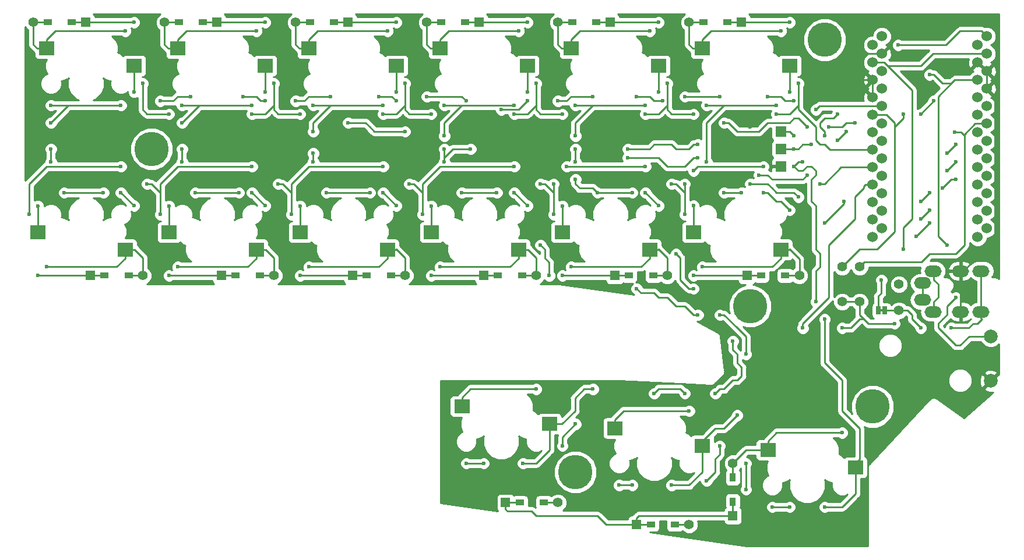
<source format=gtl>
G04 #@! TF.GenerationSoftware,KiCad,Pcbnew,5.0.2+dfsg1-1~bpo9+1*
G04 #@! TF.CreationDate,2019-02-28T23:48:51+09:00*
G04 #@! TF.ProjectId,iai,6961692e-6b69-4636-9164-5f7063625858,rev?*
G04 #@! TF.SameCoordinates,Original*
G04 #@! TF.FileFunction,Copper,L1,Top*
G04 #@! TF.FilePolarity,Positive*
%FSLAX46Y46*%
G04 Gerber Fmt 4.6, Leading zero omitted, Abs format (unit mm)*
G04 Created by KiCad (PCBNEW 5.0.2+dfsg1-1~bpo9+1) date 2019年02月28日 23時48分51秒*
%MOMM*%
%LPD*%
G01*
G04 APERTURE LIST*
G04 #@! TA.AperFunction,ComponentPad*
%ADD10O,2.500000X1.700000*%
G04 #@! TD*
G04 #@! TA.AperFunction,SMDPad,CuDef*
%ADD11R,1.300000X0.950000*%
G04 #@! TD*
G04 #@! TA.AperFunction,ComponentPad*
%ADD12R,1.397000X1.397000*%
G04 #@! TD*
G04 #@! TA.AperFunction,ComponentPad*
%ADD13C,1.397000*%
G04 #@! TD*
G04 #@! TA.AperFunction,SMDPad,CuDef*
%ADD14R,0.950000X1.300000*%
G04 #@! TD*
G04 #@! TA.AperFunction,SMDPad,CuDef*
%ADD15R,1.524000X1.524000*%
G04 #@! TD*
G04 #@! TA.AperFunction,SMDPad,CuDef*
%ADD16R,0.635000X1.143000*%
G04 #@! TD*
G04 #@! TA.AperFunction,SMDPad,CuDef*
%ADD17R,0.381000X0.381000*%
G04 #@! TD*
G04 #@! TA.AperFunction,ComponentPad*
%ADD18C,2.000000*%
G04 #@! TD*
G04 #@! TA.AperFunction,SMDPad,CuDef*
%ADD19R,2.300000X2.000000*%
G04 #@! TD*
G04 #@! TA.AperFunction,ComponentPad*
%ADD20C,1.524000*%
G04 #@! TD*
G04 #@! TA.AperFunction,WasherPad*
%ADD21C,5.000000*%
G04 #@! TD*
G04 #@! TA.AperFunction,ViaPad*
%ADD22C,0.600000*%
G04 #@! TD*
G04 #@! TA.AperFunction,Conductor*
%ADD23C,0.250000*%
G04 #@! TD*
G04 #@! TA.AperFunction,Conductor*
%ADD24C,0.254000*%
G04 #@! TD*
G04 APERTURE END LIST*
D10*
G04 #@! TO.P,J1,D*
G04 #@! TO.N,VCC*
X210680000Y-97750000D03*
G04 #@! TO.P,J1,A*
G04 #@! TO.N,Net-(J1-PadA)*
X209180000Y-101950000D03*
G04 #@! TO.P,J1,B*
G04 #@! TO.N,Net-(J1-PadB)*
X217680000Y-97750000D03*
G04 #@! TO.P,J1,C*
G04 #@! TO.N,GND*
X214680000Y-97750000D03*
G04 #@! TO.P,J1,B*
G04 #@! TO.N,Net-(J1-PadB)*
X217680000Y-103700000D03*
G04 #@! TO.P,J1,C*
G04 #@! TO.N,GND*
X214680000Y-103700000D03*
G04 #@! TO.P,J1,D*
G04 #@! TO.N,VCC*
X210680000Y-103700000D03*
G04 #@! TO.P,J1,A*
G04 #@! TO.N,Net-(J1-PadA)*
X209180000Y-99500000D03*
G04 #@! TD*
D11*
G04 #@! TO.P,D1,1*
G04 #@! TO.N,ROW0*
X85595000Y-61595000D03*
D12*
X87630000Y-61595000D03*
D13*
G04 #@! TO.P,D1,2*
G04 #@! TO.N,Net-(D1-Pad2)*
X80010000Y-61595000D03*
D11*
X82045000Y-61595000D03*
G04 #@! TD*
G04 #@! TO.P,D2,1*
G04 #@! TO.N,ROW1*
X90300000Y-98425000D03*
D12*
X88265000Y-98425000D03*
D13*
G04 #@! TO.P,D2,2*
G04 #@! TO.N,Net-(D2-Pad2)*
X95885000Y-98425000D03*
D11*
X93850000Y-98425000D03*
G04 #@! TD*
G04 #@! TO.P,D3,1*
G04 #@! TO.N,ROW0*
X104645000Y-61595000D03*
D12*
X106680000Y-61595000D03*
D13*
G04 #@! TO.P,D3,2*
G04 #@! TO.N,Net-(D3-Pad2)*
X99060000Y-61595000D03*
D11*
X101095000Y-61595000D03*
G04 #@! TD*
G04 #@! TO.P,D4,1*
G04 #@! TO.N,ROW1*
X109350000Y-98425000D03*
D12*
X107315000Y-98425000D03*
D13*
G04 #@! TO.P,D4,2*
G04 #@! TO.N,Net-(D4-Pad2)*
X114935000Y-98425000D03*
D11*
X112900000Y-98425000D03*
G04 #@! TD*
G04 #@! TO.P,D5,2*
G04 #@! TO.N,Net-(D5-Pad2)*
X120145000Y-61595000D03*
D13*
X118110000Y-61595000D03*
D12*
G04 #@! TO.P,D5,1*
G04 #@! TO.N,ROW0*
X125730000Y-61595000D03*
D11*
X123695000Y-61595000D03*
G04 #@! TD*
G04 #@! TO.P,D6,2*
G04 #@! TO.N,Net-(D6-Pad2)*
X131950000Y-98425000D03*
D13*
X133985000Y-98425000D03*
D12*
G04 #@! TO.P,D6,1*
G04 #@! TO.N,ROW1*
X126365000Y-98425000D03*
D11*
X128400000Y-98425000D03*
G04 #@! TD*
G04 #@! TO.P,D7,1*
G04 #@! TO.N,ROW0*
X142745000Y-61595000D03*
D12*
X144780000Y-61595000D03*
D13*
G04 #@! TO.P,D7,2*
G04 #@! TO.N,Net-(D7-Pad2)*
X137160000Y-61595000D03*
D11*
X139195000Y-61595000D03*
G04 #@! TD*
G04 #@! TO.P,D8,1*
G04 #@! TO.N,ROW1*
X147450000Y-98425000D03*
D12*
X145415000Y-98425000D03*
D13*
G04 #@! TO.P,D8,2*
G04 #@! TO.N,Net-(D8-Pad2)*
X153035000Y-98425000D03*
D11*
X151000000Y-98425000D03*
G04 #@! TD*
G04 #@! TO.P,D9,2*
G04 #@! TO.N,Net-(D9-Pad2)*
X154175000Y-131445000D03*
D13*
X156210000Y-131445000D03*
D12*
G04 #@! TO.P,D9,1*
G04 #@! TO.N,ROW2*
X148590000Y-131445000D03*
D11*
X150625000Y-131445000D03*
G04 #@! TD*
G04 #@! TO.P,D10,2*
G04 #@! TO.N,Net-(D10-Pad2)*
X158245000Y-61595000D03*
D13*
X156210000Y-61595000D03*
D12*
G04 #@! TO.P,D10,1*
G04 #@! TO.N,ROW0*
X163830000Y-61595000D03*
D11*
X161795000Y-61595000D03*
G04 #@! TD*
G04 #@! TO.P,D11,2*
G04 #@! TO.N,Net-(D11-Pad2)*
X170050000Y-98425000D03*
D13*
X172085000Y-98425000D03*
D12*
G04 #@! TO.P,D11,1*
G04 #@! TO.N,ROW1*
X164465000Y-98425000D03*
D11*
X166500000Y-98425000D03*
G04 #@! TD*
G04 #@! TO.P,D12,1*
G04 #@! TO.N,ROW2*
X169675000Y-134620000D03*
D12*
X167640000Y-134620000D03*
D13*
G04 #@! TO.P,D12,2*
G04 #@! TO.N,Net-(D12-Pad2)*
X175260000Y-134620000D03*
D11*
X173225000Y-134620000D03*
G04 #@! TD*
G04 #@! TO.P,D13,1*
G04 #@! TO.N,ROW0*
X180845000Y-61595000D03*
D12*
X182880000Y-61595000D03*
D13*
G04 #@! TO.P,D13,2*
G04 #@! TO.N,Net-(D13-Pad2)*
X175260000Y-61595000D03*
D11*
X177295000Y-61595000D03*
G04 #@! TD*
G04 #@! TO.P,D14,1*
G04 #@! TO.N,ROW1*
X185680000Y-98425000D03*
D12*
X183645000Y-98425000D03*
D13*
G04 #@! TO.P,D14,2*
G04 #@! TO.N,Net-(D14-Pad2)*
X191265000Y-98425000D03*
D11*
X189230000Y-98425000D03*
G04 #@! TD*
D14*
G04 #@! TO.P,D15,2*
G04 #@! TO.N,Net-(D15-Pad2)*
X181610000Y-127765000D03*
D13*
X181610000Y-125730000D03*
D12*
G04 #@! TO.P,D15,1*
G04 #@! TO.N,ROW2*
X181610000Y-133350000D03*
D14*
X181610000Y-131315000D03*
G04 #@! TD*
D13*
G04 #@! TO.P,J2,1*
G04 #@! TO.N,Net-(J1-PadA)*
X205740000Y-99695000D03*
G04 #@! TD*
G04 #@! TO.P,J3,1*
G04 #@! TO.N,Net-(J1-PadB)*
X205740000Y-103505000D03*
G04 #@! TD*
D15*
G04 #@! TO.P,J4,3*
G04 #@! TO.N,VCC*
X188595000Y-77470000D03*
G04 #@! TO.P,J4,2*
G04 #@! TO.N,LED*
X188595000Y-80010000D03*
G04 #@! TO.P,J4,1*
G04 #@! TO.N,GND*
X188595000Y-82550000D03*
G04 #@! TD*
D16*
G04 #@! TO.P,JP1,1*
G04 #@! TO.N,DATA*
X202699620Y-103505000D03*
G04 #@! TO.P,JP1,2*
G04 #@! TO.N,Net-(J1-PadB)*
X203700380Y-103505000D03*
D17*
G04 #@! TO.P,JP1,*
G04 #@! TO.N,*
X203200000Y-103505000D03*
G04 #@! TD*
D13*
G04 #@! TO.P,R1,1*
G04 #@! TO.N,VCC*
X197485000Y-102235000D03*
G04 #@! TO.P,R1,2*
G04 #@! TO.N,SDA*
X197485000Y-97155000D03*
G04 #@! TD*
G04 #@! TO.P,R2,2*
G04 #@! TO.N,SCL*
X200025000Y-97155000D03*
G04 #@! TO.P,R2,1*
G04 #@! TO.N,VCC*
X200025000Y-102235000D03*
G04 #@! TD*
D18*
G04 #@! TO.P,SW1,1*
G04 #@! TO.N,Net-(SW1-Pad1)*
X219075000Y-107240000D03*
G04 #@! TO.P,SW1,2*
G04 #@! TO.N,GND*
X219075000Y-113740000D03*
G04 #@! TD*
D19*
G04 #@! TO.P,SW2,2*
G04 #@! TO.N,Net-(D1-Pad2)*
X81930000Y-65365000D03*
G04 #@! TO.P,SW2,1*
G04 #@! TO.N,COL0*
X94630000Y-67905000D03*
G04 #@! TD*
G04 #@! TO.P,SW3,2*
G04 #@! TO.N,Net-(D2-Pad2)*
X93330000Y-94655000D03*
G04 #@! TO.P,SW3,1*
G04 #@! TO.N,COL0*
X80630000Y-92115000D03*
G04 #@! TD*
G04 #@! TO.P,SW4,1*
G04 #@! TO.N,COL1*
X113680000Y-67905000D03*
G04 #@! TO.P,SW4,2*
G04 #@! TO.N,Net-(D3-Pad2)*
X100980000Y-65365000D03*
G04 #@! TD*
G04 #@! TO.P,SW5,1*
G04 #@! TO.N,COL1*
X99680000Y-92115000D03*
G04 #@! TO.P,SW5,2*
G04 #@! TO.N,Net-(D4-Pad2)*
X112380000Y-94655000D03*
G04 #@! TD*
G04 #@! TO.P,SW6,2*
G04 #@! TO.N,Net-(D5-Pad2)*
X120030000Y-65365000D03*
G04 #@! TO.P,SW6,1*
G04 #@! TO.N,COL2*
X132730000Y-67905000D03*
G04 #@! TD*
G04 #@! TO.P,SW7,2*
G04 #@! TO.N,Net-(D6-Pad2)*
X131430000Y-94655000D03*
G04 #@! TO.P,SW7,1*
G04 #@! TO.N,COL2*
X118730000Y-92115000D03*
G04 #@! TD*
G04 #@! TO.P,SW8,1*
G04 #@! TO.N,COL3*
X151780000Y-67905000D03*
G04 #@! TO.P,SW8,2*
G04 #@! TO.N,Net-(D7-Pad2)*
X139080000Y-65365000D03*
G04 #@! TD*
G04 #@! TO.P,SW9,1*
G04 #@! TO.N,COL3*
X137780000Y-92115000D03*
G04 #@! TO.P,SW9,2*
G04 #@! TO.N,Net-(D8-Pad2)*
X150480000Y-94655000D03*
G04 #@! TD*
G04 #@! TO.P,SW10,2*
G04 #@! TO.N,Net-(D9-Pad2)*
X142255000Y-117435000D03*
G04 #@! TO.P,SW10,1*
G04 #@! TO.N,COL3*
X154955000Y-119975000D03*
G04 #@! TD*
G04 #@! TO.P,SW11,2*
G04 #@! TO.N,Net-(D10-Pad2)*
X158130000Y-65365000D03*
G04 #@! TO.P,SW11,1*
G04 #@! TO.N,COL4*
X170830000Y-67905000D03*
G04 #@! TD*
G04 #@! TO.P,SW12,2*
G04 #@! TO.N,Net-(D11-Pad2)*
X169530000Y-94655000D03*
G04 #@! TO.P,SW12,1*
G04 #@! TO.N,COL4*
X156830000Y-92115000D03*
G04 #@! TD*
G04 #@! TO.P,SW13,1*
G04 #@! TO.N,COL4*
X177180000Y-123150000D03*
G04 #@! TO.P,SW13,2*
G04 #@! TO.N,Net-(D12-Pad2)*
X164480000Y-120610000D03*
G04 #@! TD*
G04 #@! TO.P,SW14,1*
G04 #@! TO.N,COL5*
X189880000Y-67905000D03*
G04 #@! TO.P,SW14,2*
G04 #@! TO.N,Net-(D13-Pad2)*
X177180000Y-65365000D03*
G04 #@! TD*
G04 #@! TO.P,SW15,1*
G04 #@! TO.N,COL5*
X175880000Y-92115000D03*
G04 #@! TO.P,SW15,2*
G04 #@! TO.N,Net-(D14-Pad2)*
X188580000Y-94655000D03*
G04 #@! TD*
G04 #@! TO.P,SW16,1*
G04 #@! TO.N,COL5*
X199405000Y-126325000D03*
G04 #@! TO.P,SW16,2*
G04 #@! TO.N,Net-(D15-Pad2)*
X186705000Y-123785000D03*
G04 #@! TD*
D20*
G04 #@! TO.P,U1,24*
G04 #@! TO.N,Net-(U1-Pad24)*
X203256400Y-63627000D03*
G04 #@! TO.P,U1,23*
G04 #@! TO.N,GND*
X203256400Y-66167000D03*
G04 #@! TO.P,U1,22*
G04 #@! TO.N,Net-(SW1-Pad1)*
X203256400Y-68707000D03*
G04 #@! TO.P,U1,21*
G04 #@! TO.N,VCC*
X203256400Y-71247000D03*
G04 #@! TO.P,U1,20*
G04 #@! TO.N,COL0*
X203256400Y-73787000D03*
G04 #@! TO.P,U1,19*
G04 #@! TO.N,COL1*
X203256400Y-76327000D03*
G04 #@! TO.P,U1,18*
G04 #@! TO.N,COL2*
X203256400Y-78867000D03*
G04 #@! TO.P,U1,17*
G04 #@! TO.N,COL3*
X203256400Y-81407000D03*
G04 #@! TO.P,U1,16*
G04 #@! TO.N,COL4*
X203256400Y-83947000D03*
G04 #@! TO.P,U1,15*
G04 #@! TO.N,COL5*
X203256400Y-86487000D03*
G04 #@! TO.P,U1,14*
G04 #@! TO.N,Net-(U1-Pad14)*
X203256400Y-89027000D03*
G04 #@! TO.P,U1,13*
G04 #@! TO.N,Net-(U1-Pad13)*
X203256400Y-91567000D03*
G04 #@! TO.P,U1,12*
G04 #@! TO.N,Net-(U1-Pad12)*
X218476400Y-91567000D03*
G04 #@! TO.P,U1,11*
G04 #@! TO.N,Net-(U1-Pad11)*
X218476400Y-89027000D03*
G04 #@! TO.P,U1,10*
G04 #@! TO.N,Net-(U1-Pad10)*
X218476400Y-86487000D03*
G04 #@! TO.P,U1,9*
G04 #@! TO.N,ROW2*
X218476400Y-83947000D03*
G04 #@! TO.P,U1,8*
G04 #@! TO.N,ROW1*
X218476400Y-81407000D03*
G04 #@! TO.P,U1,7*
G04 #@! TO.N,ROW0*
X218476400Y-78867000D03*
G04 #@! TO.P,U1,6*
G04 #@! TO.N,SCL*
X218476400Y-76327000D03*
G04 #@! TO.P,U1,5*
G04 #@! TO.N,SDA*
X218476400Y-73787000D03*
G04 #@! TO.P,U1,4*
G04 #@! TO.N,GND*
X218476400Y-71247000D03*
G04 #@! TO.P,U1,3*
X218476400Y-68707000D03*
G04 #@! TO.P,U1,2*
G04 #@! TO.N,DATA*
X218476400Y-66167000D03*
G04 #@! TO.P,U1,1*
G04 #@! TO.N,LED*
X218476400Y-63627000D03*
X201930000Y-64897000D03*
G04 #@! TO.P,U1,2*
G04 #@! TO.N,DATA*
X201930000Y-67437000D03*
G04 #@! TO.P,U1,3*
G04 #@! TO.N,GND*
X201930000Y-69977000D03*
G04 #@! TO.P,U1,4*
X201930000Y-72517000D03*
G04 #@! TO.P,U1,5*
G04 #@! TO.N,SDA*
X201930000Y-75057000D03*
G04 #@! TO.P,U1,6*
G04 #@! TO.N,SCL*
X201930000Y-77597000D03*
G04 #@! TO.P,U1,7*
G04 #@! TO.N,ROW0*
X201930000Y-80137000D03*
G04 #@! TO.P,U1,8*
G04 #@! TO.N,ROW1*
X201930000Y-82677000D03*
G04 #@! TO.P,U1,9*
G04 #@! TO.N,ROW2*
X201930000Y-85217000D03*
G04 #@! TO.P,U1,10*
G04 #@! TO.N,Net-(U1-Pad10)*
X201930000Y-87757000D03*
G04 #@! TO.P,U1,11*
G04 #@! TO.N,Net-(U1-Pad11)*
X201930000Y-90297000D03*
G04 #@! TO.P,U1,12*
G04 #@! TO.N,Net-(U1-Pad12)*
X201930000Y-92837000D03*
G04 #@! TO.P,U1,13*
G04 #@! TO.N,Net-(U1-Pad13)*
X217170000Y-92837000D03*
G04 #@! TO.P,U1,14*
G04 #@! TO.N,Net-(U1-Pad14)*
X217170000Y-90297000D03*
G04 #@! TO.P,U1,15*
G04 #@! TO.N,COL5*
X217170000Y-87757000D03*
G04 #@! TO.P,U1,16*
G04 #@! TO.N,COL4*
X217170000Y-85217000D03*
G04 #@! TO.P,U1,17*
G04 #@! TO.N,COL3*
X217170000Y-82677000D03*
G04 #@! TO.P,U1,18*
G04 #@! TO.N,COL2*
X217170000Y-80137000D03*
G04 #@! TO.P,U1,19*
G04 #@! TO.N,COL1*
X217170000Y-77597000D03*
G04 #@! TO.P,U1,20*
G04 #@! TO.N,COL0*
X217170000Y-75057000D03*
G04 #@! TO.P,U1,21*
G04 #@! TO.N,VCC*
X217170000Y-72517000D03*
G04 #@! TO.P,U1,22*
G04 #@! TO.N,Net-(SW1-Pad1)*
X217170000Y-69977000D03*
G04 #@! TO.P,U1,23*
G04 #@! TO.N,GND*
X217170000Y-67437000D03*
G04 #@! TO.P,U1,24*
G04 #@! TO.N,Net-(U1-Pad24)*
X217170000Y-64897000D03*
G04 #@! TD*
D21*
G04 #@! TO.P,Ref\002A\002A,*
G04 #@! TO.N,*
X201930000Y-117475000D03*
G04 #@! TD*
G04 #@! TO.P,Ref\002A\002A,*
G04 #@! TO.N,*
X158750000Y-127000000D03*
G04 #@! TD*
G04 #@! TO.P,Ref\002A\002A,*
G04 #@! TO.N,*
X97155000Y-80010000D03*
G04 #@! TD*
G04 #@! TO.P,Ref\002A\002A,*
G04 #@! TO.N,*
X184150000Y-102870000D03*
G04 #@! TD*
G04 #@! TO.P,Ref\002A\002A,*
G04 #@! TO.N,*
X194945000Y-64135000D03*
G04 #@! TD*
D22*
G04 #@! TO.N,ROW0*
X189865000Y-61595000D03*
X170815000Y-61595000D03*
X151765000Y-61595000D03*
X132715000Y-61595000D03*
X113665000Y-61595000D03*
X94615000Y-61595000D03*
X153035000Y-70485000D03*
X133985000Y-70485000D03*
X114935000Y-70485000D03*
X95885000Y-70485000D03*
X172085000Y-70485000D03*
X191135000Y-70485000D03*
X99695000Y-74930000D03*
X118745000Y-74930000D03*
X137795000Y-74930000D03*
X156845000Y-74930000D03*
X175895000Y-74930000D03*
X111760000Y-74930000D03*
X130810000Y-74930000D03*
X149860000Y-74930000D03*
X168910000Y-74930000D03*
X187960000Y-74930000D03*
X213995000Y-79375000D03*
X212725000Y-80645000D03*
G04 #@! TO.N,Net-(D1-Pad2)*
X93345000Y-62865000D03*
G04 #@! TO.N,Net-(D2-Pad2)*
X81915000Y-97155000D03*
G04 #@! TO.N,ROW1*
X80645000Y-98425000D03*
X99695000Y-98425000D03*
X118745000Y-98425000D03*
X137795000Y-98425000D03*
X156845000Y-98425000D03*
X175895000Y-98425000D03*
X79375000Y-89535000D03*
X98425000Y-89535000D03*
X117475000Y-89535000D03*
X136525000Y-89535000D03*
X155575000Y-89535000D03*
X174625000Y-89535000D03*
X111760000Y-82550000D03*
X92710000Y-82550000D03*
X130810000Y-82550000D03*
X149860000Y-82550000D03*
X168910000Y-82550000D03*
X186055000Y-82550000D03*
X96520000Y-85090000D03*
X115570000Y-85090000D03*
X134620000Y-85090000D03*
X172720000Y-85090000D03*
X153670000Y-85090000D03*
X194310000Y-85090000D03*
X213995000Y-81915000D03*
X212725000Y-83185000D03*
X157480000Y-82550000D03*
X155575000Y-85090000D03*
X174625000Y-85090000D03*
X175895000Y-83185000D03*
G04 #@! TO.N,Net-(D3-Pad2)*
X112395000Y-62865000D03*
G04 #@! TO.N,Net-(D4-Pad2)*
X100965000Y-97155000D03*
G04 #@! TO.N,Net-(D5-Pad2)*
X131445000Y-62865000D03*
G04 #@! TO.N,Net-(D6-Pad2)*
X120015000Y-97155000D03*
G04 #@! TO.N,Net-(D7-Pad2)*
X150495000Y-62865000D03*
G04 #@! TO.N,Net-(D8-Pad2)*
X139065000Y-97155000D03*
G04 #@! TO.N,Net-(D9-Pad2)*
X153035000Y-114935000D03*
X156845000Y-123190000D03*
X158750000Y-120015000D03*
G04 #@! TO.N,ROW2*
X183515000Y-129540000D03*
X183515000Y-125730000D03*
X191770000Y-106045000D03*
X213995000Y-84455000D03*
X212090000Y-85725000D03*
G04 #@! TO.N,Net-(D10-Pad2)*
X169545000Y-62865000D03*
G04 #@! TO.N,Net-(D11-Pad2)*
X158115000Y-97155000D03*
G04 #@! TO.N,Net-(D12-Pad2)*
X175260000Y-118110000D03*
X177800000Y-128270000D03*
X179705000Y-123190000D03*
G04 #@! TO.N,Net-(D13-Pad2)*
X188595000Y-62865000D03*
G04 #@! TO.N,Net-(D14-Pad2)*
X177165000Y-97155000D03*
G04 #@! TO.N,Net-(D15-Pad2)*
X197485000Y-121285000D03*
G04 #@! TO.N,VCC*
X205105000Y-105410000D03*
X198120000Y-77470000D03*
X196850000Y-78740000D03*
X191770000Y-81915000D03*
X193675000Y-102235000D03*
X197485000Y-106045000D03*
X190500000Y-82550000D03*
X190500000Y-78105000D03*
G04 #@! TO.N,Net-(J1-PadB)*
X208915000Y-106045000D03*
X213360000Y-106045000D03*
G04 #@! TO.N,GND*
X192405000Y-73660000D03*
X186055000Y-75565000D03*
X184150000Y-76835000D03*
X186055000Y-78740000D03*
X219075000Y-95250000D03*
X198755000Y-99695000D03*
X207010000Y-97790000D03*
X194310000Y-69850000D03*
X194310000Y-67945000D03*
X199390000Y-62230000D03*
X208915000Y-61595000D03*
X198120000Y-71120000D03*
X214630000Y-67945000D03*
X212090000Y-67945000D03*
X208280000Y-69850000D03*
X216535000Y-95250000D03*
X219075000Y-110490000D03*
X215265000Y-116205000D03*
X203200000Y-121920000D03*
X207010000Y-117475000D03*
X208280000Y-112395000D03*
X199390000Y-108585000D03*
X197485000Y-110490000D03*
X200025000Y-112395000D03*
X208280000Y-108585000D03*
X210820000Y-110490000D03*
X204470000Y-113030000D03*
X194945000Y-119380000D03*
X193675000Y-115570000D03*
X187325000Y-114935000D03*
X187960000Y-108585000D03*
X180975000Y-135890000D03*
X185420000Y-132715000D03*
X199390000Y-136525000D03*
G04 #@! TO.N,LED*
X194945000Y-78105000D03*
X193040000Y-79375000D03*
X190500000Y-80010000D03*
X196850000Y-74930000D03*
X205613000Y-64897000D03*
G04 #@! TO.N,DATA*
X206375000Y-94615000D03*
X203200000Y-99060000D03*
G04 #@! TO.N,SDA*
X210820000Y-73025000D03*
X208915000Y-74930000D03*
X206375000Y-74930000D03*
G04 #@! TO.N,SCL*
X213868000Y-77597000D03*
G04 #@! TO.N,Net-(SW1-Pad1)*
X213995000Y-101600000D03*
X212725000Y-93980000D03*
X210185000Y-69215000D03*
G04 #@! TO.N,COL0*
X82550000Y-73660000D03*
X94630000Y-71740000D03*
X92710000Y-73660000D03*
X80630000Y-88280000D03*
X92710000Y-86360000D03*
X94615000Y-88265000D03*
X82550000Y-81915000D03*
X98425000Y-73025000D03*
X102870000Y-72390000D03*
X110490000Y-72390000D03*
X113665000Y-73025000D03*
X125730000Y-76200000D03*
X133985000Y-77470000D03*
X193675000Y-74295000D03*
X82550000Y-76200000D03*
X82550000Y-80010000D03*
X84455000Y-86360000D03*
X90170000Y-86360000D03*
G04 #@! TO.N,COL1*
X113680000Y-71740000D03*
X111760000Y-73660000D03*
X101600000Y-73660000D03*
X99680000Y-88280000D03*
X111760000Y-86360000D03*
X113665000Y-88265000D03*
X101600000Y-81915000D03*
X118110000Y-73025000D03*
X123190000Y-72390000D03*
X130175000Y-72390000D03*
X132715000Y-73025000D03*
X180340000Y-76200000D03*
X192405000Y-76835000D03*
X195580000Y-76835000D03*
X199390000Y-76200000D03*
X101600000Y-76200000D03*
X101600000Y-80010000D03*
X103505000Y-86360000D03*
X109855000Y-86360000D03*
G04 #@! TO.N,COL2*
X132730000Y-71740000D03*
X130810000Y-73660000D03*
X120650000Y-73660000D03*
X118730000Y-88280000D03*
X130810000Y-86360000D03*
X132715000Y-88265000D03*
X120650000Y-81915000D03*
X137160000Y-72390000D03*
X142875000Y-73025000D03*
X147955000Y-74295000D03*
X151765000Y-73025000D03*
X156210000Y-73025000D03*
X161290000Y-72390000D03*
X167640000Y-72390000D03*
X171450000Y-73025000D03*
X174625000Y-72390000D03*
X179705000Y-72390000D03*
X186690000Y-72390000D03*
X190500000Y-73025000D03*
X120650000Y-80645000D03*
X120650000Y-77470000D03*
X128905000Y-86360000D03*
X122555000Y-86360000D03*
G04 #@! TO.N,COL3*
X167640000Y-100330000D03*
X176530000Y-104140000D03*
X179070000Y-115570000D03*
X181610000Y-107950000D03*
X170180000Y-115570000D03*
X174625000Y-115570000D03*
X153670000Y-93980000D03*
X154940000Y-98425000D03*
X151780000Y-71740000D03*
X149860000Y-73660000D03*
X139700000Y-73660000D03*
X137780000Y-88280000D03*
X149860000Y-86360000D03*
X151765000Y-88265000D03*
X139700000Y-81915000D03*
X142875000Y-125730000D03*
X161290000Y-114935000D03*
X143510000Y-80010000D03*
X166370000Y-80010000D03*
X176530000Y-79375000D03*
X185420000Y-83820000D03*
X192405000Y-83820000D03*
X139700000Y-78105000D03*
X139700000Y-80010000D03*
X147320000Y-86360000D03*
X142240000Y-86360000D03*
X151130000Y-125730000D03*
X145415000Y-125730000D03*
G04 #@! TO.N,COL4*
X170830000Y-71740000D03*
X168910000Y-73660000D03*
X158750000Y-73660000D03*
X156830000Y-88280000D03*
X168910000Y-86360000D03*
X170815000Y-88265000D03*
X158750000Y-81915000D03*
X165100000Y-128905000D03*
X182245000Y-118745000D03*
X183515000Y-109855000D03*
X179705000Y-104140000D03*
X175895000Y-100330000D03*
X173355000Y-95250000D03*
X166370000Y-81280000D03*
X176530000Y-81280000D03*
X184150000Y-85090000D03*
X191135000Y-86995000D03*
X158750000Y-80010000D03*
X158750000Y-78105000D03*
X167005000Y-86360000D03*
X161925000Y-86360000D03*
X158750000Y-84455000D03*
X167005000Y-128905000D03*
X172720000Y-128905000D03*
G04 #@! TO.N,COL5*
X189880000Y-71740000D03*
X187960000Y-73660000D03*
X177800000Y-73660000D03*
X175895000Y-88265000D03*
X186055000Y-86360000D03*
X189865000Y-88900000D03*
X177800000Y-81915000D03*
X187325000Y-132080000D03*
X194945000Y-104775000D03*
X194945000Y-90805000D03*
X197739000Y-87630000D03*
X180340000Y-86360000D03*
X182880000Y-86360000D03*
X194945000Y-132080000D03*
X189865000Y-132080000D03*
G04 #@! TO.N,Net-(U1-Pad12)*
X210185000Y-90805000D03*
X208280000Y-92710000D03*
G04 #@! TO.N,Net-(U1-Pad11)*
X210185000Y-88900000D03*
X208915000Y-90170000D03*
G04 #@! TO.N,Net-(U1-Pad10)*
X210185000Y-86360000D03*
X208915000Y-87630000D03*
G04 #@! TD*
D23*
G04 #@! TO.N,ROW0*
X85595000Y-61595000D02*
X87630000Y-61595000D01*
X104645000Y-61595000D02*
X106680000Y-61595000D01*
X123695000Y-61595000D02*
X125730000Y-61595000D01*
X142745000Y-61595000D02*
X144780000Y-61595000D01*
X161795000Y-61595000D02*
X163830000Y-61595000D01*
X180845000Y-61595000D02*
X182880000Y-61595000D01*
X182880000Y-61595000D02*
X189865000Y-61595000D01*
X163830000Y-61595000D02*
X170815000Y-61595000D01*
X144780000Y-61595000D02*
X151765000Y-61595000D01*
X125730000Y-61595000D02*
X132715000Y-61595000D01*
X106680000Y-61595000D02*
X113665000Y-61595000D01*
X87630000Y-61595000D02*
X94615000Y-61595000D01*
X189865000Y-61595000D02*
X189865000Y-61595000D01*
X170815000Y-61595000D02*
X170815000Y-61595000D01*
X151765000Y-61595000D02*
X151765000Y-61595000D01*
X132715000Y-61595000D02*
X132715000Y-61595000D01*
X113665000Y-61595000D02*
X113665000Y-61595000D01*
X94615000Y-61595000D02*
X94615000Y-61595000D01*
X95885000Y-70485000D02*
X95885000Y-74295000D01*
X95885000Y-74295000D02*
X96520000Y-74930000D01*
X96520000Y-74930000D02*
X99695000Y-74930000D01*
X114935000Y-74295000D02*
X115570000Y-74930000D01*
X115570000Y-74930000D02*
X118745000Y-74930000D01*
X133985000Y-74295000D02*
X134620000Y-74930000D01*
X134620000Y-74930000D02*
X137795000Y-74930000D01*
X153035000Y-74295000D02*
X153670000Y-74930000D01*
X153670000Y-74930000D02*
X156845000Y-74930000D01*
X172085000Y-74295000D02*
X172720000Y-74930000D01*
X172720000Y-74930000D02*
X175895000Y-74930000D01*
X99695000Y-74930000D02*
X99695000Y-74930000D01*
X118745000Y-74930000D02*
X118745000Y-74930000D01*
X137795000Y-74930000D02*
X137795000Y-74930000D01*
X156845000Y-74930000D02*
X156845000Y-74930000D01*
X175895000Y-74930000D02*
X175895000Y-74930000D01*
X111760000Y-74930000D02*
X113665000Y-74930000D01*
X113665000Y-74930000D02*
X114935000Y-73660000D01*
X114935000Y-73660000D02*
X114935000Y-74295000D01*
X114935000Y-70485000D02*
X114935000Y-73660000D01*
X130810000Y-74930000D02*
X132715000Y-74930000D01*
X132715000Y-74930000D02*
X133985000Y-73660000D01*
X133985000Y-73660000D02*
X133985000Y-74295000D01*
X133985000Y-70485000D02*
X133985000Y-73660000D01*
X149860000Y-74930000D02*
X151765000Y-74930000D01*
X151765000Y-74930000D02*
X153035000Y-73660000D01*
X153035000Y-73660000D02*
X153035000Y-74295000D01*
X153035000Y-70485000D02*
X153035000Y-73660000D01*
X168910000Y-74930000D02*
X170815000Y-74930000D01*
X170815000Y-74930000D02*
X172085000Y-73660000D01*
X172085000Y-73660000D02*
X172085000Y-74295000D01*
X172085000Y-70485000D02*
X172085000Y-73660000D01*
X187960000Y-74930000D02*
X189865000Y-74930000D01*
X189865000Y-74930000D02*
X191135000Y-73660000D01*
X191135000Y-74295000D02*
X191135000Y-70485000D01*
X201930000Y-80137000D02*
X196977000Y-80137000D01*
X196977000Y-80137000D02*
X195707000Y-80137000D01*
X195707000Y-80137000D02*
X194945000Y-79375000D01*
X194945000Y-79375000D02*
X194310000Y-79375000D01*
X194310000Y-79375000D02*
X193675000Y-78740000D01*
X193675000Y-78740000D02*
X193675000Y-76835000D01*
X193675000Y-76835000D02*
X191135000Y-74295000D01*
X213995000Y-79375000D02*
X212725000Y-80645000D01*
X212725000Y-80645000D02*
X212725000Y-80645000D01*
G04 #@! TO.N,Net-(D1-Pad2)*
X80010000Y-61595000D02*
X82045000Y-61595000D01*
X81930000Y-64115000D02*
X83180000Y-62865000D01*
X81930000Y-65365000D02*
X81930000Y-64115000D01*
X83180000Y-62865000D02*
X93345000Y-62865000D01*
X80530000Y-65365000D02*
X81930000Y-65365000D01*
X80010000Y-64845000D02*
X80530000Y-65365000D01*
X80010000Y-61595000D02*
X80010000Y-64845000D01*
X93345000Y-62865000D02*
X93345000Y-62865000D01*
G04 #@! TO.N,Net-(D2-Pad2)*
X93850000Y-98425000D02*
X95885000Y-98425000D01*
X93330000Y-95905000D02*
X92080000Y-97155000D01*
X93330000Y-94655000D02*
X93330000Y-95905000D01*
X92080000Y-97155000D02*
X81915000Y-97155000D01*
X94730000Y-94655000D02*
X93330000Y-94655000D01*
X95885000Y-95810000D02*
X94730000Y-94655000D01*
X95885000Y-98425000D02*
X95885000Y-95810000D01*
X81915000Y-97155000D02*
X81915000Y-97155000D01*
G04 #@! TO.N,ROW1*
X183645000Y-98425000D02*
X185680000Y-98425000D01*
X164465000Y-98425000D02*
X166500000Y-98425000D01*
X145415000Y-98425000D02*
X147450000Y-98425000D01*
X126365000Y-98425000D02*
X128400000Y-98425000D01*
X107315000Y-98425000D02*
X109350000Y-98425000D01*
X88265000Y-98425000D02*
X90300000Y-98425000D01*
X88265000Y-98425000D02*
X80645000Y-98425000D01*
X107315000Y-98425000D02*
X99695000Y-98425000D01*
X126365000Y-98425000D02*
X118745000Y-98425000D01*
X145415000Y-98425000D02*
X137795000Y-98425000D01*
X164465000Y-98425000D02*
X156845000Y-98425000D01*
X183645000Y-98425000D02*
X175895000Y-98425000D01*
X80645000Y-98425000D02*
X80645000Y-98425000D01*
X99695000Y-98425000D02*
X99695000Y-98425000D01*
X118745000Y-98425000D02*
X118745000Y-98425000D01*
X137795000Y-98425000D02*
X137795000Y-98425000D01*
X156845000Y-98425000D02*
X156845000Y-98425000D01*
X175895000Y-98425000D02*
X175895000Y-98425000D01*
X79375000Y-89535000D02*
X79375000Y-85090000D01*
X79375000Y-85090000D02*
X81915000Y-82550000D01*
X81915000Y-82550000D02*
X92710000Y-82550000D01*
X98425000Y-85090000D02*
X100965000Y-82550000D01*
X100965000Y-82550000D02*
X111760000Y-82550000D01*
X117475000Y-85090000D02*
X120015000Y-82550000D01*
X120015000Y-82550000D02*
X130810000Y-82550000D01*
X136525000Y-85090000D02*
X139065000Y-82550000D01*
X139065000Y-82550000D02*
X149860000Y-82550000D01*
X158115000Y-82550000D02*
X168910000Y-82550000D01*
X177165000Y-82550000D02*
X186055000Y-82550000D01*
X111760000Y-82550000D02*
X111760000Y-82550000D01*
X92710000Y-82550000D02*
X92710000Y-82550000D01*
X130810000Y-82550000D02*
X130810000Y-82550000D01*
X149860000Y-82550000D02*
X149860000Y-82550000D01*
X168910000Y-82550000D02*
X168910000Y-82550000D01*
X186055000Y-82550000D02*
X186055000Y-82550000D01*
X97155000Y-85090000D02*
X98425000Y-86360000D01*
X96520000Y-85090000D02*
X97155000Y-85090000D01*
X98425000Y-86360000D02*
X98425000Y-85090000D01*
X98425000Y-89535000D02*
X98425000Y-86360000D01*
X116205000Y-85090000D02*
X117475000Y-86360000D01*
X115570000Y-85090000D02*
X116205000Y-85090000D01*
X117475000Y-86360000D02*
X117475000Y-85090000D01*
X117475000Y-89535000D02*
X117475000Y-86360000D01*
X135255000Y-85090000D02*
X136525000Y-86360000D01*
X134620000Y-85090000D02*
X135255000Y-85090000D01*
X136525000Y-86360000D02*
X136525000Y-85090000D01*
X136525000Y-89535000D02*
X136525000Y-86360000D01*
X154305000Y-85090000D02*
X155575000Y-86360000D01*
X153670000Y-85090000D02*
X154305000Y-85090000D01*
X155575000Y-86360000D02*
X155575000Y-85090000D01*
X155575000Y-89535000D02*
X155575000Y-86360000D01*
X173355000Y-85090000D02*
X174625000Y-86360000D01*
X172720000Y-85090000D02*
X173355000Y-85090000D01*
X174625000Y-86360000D02*
X174625000Y-85090000D01*
X174625000Y-89535000D02*
X174625000Y-86360000D01*
X194310000Y-85090000D02*
X194945000Y-85090000D01*
X197358000Y-82677000D02*
X201930000Y-82677000D01*
X194945000Y-85090000D02*
X197358000Y-82677000D01*
X213995000Y-81915000D02*
X212725000Y-83185000D01*
X212725000Y-83185000D02*
X212725000Y-83185000D01*
X158115000Y-82550000D02*
X157480000Y-82550000D01*
X157480000Y-82550000D02*
X157480000Y-82550000D01*
X155575000Y-85090000D02*
X155575000Y-85090000D01*
X177165000Y-82550000D02*
X176530000Y-82550000D01*
X176530000Y-82550000D02*
X175895000Y-83185000D01*
X174625000Y-85090000D02*
X174625000Y-85090000D01*
X175895000Y-83185000D02*
X175895000Y-83185000D01*
G04 #@! TO.N,Net-(D3-Pad2)*
X99060000Y-61595000D02*
X101095000Y-61595000D01*
X100980000Y-64115000D02*
X102230000Y-62865000D01*
X100980000Y-65365000D02*
X100980000Y-64115000D01*
X102230000Y-62865000D02*
X112395000Y-62865000D01*
X99580000Y-65365000D02*
X100980000Y-65365000D01*
X99060000Y-64845000D02*
X99580000Y-65365000D01*
X99060000Y-61595000D02*
X99060000Y-64845000D01*
X112395000Y-62865000D02*
X112395000Y-62865000D01*
G04 #@! TO.N,Net-(D4-Pad2)*
X112900000Y-98425000D02*
X114935000Y-98425000D01*
X112380000Y-95905000D02*
X111130000Y-97155000D01*
X112380000Y-94655000D02*
X112380000Y-95905000D01*
X111130000Y-97155000D02*
X100965000Y-97155000D01*
X113780000Y-94655000D02*
X112380000Y-94655000D01*
X114935000Y-95810000D02*
X113780000Y-94655000D01*
X114935000Y-98425000D02*
X114935000Y-95810000D01*
X100965000Y-97155000D02*
X100965000Y-97155000D01*
G04 #@! TO.N,Net-(D5-Pad2)*
X118110000Y-61595000D02*
X120145000Y-61595000D01*
X120030000Y-64115000D02*
X121280000Y-62865000D01*
X120030000Y-65365000D02*
X120030000Y-64115000D01*
X121280000Y-62865000D02*
X131445000Y-62865000D01*
X118110000Y-64845000D02*
X118630000Y-65365000D01*
X118630000Y-65365000D02*
X120030000Y-65365000D01*
X118110000Y-61595000D02*
X118110000Y-64845000D01*
X131445000Y-62865000D02*
X131445000Y-62865000D01*
G04 #@! TO.N,Net-(D6-Pad2)*
X131950000Y-98425000D02*
X133985000Y-98425000D01*
X131430000Y-95905000D02*
X130180000Y-97155000D01*
X131430000Y-94655000D02*
X131430000Y-95905000D01*
X130180000Y-97155000D02*
X120015000Y-97155000D01*
X133985000Y-98425000D02*
X133985000Y-95885000D01*
X133985000Y-95885000D02*
X132715000Y-94615000D01*
X132675000Y-94655000D02*
X131430000Y-94655000D01*
X132715000Y-94615000D02*
X132675000Y-94655000D01*
X120015000Y-97155000D02*
X120015000Y-97155000D01*
G04 #@! TO.N,Net-(D7-Pad2)*
X137160000Y-61595000D02*
X139195000Y-61595000D01*
X139080000Y-64115000D02*
X140330000Y-62865000D01*
X139080000Y-65365000D02*
X139080000Y-64115000D01*
X140330000Y-62865000D02*
X150495000Y-62865000D01*
X137160000Y-64845000D02*
X137680000Y-65365000D01*
X137680000Y-65365000D02*
X139080000Y-65365000D01*
X137160000Y-61595000D02*
X137160000Y-64845000D01*
X150495000Y-62865000D02*
X150495000Y-62865000D01*
G04 #@! TO.N,Net-(D8-Pad2)*
X151000000Y-98425000D02*
X153035000Y-98425000D01*
X150480000Y-95905000D02*
X149230000Y-97155000D01*
X150480000Y-94655000D02*
X150480000Y-95905000D01*
X149230000Y-97155000D02*
X139065000Y-97155000D01*
X151880000Y-94655000D02*
X150480000Y-94655000D01*
X153035000Y-95810000D02*
X151880000Y-94655000D01*
X153035000Y-98425000D02*
X153035000Y-95810000D01*
X139065000Y-97155000D02*
X139065000Y-97155000D01*
G04 #@! TO.N,Net-(D9-Pad2)*
X154175000Y-131445000D02*
X156210000Y-131445000D01*
X142255000Y-116185000D02*
X143505000Y-114935000D01*
X142255000Y-117435000D02*
X142255000Y-116185000D01*
X143505000Y-114935000D02*
X153035000Y-114935000D01*
X153035000Y-114935000D02*
X153035000Y-114935000D01*
X156845000Y-123190000D02*
X156845000Y-121920000D01*
X156845000Y-121920000D02*
X158750000Y-120015000D01*
X158750000Y-120015000D02*
X158750000Y-120015000D01*
G04 #@! TO.N,ROW2*
X148590000Y-131445000D02*
X150625000Y-131445000D01*
X167640000Y-134620000D02*
X169675000Y-134620000D01*
X181610000Y-131315000D02*
X181610000Y-133350000D01*
X148590000Y-132393500D02*
X148590000Y-131445000D01*
X148911500Y-132715000D02*
X148590000Y-132393500D01*
X163195000Y-134620000D02*
X161925000Y-133350000D01*
X167640000Y-134620000D02*
X163195000Y-134620000D01*
X161925000Y-133350000D02*
X153035000Y-133350000D01*
X152400000Y-132715000D02*
X148911500Y-132715000D01*
X153035000Y-133350000D02*
X152400000Y-132715000D01*
X167640000Y-133671500D02*
X167961500Y-133350000D01*
X167640000Y-134620000D02*
X167640000Y-133671500D01*
X167961500Y-133350000D02*
X181610000Y-133350000D01*
X183515000Y-129540000D02*
X183515000Y-125730000D01*
X183515000Y-125730000D02*
X183515000Y-125730000D01*
X191770000Y-106045000D02*
X191770000Y-105410000D01*
X191770000Y-105410000D02*
X195580000Y-101600000D01*
X195580000Y-101600000D02*
X195580000Y-93980000D01*
X195580000Y-93980000D02*
X199390000Y-90170000D01*
X199390000Y-90170000D02*
X199390000Y-86995000D01*
X199390000Y-86995000D02*
X200660000Y-85725000D01*
X200852370Y-85217000D02*
X201930000Y-85217000D01*
X200660000Y-85409370D02*
X200852370Y-85217000D01*
X200660000Y-85725000D02*
X200660000Y-85409370D01*
X213995000Y-84455000D02*
X213360000Y-84455000D01*
X213360000Y-84455000D02*
X212090000Y-85725000D01*
X212090000Y-85725000D02*
X212090000Y-85725000D01*
G04 #@! TO.N,Net-(D10-Pad2)*
X156210000Y-61595000D02*
X158245000Y-61595000D01*
X158130000Y-64115000D02*
X159380000Y-62865000D01*
X158130000Y-65365000D02*
X158130000Y-64115000D01*
X159380000Y-62865000D02*
X169545000Y-62865000D01*
X156730000Y-65365000D02*
X158130000Y-65365000D01*
X156210000Y-64845000D02*
X156730000Y-65365000D01*
X156210000Y-61595000D02*
X156210000Y-64845000D01*
X169545000Y-62865000D02*
X169545000Y-62865000D01*
G04 #@! TO.N,Net-(D11-Pad2)*
X170050000Y-98425000D02*
X172085000Y-98425000D01*
X169530000Y-95905000D02*
X168280000Y-97155000D01*
X169530000Y-94655000D02*
X169530000Y-95905000D01*
X168280000Y-97155000D02*
X158115000Y-97155000D01*
X170775000Y-94655000D02*
X169530000Y-94655000D01*
X170815000Y-94615000D02*
X170775000Y-94655000D01*
X172085000Y-95885000D02*
X170815000Y-94615000D01*
X172085000Y-98425000D02*
X172085000Y-95885000D01*
X158115000Y-97155000D02*
X158115000Y-97155000D01*
G04 #@! TO.N,Net-(D12-Pad2)*
X173225000Y-134620000D02*
X175260000Y-134620000D01*
X164480000Y-119360000D02*
X165730000Y-118110000D01*
X164480000Y-120610000D02*
X164480000Y-119360000D01*
X165730000Y-118110000D02*
X175260000Y-118110000D01*
X175260000Y-118110000D02*
X175260000Y-118110000D01*
X177800000Y-128270000D02*
X179070000Y-127000000D01*
X179070000Y-127000000D02*
X179070000Y-125095000D01*
X179070000Y-125095000D02*
X179705000Y-124460000D01*
X179705000Y-124460000D02*
X179705000Y-123190000D01*
X179705000Y-123190000D02*
X179705000Y-123190000D01*
G04 #@! TO.N,Net-(D13-Pad2)*
X175260000Y-61595000D02*
X177295000Y-61595000D01*
X177180000Y-64115000D02*
X178430000Y-62865000D01*
X177180000Y-65365000D02*
X177180000Y-64115000D01*
X178430000Y-62865000D02*
X188595000Y-62865000D01*
X175780000Y-65365000D02*
X177180000Y-65365000D01*
X175260000Y-64845000D02*
X175780000Y-65365000D01*
X175260000Y-61595000D02*
X175260000Y-64845000D01*
X188595000Y-62865000D02*
X188595000Y-62865000D01*
G04 #@! TO.N,Net-(D14-Pad2)*
X189230000Y-98425000D02*
X191265000Y-98425000D01*
X188580000Y-95905000D02*
X187330000Y-97155000D01*
X188580000Y-94655000D02*
X188580000Y-95905000D01*
X187330000Y-97155000D02*
X177165000Y-97155000D01*
X191265000Y-98425000D02*
X191265000Y-96015000D01*
X191265000Y-96015000D02*
X189865000Y-94615000D01*
X189825000Y-94655000D02*
X188580000Y-94655000D01*
X189865000Y-94615000D02*
X189825000Y-94655000D01*
X177165000Y-97155000D02*
X177165000Y-97155000D01*
G04 #@! TO.N,Net-(D15-Pad2)*
X181610000Y-125730000D02*
X181610000Y-127765000D01*
X186705000Y-122535000D02*
X187955000Y-121285000D01*
X186705000Y-123785000D02*
X186705000Y-122535000D01*
X187955000Y-121285000D02*
X197485000Y-121285000D01*
X197485000Y-121285000D02*
X197485000Y-121285000D01*
X183555000Y-123785000D02*
X186705000Y-123785000D01*
X181610000Y-125730000D02*
X183555000Y-123785000D01*
G04 #@! TO.N,VCC*
X210820000Y-97890000D02*
X210680000Y-97750000D01*
X210820000Y-99060000D02*
X210820000Y-97890000D01*
X211455000Y-99695000D02*
X210820000Y-99060000D01*
X210820000Y-103560000D02*
X210820000Y-102235000D01*
X210680000Y-103700000D02*
X210820000Y-103560000D01*
X210820000Y-102235000D02*
X211455000Y-101600000D01*
X211455000Y-101600000D02*
X211455000Y-99695000D01*
X200025000Y-104140000D02*
X200025000Y-102235000D01*
X201295000Y-105410000D02*
X200025000Y-104140000D01*
X205105000Y-105410000D02*
X201295000Y-105410000D01*
X200025000Y-102235000D02*
X197485000Y-102235000D01*
X198120000Y-77470000D02*
X196850000Y-78740000D01*
X196850000Y-78740000D02*
X196850000Y-78740000D01*
X191770000Y-81915000D02*
X191135000Y-81915000D01*
X191135000Y-81915000D02*
X190500000Y-82550000D01*
X190500000Y-82550000D02*
X191135000Y-83185000D01*
X191135000Y-83185000D02*
X191770000Y-83185000D01*
X191770000Y-83185000D02*
X192405000Y-82550000D01*
X192405000Y-82550000D02*
X193040000Y-82550000D01*
X193040000Y-82550000D02*
X193675000Y-83185000D01*
X193675000Y-83185000D02*
X193675000Y-83820000D01*
X193675000Y-83820000D02*
X193040000Y-84455000D01*
X193040000Y-84455000D02*
X193040000Y-85725000D01*
X193040000Y-85725000D02*
X193040000Y-87630000D01*
X193040000Y-87630000D02*
X193675000Y-88265000D01*
X193675000Y-88265000D02*
X193675000Y-88900000D01*
X193675000Y-88900000D02*
X193675000Y-93980000D01*
X193675000Y-93980000D02*
X193675000Y-94615000D01*
X193675000Y-94615000D02*
X194310000Y-95250000D01*
X194310000Y-95250000D02*
X194310000Y-97155000D01*
X194310000Y-97155000D02*
X193675000Y-97790000D01*
X193675000Y-97790000D02*
X193675000Y-102235000D01*
X193675000Y-102235000D02*
X193675000Y-102235000D01*
X197485000Y-106045000D02*
X198755000Y-106045000D01*
X198755000Y-106045000D02*
X199390000Y-105410000D01*
X199390000Y-105410000D02*
X200025000Y-104775000D01*
X200025000Y-104775000D02*
X200660000Y-104775000D01*
X190500000Y-82550000D02*
X190500000Y-82550000D01*
X190500000Y-78105000D02*
X189865000Y-77470000D01*
X189865000Y-77470000D02*
X188595000Y-77470000D01*
G04 #@! TO.N,Net-(J1-PadA)*
X209180000Y-101950000D02*
X209180000Y-99500000D01*
G04 #@! TO.N,Net-(J1-PadB)*
X217680000Y-103700000D02*
X217680000Y-97750000D01*
X205740000Y-103505000D02*
X203715501Y-103505000D01*
X205740000Y-103505000D02*
X207010000Y-103505000D01*
X207010000Y-103505000D02*
X207645000Y-104140000D01*
X207645000Y-104140000D02*
X207645000Y-104775000D01*
X207645000Y-104775000D02*
X208915000Y-106045000D01*
X208915000Y-106045000D02*
X208915000Y-106045000D01*
X217680000Y-104650000D02*
X217680000Y-103700000D01*
X217805000Y-104775000D02*
X217680000Y-104650000D01*
X215900000Y-106045000D02*
X216535000Y-105410000D01*
X213360000Y-106045000D02*
X215900000Y-106045000D01*
X217170000Y-105410000D02*
X217805000Y-104775000D01*
X216535000Y-105410000D02*
X217170000Y-105410000D01*
G04 #@! TO.N,GND*
X214680000Y-103700000D02*
X214680000Y-97750000D01*
X201930000Y-69977000D02*
X196088000Y-69977000D01*
X196088000Y-69977000D02*
X192405000Y-73660000D01*
X192405000Y-73660000D02*
X192405000Y-73660000D01*
X186055000Y-75565000D02*
X185420000Y-75565000D01*
X185420000Y-75565000D02*
X184150000Y-76835000D01*
X184150000Y-76835000D02*
X184150000Y-76835000D01*
X215080000Y-97750000D02*
X219710000Y-93120000D01*
X214680000Y-97750000D02*
X215080000Y-97750000D01*
X219710000Y-93120000D02*
X219710000Y-72390000D01*
X219619400Y-72390000D02*
X218476400Y-71247000D01*
X219710000Y-72390000D02*
X219619400Y-72390000D01*
X218476400Y-71247000D02*
X218476400Y-68707000D01*
X218440000Y-68707000D02*
X217170000Y-67437000D01*
X218476400Y-68707000D02*
X218440000Y-68707000D01*
X201930000Y-69977000D02*
X201930000Y-72517000D01*
X201930000Y-69977000D02*
X200025000Y-68072000D01*
X202178770Y-66167000D02*
X203256400Y-66167000D01*
X201225240Y-66167000D02*
X202178770Y-66167000D01*
X200025000Y-67367240D02*
X201225240Y-66167000D01*
X200025000Y-68072000D02*
X200025000Y-67367240D01*
G04 #@! TO.N,LED*
X194310000Y-76200000D02*
X194310000Y-76835000D01*
X194310000Y-76835000D02*
X194945000Y-77470000D01*
X194945000Y-77470000D02*
X194945000Y-78105000D01*
X194945000Y-78105000D02*
X194945000Y-78105000D01*
X193040000Y-79375000D02*
X191770000Y-79375000D01*
X191770000Y-79375000D02*
X191135000Y-80010000D01*
X191135000Y-80010000D02*
X190500000Y-80010000D01*
X190500000Y-80010000D02*
X190500000Y-80010000D01*
X196850000Y-74930000D02*
X196215000Y-75565000D01*
X196215000Y-75565000D02*
X194945000Y-75565000D01*
X194945000Y-75565000D02*
X194310000Y-76200000D01*
X205613000Y-64897000D02*
X212598000Y-64897000D01*
X212598000Y-64897000D02*
X214630000Y-62865000D01*
X217714401Y-62865001D02*
X218476400Y-63627000D01*
X214630000Y-62865000D02*
X217714401Y-62865001D01*
X190500000Y-80010000D02*
X188595000Y-80010000D01*
G04 #@! TO.N,DATA*
X201930000Y-67437000D02*
X203595162Y-67437000D01*
X206375000Y-94615000D02*
X206375000Y-94615000D01*
X203200000Y-99060000D02*
X203200000Y-100965000D01*
X202699620Y-101465380D02*
X202699620Y-103039378D01*
X203200000Y-100965000D02*
X202699620Y-101465380D01*
X218476400Y-66167000D02*
X210693000Y-66167000D01*
X210693000Y-66167000D02*
X208915000Y-67945000D01*
X208915000Y-67945000D02*
X206375000Y-67945000D01*
X203595162Y-67437000D02*
X204103162Y-67945000D01*
X204103162Y-67945000D02*
X205105000Y-67945000D01*
X205105000Y-67945000D02*
X206375000Y-67945000D01*
X206375000Y-91440000D02*
X206375000Y-94615000D01*
X207645000Y-90170000D02*
X206375000Y-91440000D01*
X207645000Y-71486838D02*
X207645000Y-90170000D01*
X204103162Y-67945000D02*
X207645000Y-71486838D01*
G04 #@! TO.N,SDA*
X197485000Y-97155000D02*
X200025000Y-94615000D01*
X200025000Y-94615000D02*
X202565000Y-94615000D01*
X202565000Y-94615000D02*
X205105000Y-92075000D01*
X205105000Y-92075000D02*
X205105000Y-76200000D01*
X203962000Y-75057000D02*
X201930000Y-75057000D01*
X205105000Y-76200000D02*
X203962000Y-75057000D01*
X210820000Y-73025000D02*
X208915000Y-74930000D01*
X208915000Y-74930000D02*
X208915000Y-74930000D01*
X206375000Y-74930000D02*
X206375000Y-75565000D01*
X206375000Y-75565000D02*
X205105000Y-76835000D01*
G04 #@! TO.N,SCL*
X216831238Y-76327000D02*
X217398770Y-76327000D01*
X215265000Y-77893238D02*
X216831238Y-76327000D01*
X200025000Y-97155000D02*
X200723499Y-96456501D01*
X217398770Y-76327000D02*
X218476400Y-76327000D01*
X200723499Y-96456501D02*
X208978499Y-96456501D01*
X208978499Y-96456501D02*
X210185000Y-95250000D01*
X213995000Y-95250000D02*
X215265000Y-93980000D01*
X210185000Y-95250000D02*
X213995000Y-95250000D01*
X214757000Y-77597000D02*
X215265000Y-78105000D01*
X213868000Y-77597000D02*
X214757000Y-77597000D01*
X215265000Y-78105000D02*
X215265000Y-77893238D01*
X215265000Y-93980000D02*
X215265000Y-78105000D01*
G04 #@! TO.N,Net-(SW1-Pad1)*
X219075000Y-107240000D02*
X215975000Y-107240000D01*
X215975000Y-107240000D02*
X214630000Y-108585000D01*
X214630000Y-108585000D02*
X213995000Y-108585000D01*
X213995000Y-108585000D02*
X211455000Y-106045000D01*
X211455000Y-106045000D02*
X211455000Y-105410000D01*
X211455000Y-105410000D02*
X212090000Y-104775000D01*
X212090000Y-104775000D02*
X212725000Y-104140000D01*
X212725000Y-104140000D02*
X212725000Y-103505000D01*
X212725000Y-103505000D02*
X212725000Y-102870000D01*
X212725000Y-102870000D02*
X213995000Y-101600000D01*
X213995000Y-101600000D02*
X213995000Y-101600000D01*
X213868000Y-69977000D02*
X217170000Y-69977000D01*
X211455000Y-92710000D02*
X211455000Y-72390000D01*
X212725000Y-93980000D02*
X211455000Y-92710000D01*
X210185000Y-69215000D02*
X210820000Y-69215000D01*
X212090000Y-70485000D02*
X213360000Y-70485000D01*
X210820000Y-69215000D02*
X212090000Y-70485000D01*
X213360000Y-70485000D02*
X213868000Y-69977000D01*
X211455000Y-72390000D02*
X213360000Y-70485000D01*
G04 #@! TO.N,COL0*
X94630000Y-67905000D02*
X94630000Y-71740000D01*
X92710000Y-73660000D02*
X92710000Y-73660000D01*
X82550000Y-73660000D02*
X82550000Y-73660000D01*
X94630000Y-71740000D02*
X94630000Y-71740000D01*
X92710000Y-73660000D02*
X82550000Y-73660000D01*
X80630000Y-92115000D02*
X80630000Y-88280000D01*
X80630000Y-88280000D02*
X80630000Y-88280000D01*
X92710000Y-86360000D02*
X94615000Y-88265000D01*
X94615000Y-88265000D02*
X94615000Y-88265000D01*
X82550000Y-76200000D02*
X82550000Y-76200000D01*
X98425000Y-73025000D02*
X100330000Y-73025000D01*
X100330000Y-73025000D02*
X100965000Y-72390000D01*
X100965000Y-72390000D02*
X102235000Y-72390000D01*
X102235000Y-72390000D02*
X102870000Y-72390000D01*
X102870000Y-72390000D02*
X102870000Y-72390000D01*
X110490000Y-72390000D02*
X111760000Y-72390000D01*
X111760000Y-72390000D02*
X112395000Y-72390000D01*
X112395000Y-72390000D02*
X113030000Y-73025000D01*
X113030000Y-73025000D02*
X113665000Y-73025000D01*
X113665000Y-73025000D02*
X113665000Y-73025000D01*
X125730000Y-76200000D02*
X128270000Y-76200000D01*
X128270000Y-76200000D02*
X128905000Y-76835000D01*
X128905000Y-76835000D02*
X129540000Y-77470000D01*
X129540000Y-77470000D02*
X133985000Y-77470000D01*
X133985000Y-77470000D02*
X133985000Y-77470000D01*
X194183000Y-73787000D02*
X203256400Y-73787000D01*
X193675000Y-74295000D02*
X194183000Y-73787000D01*
X82550000Y-81915000D02*
X82550000Y-80645000D01*
X82550000Y-80645000D02*
X82550000Y-80010000D01*
X82550000Y-76200000D02*
X85090000Y-73660000D01*
X82550000Y-80010000D02*
X82550000Y-80010000D01*
X84455000Y-86360000D02*
X90170000Y-86360000D01*
G04 #@! TO.N,COL1*
X113680000Y-67905000D02*
X113680000Y-71740000D01*
X113680000Y-71740000D02*
X113680000Y-71740000D01*
X111760000Y-73660000D02*
X101600000Y-73660000D01*
X101600000Y-73660000D02*
X101600000Y-73660000D01*
X99680000Y-92115000D02*
X99680000Y-88280000D01*
X99680000Y-88280000D02*
X99680000Y-88280000D01*
X111760000Y-86360000D02*
X113665000Y-88265000D01*
X113665000Y-88265000D02*
X113665000Y-88265000D01*
X101600000Y-76200000D02*
X101600000Y-76200000D01*
X118110000Y-73025000D02*
X119380000Y-73025000D01*
X119380000Y-73025000D02*
X120015000Y-72390000D01*
X120015000Y-72390000D02*
X121920000Y-72390000D01*
X121920000Y-72390000D02*
X122555000Y-72390000D01*
X122555000Y-72390000D02*
X123190000Y-72390000D01*
X123190000Y-72390000D02*
X123190000Y-72390000D01*
X130175000Y-72390000D02*
X132080000Y-72390000D01*
X132080000Y-72390000D02*
X132715000Y-73025000D01*
X132715000Y-73025000D02*
X132715000Y-73025000D01*
X180340000Y-76200000D02*
X180975000Y-76200000D01*
X180975000Y-76200000D02*
X182245000Y-77470000D01*
X182245000Y-77470000D02*
X185420000Y-77470000D01*
X185420000Y-77470000D02*
X186690000Y-76200000D01*
X186690000Y-76200000D02*
X189865000Y-76200000D01*
X189865000Y-76200000D02*
X190500000Y-75565000D01*
X190500000Y-75565000D02*
X191135000Y-75565000D01*
X191135000Y-75565000D02*
X192405000Y-76835000D01*
X192405000Y-76835000D02*
X192405000Y-76835000D01*
X195580000Y-76835000D02*
X197485000Y-76835000D01*
X197485000Y-76835000D02*
X198120000Y-76200000D01*
X198120000Y-76200000D02*
X199390000Y-76200000D01*
X199390000Y-76200000D02*
X199390000Y-76200000D01*
X101600000Y-81915000D02*
X101600000Y-80010000D01*
X101600000Y-76200000D02*
X104140000Y-73660000D01*
X101600000Y-80010000D02*
X101600000Y-80010000D01*
X103505000Y-86360000D02*
X109855000Y-86360000D01*
G04 #@! TO.N,COL2*
X132730000Y-67905000D02*
X132730000Y-71740000D01*
X132730000Y-71740000D02*
X132730000Y-71740000D01*
X130810000Y-73660000D02*
X120650000Y-73660000D01*
X120650000Y-73660000D02*
X120650000Y-73660000D01*
X118730000Y-92115000D02*
X118730000Y-88280000D01*
X118730000Y-88280000D02*
X118730000Y-88280000D01*
X130810000Y-86360000D02*
X132715000Y-88265000D01*
X132715000Y-88265000D02*
X132715000Y-88265000D01*
X120650000Y-76200000D02*
X123190000Y-73660000D01*
X137160000Y-72390000D02*
X140335000Y-72390000D01*
X140335000Y-72390000D02*
X141605000Y-72390000D01*
X141605000Y-72390000D02*
X142240000Y-72390000D01*
X142240000Y-72390000D02*
X142875000Y-73025000D01*
X142875000Y-73025000D02*
X142875000Y-73025000D01*
X147955000Y-74295000D02*
X150495000Y-74295000D01*
X150495000Y-74295000D02*
X151130000Y-73660000D01*
X151130000Y-73660000D02*
X151765000Y-73025000D01*
X151765000Y-73025000D02*
X151765000Y-73025000D01*
X156210000Y-73025000D02*
X157480000Y-73025000D01*
X157480000Y-73025000D02*
X158115000Y-72390000D01*
X158115000Y-72390000D02*
X161290000Y-72390000D01*
X161290000Y-72390000D02*
X161290000Y-72390000D01*
X167640000Y-72390000D02*
X169545000Y-72390000D01*
X169545000Y-72390000D02*
X170180000Y-73025000D01*
X170180000Y-73025000D02*
X170815000Y-73025000D01*
X170815000Y-73025000D02*
X170815000Y-73025000D01*
X170815000Y-73025000D02*
X171450000Y-73025000D01*
X171450000Y-73025000D02*
X171450000Y-73025000D01*
X174625000Y-72390000D02*
X177165000Y-72390000D01*
X177165000Y-72390000D02*
X179705000Y-72390000D01*
X179705000Y-72390000D02*
X179705000Y-72390000D01*
X186690000Y-72390000D02*
X188595000Y-72390000D01*
X188595000Y-72390000D02*
X189230000Y-73025000D01*
X189230000Y-73025000D02*
X189865000Y-73025000D01*
X189865000Y-73025000D02*
X190500000Y-73025000D01*
X190500000Y-73025000D02*
X190500000Y-73025000D01*
X120650000Y-81915000D02*
X120650000Y-80645000D01*
X120650000Y-76200000D02*
X120650000Y-77470000D01*
X120650000Y-80645000D02*
X120650000Y-80645000D01*
X120650000Y-77470000D02*
X120650000Y-77470000D01*
X122555000Y-86360000D02*
X128270000Y-86360000D01*
X128270000Y-86360000D02*
X128905000Y-86360000D01*
G04 #@! TO.N,COL3*
X175895000Y-104140000D02*
X176530000Y-104140000D01*
X174625000Y-102870000D02*
X175895000Y-104140000D01*
X173355000Y-102870000D02*
X174625000Y-102870000D01*
X168275000Y-100965000D02*
X170180000Y-100965000D01*
X172085000Y-101600000D02*
X173355000Y-102870000D01*
X170180000Y-100965000D02*
X170815000Y-101600000D01*
X167640000Y-100330000D02*
X168275000Y-100965000D01*
X170815000Y-101600000D02*
X172085000Y-101600000D01*
X181610000Y-107950000D02*
X181610000Y-109220000D01*
X181610000Y-109220000D02*
X182245000Y-109855000D01*
X182245000Y-109855000D02*
X182245000Y-111125000D01*
X182245000Y-111125000D02*
X182880000Y-111760000D01*
X182880000Y-111760000D02*
X182880000Y-113030000D01*
X182880000Y-113030000D02*
X182245000Y-113665000D01*
X182245000Y-113665000D02*
X181610000Y-113665000D01*
X181610000Y-113665000D02*
X180340000Y-114935000D01*
X180340000Y-114935000D02*
X179705000Y-114935000D01*
X179705000Y-114935000D02*
X179070000Y-115570000D01*
X170180000Y-115570000D02*
X170815000Y-114935000D01*
X170815000Y-114935000D02*
X173990000Y-114935000D01*
X173990000Y-114935000D02*
X174625000Y-115570000D01*
X154305000Y-94615000D02*
X153670000Y-93980000D01*
X154305000Y-95885000D02*
X154305000Y-94615000D01*
X154940000Y-96520000D02*
X154305000Y-95885000D01*
X154940000Y-98425000D02*
X154940000Y-96520000D01*
X151780000Y-67905000D02*
X151780000Y-71740000D01*
X151780000Y-71740000D02*
X151780000Y-71740000D01*
X139700000Y-73660000D02*
X139700000Y-73660000D01*
X137780000Y-92115000D02*
X137780000Y-88280000D01*
X137780000Y-88280000D02*
X137780000Y-88280000D01*
X149860000Y-86360000D02*
X151765000Y-88265000D01*
X151765000Y-88265000D02*
X151765000Y-88265000D01*
X139700000Y-76200000D02*
X142240000Y-73660000D01*
X142240000Y-73660000D02*
X139700000Y-73660000D01*
X149860000Y-73660000D02*
X142240000Y-73660000D01*
X154955000Y-119975000D02*
X154955000Y-123810000D01*
X154955000Y-123810000D02*
X153035000Y-125730000D01*
X142875000Y-125730000D02*
X142875000Y-125730000D01*
X154955000Y-119975000D02*
X156805000Y-119975000D01*
X156805000Y-119975000D02*
X158670000Y-118110000D01*
X158670000Y-118110000D02*
X158670000Y-116285000D01*
X158670000Y-116285000D02*
X160020000Y-114935000D01*
X160020000Y-114935000D02*
X161290000Y-114935000D01*
X139700000Y-81915000D02*
X139700000Y-81280000D01*
X139700000Y-81280000D02*
X140970000Y-80010000D01*
X140970000Y-80010000D02*
X143510000Y-80010000D01*
X143510000Y-80010000D02*
X143510000Y-80010000D01*
X166370000Y-80010000D02*
X168910000Y-80010000D01*
X168910000Y-80010000D02*
X169545000Y-80010000D01*
X169545000Y-80010000D02*
X170180000Y-79375000D01*
X170180000Y-79375000D02*
X172720000Y-79375000D01*
X172720000Y-79375000D02*
X173355000Y-80010000D01*
X173355000Y-80010000D02*
X175260000Y-80010000D01*
X175260000Y-80010000D02*
X175895000Y-79375000D01*
X175895000Y-79375000D02*
X176530000Y-79375000D01*
X176530000Y-79375000D02*
X176530000Y-79375000D01*
X185420000Y-83820000D02*
X186690000Y-83820000D01*
X186690000Y-83820000D02*
X187325000Y-84455000D01*
X187325000Y-84455000D02*
X191135000Y-84455000D01*
X191135000Y-84455000D02*
X191770000Y-84455000D01*
X191770000Y-84455000D02*
X192405000Y-83820000D01*
X192405000Y-83820000D02*
X192405000Y-83820000D01*
X139700000Y-76200000D02*
X139700000Y-78105000D01*
X139700000Y-81280000D02*
X139700000Y-80010000D01*
X139700000Y-78105000D02*
X139700000Y-78105000D01*
X139700000Y-80010000D02*
X139700000Y-80010000D01*
X142240000Y-86360000D02*
X147320000Y-86360000D01*
X142875000Y-125730000D02*
X145415000Y-125730000D01*
X153035000Y-125730000D02*
X151130000Y-125730000D01*
X151130000Y-125730000D02*
X151130000Y-125730000D01*
X145415000Y-125730000D02*
X145415000Y-125730000D01*
G04 #@! TO.N,COL4*
X170830000Y-67905000D02*
X170830000Y-71740000D01*
X170830000Y-71740000D02*
X170830000Y-71740000D01*
X168910000Y-73660000D02*
X158750000Y-73660000D01*
X158750000Y-73660000D02*
X158750000Y-73660000D01*
X156830000Y-92115000D02*
X156830000Y-88280000D01*
X156830000Y-88280000D02*
X156830000Y-88280000D01*
X168910000Y-86360000D02*
X170815000Y-88265000D01*
X170815000Y-88265000D02*
X170815000Y-88265000D01*
X158750000Y-76200000D02*
X161290000Y-73660000D01*
X177180000Y-123150000D02*
X177180000Y-126985000D01*
X177180000Y-126985000D02*
X175260000Y-128905000D01*
X165100000Y-128905000D02*
X165100000Y-128905000D01*
X177180000Y-123150000D02*
X177180000Y-122540000D01*
X177180000Y-122540000D02*
X177800000Y-121920000D01*
X177800000Y-121920000D02*
X179070000Y-120650000D01*
X179070000Y-120650000D02*
X180340000Y-120650000D01*
X180340000Y-120650000D02*
X182245000Y-118745000D01*
X182245000Y-118745000D02*
X182245000Y-118745000D01*
X183515000Y-109855000D02*
X183515000Y-107950000D01*
X183515000Y-107950000D02*
X183515000Y-107315000D01*
X183515000Y-107315000D02*
X182245000Y-106045000D01*
X182245000Y-106045000D02*
X180340000Y-104140000D01*
X180340000Y-104140000D02*
X179705000Y-104140000D01*
X179705000Y-104140000D02*
X179705000Y-104140000D01*
X175895000Y-100330000D02*
X175260000Y-100330000D01*
X175260000Y-100330000D02*
X173990000Y-99060000D01*
X173990000Y-99060000D02*
X173990000Y-95885000D01*
X173990000Y-95885000D02*
X173355000Y-95250000D01*
X173355000Y-95250000D02*
X173355000Y-95250000D01*
X166370000Y-81280000D02*
X170815000Y-81280000D01*
X170815000Y-81280000D02*
X171450000Y-81915000D01*
X171450000Y-81915000D02*
X172085000Y-82550000D01*
X172085000Y-82550000D02*
X174625000Y-82550000D01*
X174625000Y-82550000D02*
X175895000Y-81280000D01*
X175895000Y-81280000D02*
X176530000Y-81280000D01*
X176530000Y-81280000D02*
X176530000Y-81280000D01*
X184150000Y-85090000D02*
X186690000Y-85090000D01*
X186690000Y-85090000D02*
X187325000Y-85725000D01*
X187325000Y-85725000D02*
X187960000Y-86360000D01*
X187960000Y-86360000D02*
X190500000Y-86360000D01*
X190500000Y-86360000D02*
X191135000Y-86995000D01*
X191135000Y-86995000D02*
X191135000Y-86995000D01*
X158750000Y-81915000D02*
X158750000Y-80010000D01*
X158750000Y-80010000D02*
X158750000Y-80010000D01*
X158750000Y-76200000D02*
X158750000Y-78105000D01*
X158750000Y-78105000D02*
X158750000Y-78105000D01*
X167005000Y-86360000D02*
X161925000Y-86360000D01*
X158750000Y-85090000D02*
X159385000Y-85725000D01*
X161290000Y-85725000D02*
X161925000Y-86360000D01*
X159385000Y-85725000D02*
X161290000Y-85725000D01*
X158750000Y-84455000D02*
X158750000Y-85090000D01*
X165100000Y-128905000D02*
X167005000Y-128905000D01*
X175260000Y-128905000D02*
X172720000Y-128905000D01*
X167005000Y-128905000D02*
X167005000Y-128905000D01*
X172720000Y-128905000D02*
X172720000Y-128905000D01*
G04 #@! TO.N,COL5*
X189880000Y-67905000D02*
X189880000Y-71740000D01*
X189880000Y-71740000D02*
X189880000Y-71740000D01*
X187960000Y-73660000D02*
X177800000Y-73660000D01*
X177800000Y-73660000D02*
X177800000Y-73660000D01*
X175880000Y-90865000D02*
X175895000Y-90850000D01*
X175880000Y-92115000D02*
X175880000Y-90865000D01*
X175895000Y-90850000D02*
X175895000Y-88265000D01*
X175895000Y-88265000D02*
X175895000Y-88265000D01*
X186055000Y-86360000D02*
X186690000Y-86360000D01*
X186690000Y-86360000D02*
X187960000Y-87630000D01*
X187960000Y-87630000D02*
X188595000Y-87630000D01*
X188595000Y-87630000D02*
X189865000Y-88900000D01*
X189865000Y-88900000D02*
X189865000Y-88900000D01*
X177800000Y-81915000D02*
X177800000Y-76200000D01*
X177800000Y-76200000D02*
X180340000Y-73660000D01*
X199405000Y-126325000D02*
X199405000Y-130160000D01*
X199405000Y-130160000D02*
X197485000Y-132080000D01*
X187325000Y-132080000D02*
X187325000Y-132080000D01*
X199405000Y-126325000D02*
X199405000Y-125715000D01*
X199405000Y-125715000D02*
X200025000Y-125095000D01*
X200025000Y-125095000D02*
X200025000Y-120650000D01*
X200025000Y-120650000D02*
X197485000Y-118110000D01*
X197485000Y-118110000D02*
X197485000Y-113665000D01*
X197485000Y-113665000D02*
X194945000Y-111125000D01*
X194945000Y-111125000D02*
X194945000Y-107950000D01*
X194945000Y-107950000D02*
X194945000Y-104775000D01*
X194945000Y-104775000D02*
X194945000Y-104775000D01*
X197739000Y-88011000D02*
X197739000Y-87630000D01*
X194945000Y-90805000D02*
X197739000Y-88011000D01*
X180340000Y-86360000D02*
X182880000Y-86360000D01*
X187325000Y-132080000D02*
X189865000Y-132080000D01*
X197485000Y-132080000D02*
X194945000Y-132080000D01*
X194945000Y-132080000D02*
X194945000Y-132080000D01*
X189865000Y-132080000D02*
X189865000Y-132080000D01*
G04 #@! TO.N,Net-(U1-Pad12)*
X210185000Y-90805000D02*
X208915000Y-92075000D01*
X208915000Y-92075000D02*
X208280000Y-92710000D01*
X208280000Y-92710000D02*
X208280000Y-92710000D01*
G04 #@! TO.N,Net-(U1-Pad11)*
X210185000Y-88900000D02*
X208915000Y-90170000D01*
X208915000Y-90170000D02*
X208915000Y-90170000D01*
G04 #@! TO.N,Net-(U1-Pad10)*
X210185000Y-86360000D02*
X208915000Y-87630000D01*
X208915000Y-87630000D02*
X208915000Y-87630000D01*
G04 #@! TD*
D24*
G04 #@! TO.N,GND*
G36*
X98304633Y-60464513D02*
X97929513Y-60839633D01*
X97726500Y-61329750D01*
X97726500Y-61860250D01*
X97929513Y-62350367D01*
X98300000Y-62720854D01*
X98300001Y-64770148D01*
X98285112Y-64845000D01*
X98300001Y-64919852D01*
X98344097Y-65141537D01*
X98512072Y-65392929D01*
X98575527Y-65435329D01*
X98989671Y-65849472D01*
X99032071Y-65912929D01*
X99182560Y-66013483D01*
X99182560Y-66365000D01*
X99231843Y-66612765D01*
X99372191Y-66822809D01*
X99582235Y-66963157D01*
X99830000Y-67012440D01*
X100945371Y-67012440D01*
X100735000Y-67520322D01*
X100735000Y-68369678D01*
X101022136Y-69062887D01*
X100730493Y-69183690D01*
X100298690Y-69615493D01*
X100065000Y-70179670D01*
X100065000Y-70790330D01*
X100298690Y-71354507D01*
X100638380Y-71694197D01*
X100417071Y-71842071D01*
X100374671Y-71905527D01*
X100015199Y-72265000D01*
X98987290Y-72265000D01*
X98954635Y-72232345D01*
X98610983Y-72090000D01*
X98239017Y-72090000D01*
X97895365Y-72232345D01*
X97632345Y-72495365D01*
X97490000Y-72839017D01*
X97490000Y-73210983D01*
X97632345Y-73554635D01*
X97895365Y-73817655D01*
X98239017Y-73960000D01*
X98610983Y-73960000D01*
X98954635Y-73817655D01*
X98987290Y-73785000D01*
X100255153Y-73785000D01*
X100330000Y-73799888D01*
X100404847Y-73785000D01*
X100404852Y-73785000D01*
X100626537Y-73740904D01*
X100665000Y-73715204D01*
X100665000Y-73845983D01*
X100807345Y-74189635D01*
X101070365Y-74452655D01*
X101414017Y-74595000D01*
X101785983Y-74595000D01*
X102129635Y-74452655D01*
X102162290Y-74420000D01*
X102305198Y-74420000D01*
X101460199Y-75265000D01*
X101414017Y-75265000D01*
X101070365Y-75407345D01*
X100807345Y-75670365D01*
X100665000Y-76014017D01*
X100665000Y-76385983D01*
X100807345Y-76729635D01*
X101070365Y-76992655D01*
X101414017Y-77135000D01*
X101785983Y-77135000D01*
X102129635Y-76992655D01*
X102392655Y-76729635D01*
X102535000Y-76385983D01*
X102535000Y-76339801D01*
X104454803Y-74420000D01*
X110959212Y-74420000D01*
X110825000Y-74744017D01*
X110825000Y-75115983D01*
X110967345Y-75459635D01*
X111230365Y-75722655D01*
X111574017Y-75865000D01*
X111945983Y-75865000D01*
X112289635Y-75722655D01*
X112322290Y-75690000D01*
X113590153Y-75690000D01*
X113665000Y-75704888D01*
X113739847Y-75690000D01*
X113739852Y-75690000D01*
X113961537Y-75645904D01*
X114212929Y-75477929D01*
X114255331Y-75414470D01*
X114617500Y-75052301D01*
X114979671Y-75414473D01*
X115022071Y-75477929D01*
X115273463Y-75645904D01*
X115495148Y-75690000D01*
X115495152Y-75690000D01*
X115570000Y-75704888D01*
X115644848Y-75690000D01*
X118182710Y-75690000D01*
X118215365Y-75722655D01*
X118559017Y-75865000D01*
X118930983Y-75865000D01*
X119274635Y-75722655D01*
X119537655Y-75459635D01*
X119680000Y-75115983D01*
X119680000Y-74744017D01*
X119537655Y-74400365D01*
X119274635Y-74137345D01*
X118930983Y-73995000D01*
X118559017Y-73995000D01*
X118215365Y-74137345D01*
X118182710Y-74170000D01*
X115884802Y-74170000D01*
X115695000Y-73980199D01*
X115695000Y-73734848D01*
X115709888Y-73660001D01*
X115695000Y-73585154D01*
X115695000Y-71047290D01*
X115727655Y-71014635D01*
X115870000Y-70670983D01*
X115870000Y-70299017D01*
X115727655Y-69955365D01*
X115464635Y-69692345D01*
X115120983Y-69550000D01*
X114842267Y-69550000D01*
X115077765Y-69503157D01*
X115287809Y-69362809D01*
X115428157Y-69152765D01*
X115477440Y-68905000D01*
X115477440Y-66905000D01*
X115428157Y-66657235D01*
X115287809Y-66447191D01*
X115077765Y-66306843D01*
X114830000Y-66257560D01*
X112530000Y-66257560D01*
X112282235Y-66306843D01*
X112072191Y-66447191D01*
X112047897Y-66483550D01*
X111699380Y-66135033D01*
X111297474Y-65968558D01*
X111355000Y-65829678D01*
X111355000Y-64980322D01*
X111029966Y-64195620D01*
X110459346Y-63625000D01*
X111832710Y-63625000D01*
X111865365Y-63657655D01*
X112209017Y-63800000D01*
X112580983Y-63800000D01*
X112924635Y-63657655D01*
X113187655Y-63394635D01*
X113330000Y-63050983D01*
X113330000Y-62679017D01*
X113224629Y-62424629D01*
X113479017Y-62530000D01*
X113850983Y-62530000D01*
X114194635Y-62387655D01*
X114457655Y-62124635D01*
X114600000Y-61780983D01*
X114600000Y-61409017D01*
X114457655Y-61065365D01*
X114194635Y-60802345D01*
X113850983Y-60660000D01*
X113479017Y-60660000D01*
X113135365Y-60802345D01*
X113102710Y-60835000D01*
X108013707Y-60835000D01*
X107976657Y-60648735D01*
X107836309Y-60438691D01*
X107778404Y-60400000D01*
X117510381Y-60400000D01*
X117354633Y-60464513D01*
X116979513Y-60839633D01*
X116776500Y-61329750D01*
X116776500Y-61860250D01*
X116979513Y-62350367D01*
X117350000Y-62720854D01*
X117350001Y-64770148D01*
X117335112Y-64845000D01*
X117350001Y-64919852D01*
X117394097Y-65141537D01*
X117562072Y-65392929D01*
X117625527Y-65435329D01*
X118039671Y-65849472D01*
X118082071Y-65912929D01*
X118232560Y-66013483D01*
X118232560Y-66365000D01*
X118281843Y-66612765D01*
X118422191Y-66822809D01*
X118632235Y-66963157D01*
X118880000Y-67012440D01*
X119995371Y-67012440D01*
X119785000Y-67520322D01*
X119785000Y-68369678D01*
X120072136Y-69062887D01*
X119780493Y-69183690D01*
X119348690Y-69615493D01*
X119115000Y-70179670D01*
X119115000Y-70790330D01*
X119348690Y-71354507D01*
X119688380Y-71694197D01*
X119467071Y-71842071D01*
X119424671Y-71905527D01*
X119065199Y-72265000D01*
X118672290Y-72265000D01*
X118639635Y-72232345D01*
X118295983Y-72090000D01*
X117924017Y-72090000D01*
X117580365Y-72232345D01*
X117317345Y-72495365D01*
X117175000Y-72839017D01*
X117175000Y-73210983D01*
X117317345Y-73554635D01*
X117580365Y-73817655D01*
X117924017Y-73960000D01*
X118295983Y-73960000D01*
X118639635Y-73817655D01*
X118672290Y-73785000D01*
X119305153Y-73785000D01*
X119380000Y-73799888D01*
X119454847Y-73785000D01*
X119454852Y-73785000D01*
X119676537Y-73740904D01*
X119715000Y-73715204D01*
X119715000Y-73845983D01*
X119857345Y-74189635D01*
X120120365Y-74452655D01*
X120464017Y-74595000D01*
X120835983Y-74595000D01*
X121179635Y-74452655D01*
X121212290Y-74420000D01*
X121355198Y-74420000D01*
X120165530Y-75609669D01*
X120102071Y-75652071D01*
X119934096Y-75903464D01*
X119890000Y-76125149D01*
X119890000Y-76125153D01*
X119875112Y-76200000D01*
X119890000Y-76274847D01*
X119890001Y-76907709D01*
X119857345Y-76940365D01*
X119715000Y-77284017D01*
X119715000Y-77655983D01*
X119857345Y-77999635D01*
X120120365Y-78262655D01*
X120464017Y-78405000D01*
X120835983Y-78405000D01*
X121179635Y-78262655D01*
X121442655Y-77999635D01*
X121585000Y-77655983D01*
X121585000Y-77284017D01*
X121442655Y-76940365D01*
X121410000Y-76907710D01*
X121410000Y-76514801D01*
X121910784Y-76014017D01*
X124795000Y-76014017D01*
X124795000Y-76385983D01*
X124937345Y-76729635D01*
X125200365Y-76992655D01*
X125544017Y-77135000D01*
X125915983Y-77135000D01*
X126259635Y-76992655D01*
X126292290Y-76960000D01*
X127955199Y-76960000D01*
X128420527Y-77425329D01*
X128420530Y-77425331D01*
X128949670Y-77954472D01*
X128992071Y-78017929D01*
X129243463Y-78185904D01*
X129465148Y-78230000D01*
X129465152Y-78230000D01*
X129540000Y-78244888D01*
X129614848Y-78230000D01*
X133422710Y-78230000D01*
X133455365Y-78262655D01*
X133799017Y-78405000D01*
X134170983Y-78405000D01*
X134514635Y-78262655D01*
X134777655Y-77999635D01*
X134920000Y-77655983D01*
X134920000Y-77284017D01*
X134777655Y-76940365D01*
X134514635Y-76677345D01*
X134170983Y-76535000D01*
X133799017Y-76535000D01*
X133455365Y-76677345D01*
X133422710Y-76710000D01*
X129854802Y-76710000D01*
X129495331Y-76350530D01*
X129495329Y-76350527D01*
X128860331Y-75715530D01*
X128817929Y-75652071D01*
X128566537Y-75484096D01*
X128344852Y-75440000D01*
X128344847Y-75440000D01*
X128270000Y-75425112D01*
X128195153Y-75440000D01*
X126292290Y-75440000D01*
X126259635Y-75407345D01*
X125915983Y-75265000D01*
X125544017Y-75265000D01*
X125200365Y-75407345D01*
X124937345Y-75670365D01*
X124795000Y-76014017D01*
X121910784Y-76014017D01*
X123504803Y-74420000D01*
X130009212Y-74420000D01*
X129875000Y-74744017D01*
X129875000Y-75115983D01*
X130017345Y-75459635D01*
X130280365Y-75722655D01*
X130624017Y-75865000D01*
X130995983Y-75865000D01*
X131339635Y-75722655D01*
X131372290Y-75690000D01*
X132640153Y-75690000D01*
X132715000Y-75704888D01*
X132789847Y-75690000D01*
X132789852Y-75690000D01*
X133011537Y-75645904D01*
X133262929Y-75477929D01*
X133305331Y-75414470D01*
X133667500Y-75052301D01*
X134029671Y-75414473D01*
X134072071Y-75477929D01*
X134323463Y-75645904D01*
X134545148Y-75690000D01*
X134545152Y-75690000D01*
X134620000Y-75704888D01*
X134694848Y-75690000D01*
X137232710Y-75690000D01*
X137265365Y-75722655D01*
X137609017Y-75865000D01*
X137980983Y-75865000D01*
X138324635Y-75722655D01*
X138587655Y-75459635D01*
X138730000Y-75115983D01*
X138730000Y-74744017D01*
X138587655Y-74400365D01*
X138324635Y-74137345D01*
X137980983Y-73995000D01*
X137609017Y-73995000D01*
X137265365Y-74137345D01*
X137232710Y-74170000D01*
X134934802Y-74170000D01*
X134745000Y-73980199D01*
X134745000Y-73734848D01*
X134759888Y-73660001D01*
X134745000Y-73585154D01*
X134745000Y-71047290D01*
X134777655Y-71014635D01*
X134920000Y-70670983D01*
X134920000Y-70299017D01*
X134777655Y-69955365D01*
X134514635Y-69692345D01*
X134170983Y-69550000D01*
X133892267Y-69550000D01*
X134127765Y-69503157D01*
X134337809Y-69362809D01*
X134478157Y-69152765D01*
X134527440Y-68905000D01*
X134527440Y-66905000D01*
X134478157Y-66657235D01*
X134337809Y-66447191D01*
X134127765Y-66306843D01*
X133880000Y-66257560D01*
X131580000Y-66257560D01*
X131332235Y-66306843D01*
X131122191Y-66447191D01*
X131097897Y-66483550D01*
X130749380Y-66135033D01*
X130347474Y-65968558D01*
X130405000Y-65829678D01*
X130405000Y-64980322D01*
X130079966Y-64195620D01*
X129509346Y-63625000D01*
X130882710Y-63625000D01*
X130915365Y-63657655D01*
X131259017Y-63800000D01*
X131630983Y-63800000D01*
X131974635Y-63657655D01*
X132237655Y-63394635D01*
X132380000Y-63050983D01*
X132380000Y-62679017D01*
X132274629Y-62424629D01*
X132529017Y-62530000D01*
X132900983Y-62530000D01*
X133244635Y-62387655D01*
X133507655Y-62124635D01*
X133650000Y-61780983D01*
X133650000Y-61409017D01*
X133507655Y-61065365D01*
X133244635Y-60802345D01*
X132900983Y-60660000D01*
X132529017Y-60660000D01*
X132185365Y-60802345D01*
X132152710Y-60835000D01*
X127063707Y-60835000D01*
X127026657Y-60648735D01*
X126886309Y-60438691D01*
X126828404Y-60400000D01*
X136560381Y-60400000D01*
X136404633Y-60464513D01*
X136029513Y-60839633D01*
X135826500Y-61329750D01*
X135826500Y-61860250D01*
X136029513Y-62350367D01*
X136400000Y-62720854D01*
X136400001Y-64770148D01*
X136385112Y-64845000D01*
X136400001Y-64919852D01*
X136444097Y-65141537D01*
X136612072Y-65392929D01*
X136675527Y-65435329D01*
X137089671Y-65849472D01*
X137132071Y-65912929D01*
X137282560Y-66013483D01*
X137282560Y-66365000D01*
X137331843Y-66612765D01*
X137472191Y-66822809D01*
X137682235Y-66963157D01*
X137930000Y-67012440D01*
X139045371Y-67012440D01*
X138835000Y-67520322D01*
X138835000Y-68369678D01*
X139122136Y-69062887D01*
X138830493Y-69183690D01*
X138398690Y-69615493D01*
X138165000Y-70179670D01*
X138165000Y-70790330D01*
X138398690Y-71354507D01*
X138674183Y-71630000D01*
X137722290Y-71630000D01*
X137689635Y-71597345D01*
X137345983Y-71455000D01*
X136974017Y-71455000D01*
X136630365Y-71597345D01*
X136367345Y-71860365D01*
X136225000Y-72204017D01*
X136225000Y-72575983D01*
X136367345Y-72919635D01*
X136630365Y-73182655D01*
X136974017Y-73325000D01*
X137345983Y-73325000D01*
X137689635Y-73182655D01*
X137722290Y-73150000D01*
X138899212Y-73150000D01*
X138765000Y-73474017D01*
X138765000Y-73845983D01*
X138907345Y-74189635D01*
X139170365Y-74452655D01*
X139514017Y-74595000D01*
X139885983Y-74595000D01*
X140229635Y-74452655D01*
X140262290Y-74420000D01*
X140405198Y-74420000D01*
X139215530Y-75609669D01*
X139152071Y-75652071D01*
X138984096Y-75903464D01*
X138940000Y-76125149D01*
X138940000Y-76125153D01*
X138925112Y-76200000D01*
X138940000Y-76274847D01*
X138940001Y-77542709D01*
X138907345Y-77575365D01*
X138765000Y-77919017D01*
X138765000Y-78290983D01*
X138907345Y-78634635D01*
X139170365Y-78897655D01*
X139514017Y-79040000D01*
X139885983Y-79040000D01*
X140229635Y-78897655D01*
X140492655Y-78634635D01*
X140635000Y-78290983D01*
X140635000Y-77919017D01*
X140492655Y-77575365D01*
X140460000Y-77542710D01*
X140460000Y-76514801D01*
X142554803Y-74420000D01*
X147020000Y-74420000D01*
X147020000Y-74480983D01*
X147162345Y-74824635D01*
X147425365Y-75087655D01*
X147769017Y-75230000D01*
X148140983Y-75230000D01*
X148484635Y-75087655D01*
X148517290Y-75055000D01*
X148925000Y-75055000D01*
X148925000Y-75115983D01*
X149067345Y-75459635D01*
X149330365Y-75722655D01*
X149674017Y-75865000D01*
X150045983Y-75865000D01*
X150389635Y-75722655D01*
X150422290Y-75690000D01*
X151690153Y-75690000D01*
X151765000Y-75704888D01*
X151839847Y-75690000D01*
X151839852Y-75690000D01*
X152061537Y-75645904D01*
X152312929Y-75477929D01*
X152355331Y-75414470D01*
X152717500Y-75052301D01*
X153079671Y-75414473D01*
X153122071Y-75477929D01*
X153373463Y-75645904D01*
X153595148Y-75690000D01*
X153595152Y-75690000D01*
X153670000Y-75704888D01*
X153744848Y-75690000D01*
X156282710Y-75690000D01*
X156315365Y-75722655D01*
X156659017Y-75865000D01*
X157030983Y-75865000D01*
X157374635Y-75722655D01*
X157637655Y-75459635D01*
X157780000Y-75115983D01*
X157780000Y-74744017D01*
X157637655Y-74400365D01*
X157374635Y-74137345D01*
X157030983Y-73995000D01*
X156659017Y-73995000D01*
X156315365Y-74137345D01*
X156282710Y-74170000D01*
X153984802Y-74170000D01*
X153795000Y-73980199D01*
X153795000Y-73734848D01*
X153809888Y-73660001D01*
X153795000Y-73585154D01*
X153795000Y-71047290D01*
X153827655Y-71014635D01*
X153970000Y-70670983D01*
X153970000Y-70299017D01*
X153827655Y-69955365D01*
X153564635Y-69692345D01*
X153220983Y-69550000D01*
X152942267Y-69550000D01*
X153177765Y-69503157D01*
X153387809Y-69362809D01*
X153528157Y-69152765D01*
X153577440Y-68905000D01*
X153577440Y-66905000D01*
X153528157Y-66657235D01*
X153387809Y-66447191D01*
X153177765Y-66306843D01*
X152930000Y-66257560D01*
X150630000Y-66257560D01*
X150382235Y-66306843D01*
X150172191Y-66447191D01*
X150147897Y-66483550D01*
X149799380Y-66135033D01*
X149397474Y-65968558D01*
X149455000Y-65829678D01*
X149455000Y-64980322D01*
X149129966Y-64195620D01*
X148559346Y-63625000D01*
X149932710Y-63625000D01*
X149965365Y-63657655D01*
X150309017Y-63800000D01*
X150680983Y-63800000D01*
X151024635Y-63657655D01*
X151287655Y-63394635D01*
X151430000Y-63050983D01*
X151430000Y-62679017D01*
X151324629Y-62424629D01*
X151579017Y-62530000D01*
X151950983Y-62530000D01*
X152294635Y-62387655D01*
X152557655Y-62124635D01*
X152700000Y-61780983D01*
X152700000Y-61409017D01*
X152557655Y-61065365D01*
X152294635Y-60802345D01*
X151950983Y-60660000D01*
X151579017Y-60660000D01*
X151235365Y-60802345D01*
X151202710Y-60835000D01*
X146113707Y-60835000D01*
X146076657Y-60648735D01*
X145936309Y-60438691D01*
X145878404Y-60400000D01*
X155610381Y-60400000D01*
X155454633Y-60464513D01*
X155079513Y-60839633D01*
X154876500Y-61329750D01*
X154876500Y-61860250D01*
X155079513Y-62350367D01*
X155450000Y-62720854D01*
X155450001Y-64770148D01*
X155435112Y-64845000D01*
X155450001Y-64919852D01*
X155494097Y-65141537D01*
X155662072Y-65392929D01*
X155725527Y-65435329D01*
X156139671Y-65849472D01*
X156182071Y-65912929D01*
X156332560Y-66013483D01*
X156332560Y-66365000D01*
X156381843Y-66612765D01*
X156522191Y-66822809D01*
X156732235Y-66963157D01*
X156980000Y-67012440D01*
X158095371Y-67012440D01*
X157885000Y-67520322D01*
X157885000Y-68369678D01*
X158172136Y-69062887D01*
X157880493Y-69183690D01*
X157448690Y-69615493D01*
X157215000Y-70179670D01*
X157215000Y-70790330D01*
X157448690Y-71354507D01*
X157788380Y-71694197D01*
X157567071Y-71842071D01*
X157524671Y-71905527D01*
X157165199Y-72265000D01*
X156772290Y-72265000D01*
X156739635Y-72232345D01*
X156395983Y-72090000D01*
X156024017Y-72090000D01*
X155680365Y-72232345D01*
X155417345Y-72495365D01*
X155275000Y-72839017D01*
X155275000Y-73210983D01*
X155417345Y-73554635D01*
X155680365Y-73817655D01*
X156024017Y-73960000D01*
X156395983Y-73960000D01*
X156739635Y-73817655D01*
X156772290Y-73785000D01*
X157405153Y-73785000D01*
X157480000Y-73799888D01*
X157554847Y-73785000D01*
X157554852Y-73785000D01*
X157776537Y-73740904D01*
X157815000Y-73715204D01*
X157815000Y-73845983D01*
X157957345Y-74189635D01*
X158220365Y-74452655D01*
X158564017Y-74595000D01*
X158935983Y-74595000D01*
X159279635Y-74452655D01*
X159312290Y-74420000D01*
X159455198Y-74420000D01*
X158265530Y-75609669D01*
X158202071Y-75652071D01*
X158034096Y-75903464D01*
X157990000Y-76125149D01*
X157990000Y-76125153D01*
X157975112Y-76200000D01*
X157990000Y-76274847D01*
X157990001Y-77542709D01*
X157957345Y-77575365D01*
X157815000Y-77919017D01*
X157815000Y-78290983D01*
X157957345Y-78634635D01*
X158220365Y-78897655D01*
X158564017Y-79040000D01*
X158935983Y-79040000D01*
X159279635Y-78897655D01*
X159542655Y-78634635D01*
X159685000Y-78290983D01*
X159685000Y-77919017D01*
X159542655Y-77575365D01*
X159510000Y-77542710D01*
X159510000Y-76514801D01*
X161604803Y-74420000D01*
X168109212Y-74420000D01*
X167975000Y-74744017D01*
X167975000Y-75115983D01*
X168117345Y-75459635D01*
X168380365Y-75722655D01*
X168724017Y-75865000D01*
X169095983Y-75865000D01*
X169439635Y-75722655D01*
X169472290Y-75690000D01*
X170740153Y-75690000D01*
X170815000Y-75704888D01*
X170889847Y-75690000D01*
X170889852Y-75690000D01*
X171111537Y-75645904D01*
X171362929Y-75477929D01*
X171405331Y-75414470D01*
X171767500Y-75052301D01*
X172129671Y-75414473D01*
X172172071Y-75477929D01*
X172423463Y-75645904D01*
X172645148Y-75690000D01*
X172645152Y-75690000D01*
X172720000Y-75704888D01*
X172794848Y-75690000D01*
X175332710Y-75690000D01*
X175365365Y-75722655D01*
X175709017Y-75865000D01*
X176080983Y-75865000D01*
X176424635Y-75722655D01*
X176687655Y-75459635D01*
X176830000Y-75115983D01*
X176830000Y-74744017D01*
X176687655Y-74400365D01*
X176424635Y-74137345D01*
X176080983Y-73995000D01*
X175709017Y-73995000D01*
X175365365Y-74137345D01*
X175332710Y-74170000D01*
X173034802Y-74170000D01*
X172845000Y-73980199D01*
X172845000Y-73734848D01*
X172859888Y-73660001D01*
X172845000Y-73585154D01*
X172845000Y-71047290D01*
X172877655Y-71014635D01*
X173020000Y-70670983D01*
X173020000Y-70299017D01*
X172877655Y-69955365D01*
X172614635Y-69692345D01*
X172270983Y-69550000D01*
X171992267Y-69550000D01*
X172227765Y-69503157D01*
X172437809Y-69362809D01*
X172578157Y-69152765D01*
X172627440Y-68905000D01*
X172627440Y-66905000D01*
X172578157Y-66657235D01*
X172437809Y-66447191D01*
X172227765Y-66306843D01*
X171980000Y-66257560D01*
X169680000Y-66257560D01*
X169432235Y-66306843D01*
X169222191Y-66447191D01*
X169197897Y-66483550D01*
X168849380Y-66135033D01*
X168447474Y-65968558D01*
X168505000Y-65829678D01*
X168505000Y-64980322D01*
X168179966Y-64195620D01*
X167609346Y-63625000D01*
X168982710Y-63625000D01*
X169015365Y-63657655D01*
X169359017Y-63800000D01*
X169730983Y-63800000D01*
X170074635Y-63657655D01*
X170337655Y-63394635D01*
X170480000Y-63050983D01*
X170480000Y-62679017D01*
X170374629Y-62424629D01*
X170629017Y-62530000D01*
X171000983Y-62530000D01*
X171344635Y-62387655D01*
X171607655Y-62124635D01*
X171750000Y-61780983D01*
X171750000Y-61409017D01*
X171607655Y-61065365D01*
X171344635Y-60802345D01*
X171000983Y-60660000D01*
X170629017Y-60660000D01*
X170285365Y-60802345D01*
X170252710Y-60835000D01*
X165163707Y-60835000D01*
X165126657Y-60648735D01*
X164986309Y-60438691D01*
X164928404Y-60400000D01*
X174660381Y-60400000D01*
X174504633Y-60464513D01*
X174129513Y-60839633D01*
X173926500Y-61329750D01*
X173926500Y-61860250D01*
X174129513Y-62350367D01*
X174500000Y-62720854D01*
X174500001Y-64770148D01*
X174485112Y-64845000D01*
X174500001Y-64919852D01*
X174544097Y-65141537D01*
X174712072Y-65392929D01*
X174775527Y-65435329D01*
X175189671Y-65849472D01*
X175232071Y-65912929D01*
X175382560Y-66013483D01*
X175382560Y-66365000D01*
X175431843Y-66612765D01*
X175572191Y-66822809D01*
X175782235Y-66963157D01*
X176030000Y-67012440D01*
X177145371Y-67012440D01*
X176935000Y-67520322D01*
X176935000Y-68369678D01*
X177222136Y-69062887D01*
X176930493Y-69183690D01*
X176498690Y-69615493D01*
X176265000Y-70179670D01*
X176265000Y-70790330D01*
X176498690Y-71354507D01*
X176774183Y-71630000D01*
X175187290Y-71630000D01*
X175154635Y-71597345D01*
X174810983Y-71455000D01*
X174439017Y-71455000D01*
X174095365Y-71597345D01*
X173832345Y-71860365D01*
X173690000Y-72204017D01*
X173690000Y-72575983D01*
X173832345Y-72919635D01*
X174095365Y-73182655D01*
X174439017Y-73325000D01*
X174810983Y-73325000D01*
X175154635Y-73182655D01*
X175187290Y-73150000D01*
X176999212Y-73150000D01*
X176865000Y-73474017D01*
X176865000Y-73845983D01*
X177007345Y-74189635D01*
X177270365Y-74452655D01*
X177614017Y-74595000D01*
X177985983Y-74595000D01*
X178329635Y-74452655D01*
X178362290Y-74420000D01*
X178505198Y-74420000D01*
X177315528Y-75609671D01*
X177252072Y-75652071D01*
X177084097Y-75903463D01*
X177052938Y-76060112D01*
X177025112Y-76200000D01*
X177040001Y-76274852D01*
X177040001Y-78574212D01*
X176715983Y-78440000D01*
X176344017Y-78440000D01*
X176000365Y-78582345D01*
X175968065Y-78614645D01*
X175895000Y-78600112D01*
X175820152Y-78615000D01*
X175820148Y-78615000D01*
X175598463Y-78659096D01*
X175347071Y-78827071D01*
X175304671Y-78890527D01*
X174945199Y-79250000D01*
X173669802Y-79250000D01*
X173310331Y-78890530D01*
X173267929Y-78827071D01*
X173016537Y-78659096D01*
X172794852Y-78615000D01*
X172794847Y-78615000D01*
X172720000Y-78600112D01*
X172645153Y-78615000D01*
X170254848Y-78615000D01*
X170180000Y-78600112D01*
X170105152Y-78615000D01*
X170105148Y-78615000D01*
X169883463Y-78659096D01*
X169632071Y-78827071D01*
X169589671Y-78890527D01*
X169230199Y-79250000D01*
X166932290Y-79250000D01*
X166899635Y-79217345D01*
X166555983Y-79075000D01*
X166184017Y-79075000D01*
X165840365Y-79217345D01*
X165577345Y-79480365D01*
X165435000Y-79824017D01*
X165435000Y-80195983D01*
X165577345Y-80539635D01*
X165682710Y-80645000D01*
X165577345Y-80750365D01*
X165435000Y-81094017D01*
X165435000Y-81465983D01*
X165569212Y-81790000D01*
X159685000Y-81790000D01*
X159685000Y-81729017D01*
X159542655Y-81385365D01*
X159510000Y-81352710D01*
X159510000Y-80572290D01*
X159542655Y-80539635D01*
X159685000Y-80195983D01*
X159685000Y-79824017D01*
X159542655Y-79480365D01*
X159279635Y-79217345D01*
X158935983Y-79075000D01*
X158564017Y-79075000D01*
X158220365Y-79217345D01*
X157957345Y-79480365D01*
X157815000Y-79824017D01*
X157815000Y-80195983D01*
X157957345Y-80539635D01*
X157990001Y-80572291D01*
X157990000Y-81352710D01*
X157957345Y-81385365D01*
X157833488Y-81684383D01*
X157665983Y-81615000D01*
X157294017Y-81615000D01*
X156950365Y-81757345D01*
X156687345Y-82020365D01*
X156545000Y-82364017D01*
X156545000Y-82735983D01*
X156687345Y-83079635D01*
X156950365Y-83342655D01*
X157294017Y-83485000D01*
X157665983Y-83485000D01*
X158009635Y-83342655D01*
X158042290Y-83310000D01*
X168347710Y-83310000D01*
X168380365Y-83342655D01*
X168724017Y-83485000D01*
X169095983Y-83485000D01*
X169439635Y-83342655D01*
X169702655Y-83079635D01*
X169845000Y-82735983D01*
X169845000Y-82364017D01*
X169710788Y-82040000D01*
X170500199Y-82040000D01*
X170965527Y-82505329D01*
X170965530Y-82505331D01*
X171494670Y-83034472D01*
X171537071Y-83097929D01*
X171788463Y-83265904D01*
X172010148Y-83310000D01*
X172010152Y-83310000D01*
X172085000Y-83324888D01*
X172159848Y-83310000D01*
X174550153Y-83310000D01*
X174625000Y-83324888D01*
X174699847Y-83310000D01*
X174699852Y-83310000D01*
X174921537Y-83265904D01*
X174960000Y-83240204D01*
X174960000Y-83370983D01*
X175102345Y-83714635D01*
X175365365Y-83977655D01*
X175709017Y-84120000D01*
X176080983Y-84120000D01*
X176424635Y-83977655D01*
X176687655Y-83714635D01*
X176830000Y-83370983D01*
X176830000Y-83324802D01*
X176844802Y-83310000D01*
X184619212Y-83310000D01*
X184485000Y-83634017D01*
X184485000Y-84005983D01*
X184590371Y-84260371D01*
X184335983Y-84155000D01*
X183964017Y-84155000D01*
X183620365Y-84297345D01*
X183357345Y-84560365D01*
X183215000Y-84904017D01*
X183215000Y-85275983D01*
X183320371Y-85530371D01*
X183065983Y-85425000D01*
X182694017Y-85425000D01*
X182350365Y-85567345D01*
X182317710Y-85600000D01*
X180902290Y-85600000D01*
X180869635Y-85567345D01*
X180525983Y-85425000D01*
X180154017Y-85425000D01*
X179810365Y-85567345D01*
X179547345Y-85830365D01*
X179405000Y-86174017D01*
X179405000Y-86545983D01*
X179547345Y-86889635D01*
X179810365Y-87152655D01*
X180154017Y-87295000D01*
X180525983Y-87295000D01*
X180869635Y-87152655D01*
X180902290Y-87120000D01*
X181824739Y-87120000D01*
X181387392Y-87301155D01*
X180646155Y-88042392D01*
X180245000Y-89010866D01*
X180245000Y-90059134D01*
X180366284Y-90351939D01*
X180279380Y-90265035D01*
X179494678Y-89940001D01*
X179293715Y-89940001D01*
X179335000Y-89840330D01*
X179335000Y-89229670D01*
X179101310Y-88665493D01*
X178669507Y-88233690D01*
X178105330Y-88000000D01*
X177494670Y-88000000D01*
X176930493Y-88233690D01*
X176830000Y-88334183D01*
X176830000Y-88079017D01*
X176687655Y-87735365D01*
X176424635Y-87472345D01*
X176080983Y-87330000D01*
X175709017Y-87330000D01*
X175385000Y-87464212D01*
X175385000Y-86434846D01*
X175399888Y-86359999D01*
X175385000Y-86285152D01*
X175385000Y-85652290D01*
X175417655Y-85619635D01*
X175560000Y-85275983D01*
X175560000Y-84904017D01*
X175417655Y-84560365D01*
X175154635Y-84297345D01*
X174810983Y-84155000D01*
X174439017Y-84155000D01*
X174095365Y-84297345D01*
X173871583Y-84521127D01*
X173651537Y-84374096D01*
X173429852Y-84330000D01*
X173429847Y-84330000D01*
X173355000Y-84315112D01*
X173281935Y-84329645D01*
X173249635Y-84297345D01*
X172905983Y-84155000D01*
X172534017Y-84155000D01*
X172190365Y-84297345D01*
X171927345Y-84560365D01*
X171785000Y-84904017D01*
X171785000Y-85275983D01*
X171927345Y-85619635D01*
X172190365Y-85882655D01*
X172534017Y-86025000D01*
X172905983Y-86025000D01*
X173124632Y-85934433D01*
X173865001Y-86674803D01*
X173865000Y-88972710D01*
X173832345Y-89005365D01*
X173690000Y-89349017D01*
X173690000Y-89720983D01*
X173832345Y-90064635D01*
X174095365Y-90327655D01*
X174439017Y-90470000D01*
X174717733Y-90470000D01*
X174482235Y-90516843D01*
X174272191Y-90657191D01*
X174131843Y-90867235D01*
X174082560Y-91115000D01*
X174082560Y-93115000D01*
X174131843Y-93362765D01*
X174272191Y-93572809D01*
X174482235Y-93713157D01*
X174730000Y-93762440D01*
X177030000Y-93762440D01*
X177277765Y-93713157D01*
X177487809Y-93572809D01*
X177512103Y-93536450D01*
X177860620Y-93884967D01*
X178262526Y-94051442D01*
X178205000Y-94190322D01*
X178205000Y-95039678D01*
X178530034Y-95824380D01*
X179100654Y-96395000D01*
X177727290Y-96395000D01*
X177694635Y-96362345D01*
X177350983Y-96220000D01*
X176979017Y-96220000D01*
X176635365Y-96362345D01*
X176372345Y-96625365D01*
X176230000Y-96969017D01*
X176230000Y-97340983D01*
X176335371Y-97595371D01*
X176080983Y-97490000D01*
X175709017Y-97490000D01*
X175365365Y-97632345D01*
X175102345Y-97895365D01*
X174960000Y-98239017D01*
X174960000Y-98610983D01*
X175102345Y-98954635D01*
X175365365Y-99217655D01*
X175709017Y-99360000D01*
X176080983Y-99360000D01*
X176424635Y-99217655D01*
X176457290Y-99185000D01*
X182311293Y-99185000D01*
X182348343Y-99371265D01*
X182488691Y-99581309D01*
X182698735Y-99721657D01*
X182946500Y-99770940D01*
X183439643Y-99770940D01*
X182374165Y-100212276D01*
X181492276Y-101094165D01*
X181015000Y-102246410D01*
X181015000Y-103493590D01*
X181189379Y-103914578D01*
X180930331Y-103655530D01*
X180887929Y-103592071D01*
X180636537Y-103424096D01*
X180414852Y-103380000D01*
X180414847Y-103380000D01*
X180340000Y-103365112D01*
X180266935Y-103379645D01*
X180234635Y-103347345D01*
X179890983Y-103205000D01*
X179519017Y-103205000D01*
X179175365Y-103347345D01*
X178912345Y-103610365D01*
X178770000Y-103954017D01*
X178770000Y-104325983D01*
X178912345Y-104669635D01*
X179175365Y-104932655D01*
X179519017Y-105075000D01*
X179890983Y-105075000D01*
X180109632Y-104984433D01*
X181760527Y-106635329D01*
X181760530Y-106635331D01*
X182755000Y-107629802D01*
X182755000Y-108024851D01*
X182755001Y-108024856D01*
X182755000Y-109281728D01*
X182729473Y-109264671D01*
X182370000Y-108905199D01*
X182370000Y-108512290D01*
X182402655Y-108479635D01*
X182545000Y-108135983D01*
X182545000Y-107764017D01*
X182402655Y-107420365D01*
X182139635Y-107157345D01*
X181795983Y-107015000D01*
X181424017Y-107015000D01*
X181080365Y-107157345D01*
X180817345Y-107420365D01*
X180675000Y-107764017D01*
X180675000Y-108135983D01*
X180817345Y-108479635D01*
X180850000Y-108512290D01*
X180850001Y-109145149D01*
X180835112Y-109220000D01*
X180850001Y-109294852D01*
X180894097Y-109516537D01*
X181062072Y-109767929D01*
X181125528Y-109810329D01*
X181485000Y-110169802D01*
X181485001Y-111050149D01*
X181470112Y-111125000D01*
X181485001Y-111199851D01*
X181485001Y-111199852D01*
X181529097Y-111421537D01*
X181697072Y-111672929D01*
X181760528Y-111715329D01*
X182120000Y-112074802D01*
X182120001Y-112715198D01*
X181930199Y-112905000D01*
X181684846Y-112905000D01*
X181609999Y-112890112D01*
X181535152Y-112905000D01*
X181535148Y-112905000D01*
X181313463Y-112949096D01*
X181062071Y-113117071D01*
X181019672Y-113180526D01*
X180025199Y-114175000D01*
X179779848Y-114175000D01*
X179705000Y-114160112D01*
X179630152Y-114175000D01*
X179630148Y-114175000D01*
X179408463Y-114219096D01*
X179157071Y-114387071D01*
X179114671Y-114450527D01*
X178930198Y-114635000D01*
X178884017Y-114635000D01*
X178540365Y-114777345D01*
X178277345Y-115040365D01*
X178135000Y-115384017D01*
X178135000Y-115755983D01*
X178277345Y-116099635D01*
X178540365Y-116362655D01*
X178884017Y-116505000D01*
X179255983Y-116505000D01*
X179599635Y-116362655D01*
X179862655Y-116099635D01*
X180005000Y-115755983D01*
X180005000Y-115709802D01*
X180019802Y-115695000D01*
X180265153Y-115695000D01*
X180340000Y-115709888D01*
X180414847Y-115695000D01*
X180414852Y-115695000D01*
X180636537Y-115650904D01*
X180887929Y-115482929D01*
X180930331Y-115419470D01*
X181924802Y-114425000D01*
X182170153Y-114425000D01*
X182245000Y-114439888D01*
X182319847Y-114425000D01*
X182319852Y-114425000D01*
X182541537Y-114380904D01*
X182792929Y-114212929D01*
X182835331Y-114149470D01*
X183364473Y-113620329D01*
X183427929Y-113577929D01*
X183595904Y-113326537D01*
X183640000Y-113104852D01*
X183640000Y-113104848D01*
X183654888Y-113030000D01*
X183640000Y-112955152D01*
X183640000Y-111834848D01*
X183654888Y-111760000D01*
X183640000Y-111685152D01*
X183640000Y-111685148D01*
X183595904Y-111463463D01*
X183427929Y-111212071D01*
X183364473Y-111169671D01*
X183005000Y-110810199D01*
X183005000Y-110655788D01*
X183329017Y-110790000D01*
X183700983Y-110790000D01*
X184044635Y-110647655D01*
X184307655Y-110384635D01*
X184450000Y-110040983D01*
X184450000Y-109669017D01*
X184307655Y-109325365D01*
X184275000Y-109292710D01*
X184275000Y-107389846D01*
X184289888Y-107314999D01*
X184275000Y-107240152D01*
X184275000Y-107240148D01*
X184230904Y-107018463D01*
X184062929Y-106767071D01*
X183999473Y-106724671D01*
X183105422Y-105830621D01*
X183526410Y-106005000D01*
X184773590Y-106005000D01*
X185925835Y-105527724D01*
X186807724Y-104645835D01*
X187285000Y-103493590D01*
X187285000Y-102246410D01*
X186807724Y-101094165D01*
X185925835Y-100212276D01*
X184773590Y-99735000D01*
X184524184Y-99735000D01*
X184591265Y-99721657D01*
X184801309Y-99581309D01*
X184848114Y-99511261D01*
X185030000Y-99547440D01*
X186330000Y-99547440D01*
X186577765Y-99498157D01*
X186787809Y-99357809D01*
X186928157Y-99147765D01*
X186977440Y-98900000D01*
X186977440Y-97950000D01*
X186970478Y-97915000D01*
X187255153Y-97915000D01*
X187330000Y-97929888D01*
X187404847Y-97915000D01*
X187404852Y-97915000D01*
X187626537Y-97870904D01*
X187877929Y-97702929D01*
X187920331Y-97639470D01*
X189064473Y-96495329D01*
X189127929Y-96452929D01*
X189228483Y-96302440D01*
X189730000Y-96302440D01*
X189977765Y-96253157D01*
X190187809Y-96112809D01*
X190227943Y-96052745D01*
X190505001Y-96329803D01*
X190505000Y-97299146D01*
X190322311Y-97481835D01*
X190127765Y-97351843D01*
X189880000Y-97302560D01*
X188580000Y-97302560D01*
X188332235Y-97351843D01*
X188122191Y-97492191D01*
X187981843Y-97702235D01*
X187932560Y-97950000D01*
X187932560Y-98900000D01*
X187981843Y-99147765D01*
X188122191Y-99357809D01*
X188332235Y-99498157D01*
X188580000Y-99547440D01*
X189880000Y-99547440D01*
X190127765Y-99498157D01*
X190322311Y-99368165D01*
X190509633Y-99555487D01*
X190999750Y-99758500D01*
X191530250Y-99758500D01*
X192020367Y-99555487D01*
X192395487Y-99180367D01*
X192598500Y-98690250D01*
X192598500Y-98159750D01*
X192395487Y-97669633D01*
X192025000Y-97299146D01*
X192025000Y-96089847D01*
X192039888Y-96015000D01*
X192025000Y-95940153D01*
X192025000Y-95940148D01*
X191980904Y-95718463D01*
X191812929Y-95467071D01*
X191749473Y-95424671D01*
X190455331Y-94130530D01*
X190412929Y-94067071D01*
X190377440Y-94043358D01*
X190377440Y-93655000D01*
X190328157Y-93407235D01*
X190187809Y-93197191D01*
X189977765Y-93056843D01*
X189730000Y-93007560D01*
X188614629Y-93007560D01*
X188825000Y-92499678D01*
X188825000Y-91650322D01*
X188537864Y-90957113D01*
X188829507Y-90836310D01*
X189261310Y-90404507D01*
X189495000Y-89840330D01*
X189495000Y-89758778D01*
X189679017Y-89835000D01*
X190050983Y-89835000D01*
X190394635Y-89692655D01*
X190657655Y-89429635D01*
X190800000Y-89085983D01*
X190800000Y-88714017D01*
X190657655Y-88370365D01*
X190394635Y-88107345D01*
X190050983Y-87965000D01*
X190004802Y-87965000D01*
X189185331Y-87145530D01*
X189168272Y-87120000D01*
X190185199Y-87120000D01*
X190200000Y-87134801D01*
X190200000Y-87180983D01*
X190342345Y-87524635D01*
X190605365Y-87787655D01*
X190949017Y-87930000D01*
X191320983Y-87930000D01*
X191664635Y-87787655D01*
X191927655Y-87524635D01*
X192070000Y-87180983D01*
X192070000Y-86809017D01*
X191927655Y-86465365D01*
X191664635Y-86202345D01*
X191320983Y-86060000D01*
X191274801Y-86060000D01*
X191090331Y-85875530D01*
X191047929Y-85812071D01*
X190796537Y-85644096D01*
X190574852Y-85600000D01*
X190574847Y-85600000D01*
X190500000Y-85585112D01*
X190425153Y-85600000D01*
X188274802Y-85600000D01*
X187915331Y-85240530D01*
X187915329Y-85240527D01*
X187889802Y-85215000D01*
X191695153Y-85215000D01*
X191770000Y-85229888D01*
X191844847Y-85215000D01*
X191844852Y-85215000D01*
X192066537Y-85170904D01*
X192280000Y-85028272D01*
X192280001Y-85650145D01*
X192280000Y-85650149D01*
X192280001Y-87555148D01*
X192265112Y-87630000D01*
X192280001Y-87704852D01*
X192295054Y-87780527D01*
X192324097Y-87926537D01*
X192436004Y-88094017D01*
X192492072Y-88177929D01*
X192555528Y-88220329D01*
X192915000Y-88579802D01*
X192915000Y-88825149D01*
X192915001Y-93905144D01*
X192915000Y-93905149D01*
X192915000Y-94540153D01*
X192900112Y-94615000D01*
X192915000Y-94689847D01*
X192915000Y-94689852D01*
X192959096Y-94911537D01*
X193127072Y-95162929D01*
X193190528Y-95205329D01*
X193550000Y-95564802D01*
X193550001Y-96840198D01*
X193190530Y-97199669D01*
X193127071Y-97242071D01*
X192959096Y-97493464D01*
X192915000Y-97715149D01*
X192915000Y-97715153D01*
X192900112Y-97790000D01*
X192915000Y-97864847D01*
X192915001Y-101672709D01*
X192882345Y-101705365D01*
X192740000Y-102049017D01*
X192740000Y-102420983D01*
X192882345Y-102764635D01*
X193111454Y-102993744D01*
X191285528Y-104819671D01*
X191222072Y-104862071D01*
X191054096Y-105113463D01*
X191010000Y-105335148D01*
X191010000Y-105335153D01*
X190995112Y-105410000D01*
X191009645Y-105483065D01*
X190977345Y-105515365D01*
X190835000Y-105859017D01*
X190835000Y-106230983D01*
X190977345Y-106574635D01*
X191240365Y-106837655D01*
X191584017Y-106980000D01*
X191955983Y-106980000D01*
X192299635Y-106837655D01*
X192562655Y-106574635D01*
X192705000Y-106230983D01*
X192705000Y-105859017D01*
X192614433Y-105640368D01*
X196064473Y-102190329D01*
X196127929Y-102147929D01*
X196151500Y-102112653D01*
X196151500Y-102500250D01*
X196354513Y-102990367D01*
X196729633Y-103365487D01*
X197219750Y-103568500D01*
X197750250Y-103568500D01*
X198240367Y-103365487D01*
X198610854Y-102995000D01*
X198899146Y-102995000D01*
X199265000Y-103360854D01*
X199265000Y-104065153D01*
X199250112Y-104140000D01*
X199265000Y-104214847D01*
X199265000Y-104214851D01*
X199305706Y-104419492D01*
X198905530Y-104819669D01*
X198905527Y-104819671D01*
X198440199Y-105285000D01*
X198047290Y-105285000D01*
X198014635Y-105252345D01*
X197670983Y-105110000D01*
X197299017Y-105110000D01*
X196955365Y-105252345D01*
X196692345Y-105515365D01*
X196550000Y-105859017D01*
X196550000Y-106230983D01*
X196692345Y-106574635D01*
X196955365Y-106837655D01*
X197299017Y-106980000D01*
X197670983Y-106980000D01*
X198014635Y-106837655D01*
X198047290Y-106805000D01*
X198680153Y-106805000D01*
X198755000Y-106819888D01*
X198829847Y-106805000D01*
X198829852Y-106805000D01*
X199051537Y-106760904D01*
X199302929Y-106592929D01*
X199345331Y-106529470D01*
X199980329Y-105894473D01*
X199980331Y-105894470D01*
X200339802Y-105535000D01*
X200345198Y-105535000D01*
X200704671Y-105894473D01*
X200747071Y-105957929D01*
X200998463Y-106125904D01*
X201220148Y-106170000D01*
X201220152Y-106170000D01*
X201294999Y-106184888D01*
X201369846Y-106170000D01*
X204542710Y-106170000D01*
X204575365Y-106202655D01*
X204919017Y-106345000D01*
X205290983Y-106345000D01*
X205634635Y-106202655D01*
X205897655Y-105939635D01*
X206040000Y-105595983D01*
X206040000Y-105224017D01*
X205897655Y-104880365D01*
X205855790Y-104838500D01*
X206005250Y-104838500D01*
X206495367Y-104635487D01*
X206780526Y-104350328D01*
X206885000Y-104454802D01*
X206885000Y-104700153D01*
X206870112Y-104775000D01*
X206885000Y-104849847D01*
X206885000Y-104849852D01*
X206929096Y-105071537D01*
X207097072Y-105322929D01*
X207160528Y-105365329D01*
X207980000Y-106184802D01*
X207980000Y-106230983D01*
X208122345Y-106574635D01*
X208385365Y-106837655D01*
X208729017Y-106980000D01*
X209100983Y-106980000D01*
X209444635Y-106837655D01*
X209707655Y-106574635D01*
X209850000Y-106230983D01*
X209850000Y-105859017D01*
X209707655Y-105515365D01*
X209444635Y-105252345D01*
X209100983Y-105110000D01*
X209054802Y-105110000D01*
X208405000Y-104460199D01*
X208405000Y-104214848D01*
X208419888Y-104140000D01*
X208405000Y-104065152D01*
X208405000Y-104065148D01*
X208360904Y-103843463D01*
X208192929Y-103592071D01*
X208129473Y-103549671D01*
X207600331Y-103020530D01*
X207557929Y-102957071D01*
X207306537Y-102789096D01*
X207084852Y-102745000D01*
X207084847Y-102745000D01*
X207010000Y-102730112D01*
X206935153Y-102745000D01*
X206865854Y-102745000D01*
X206495367Y-102374513D01*
X206005250Y-102171500D01*
X205474750Y-102171500D01*
X204984633Y-102374513D01*
X204625556Y-102733590D01*
X204616037Y-102685735D01*
X204475689Y-102475691D01*
X204265645Y-102335343D01*
X204017880Y-102286060D01*
X203459620Y-102286060D01*
X203459620Y-101780181D01*
X203684472Y-101555329D01*
X203747929Y-101512929D01*
X203915904Y-101261537D01*
X203960000Y-101039852D01*
X203960000Y-101039848D01*
X203974888Y-100965001D01*
X203960000Y-100890154D01*
X203960000Y-99622290D01*
X203992655Y-99589635D01*
X204058881Y-99429750D01*
X204406500Y-99429750D01*
X204406500Y-99960250D01*
X204609513Y-100450367D01*
X204984633Y-100825487D01*
X205474750Y-101028500D01*
X206005250Y-101028500D01*
X206495367Y-100825487D01*
X206870487Y-100450367D01*
X207073500Y-99960250D01*
X207073500Y-99429750D01*
X206870487Y-98939633D01*
X206495367Y-98564513D01*
X206005250Y-98361500D01*
X205474750Y-98361500D01*
X204984633Y-98564513D01*
X204609513Y-98939633D01*
X204406500Y-99429750D01*
X204058881Y-99429750D01*
X204135000Y-99245983D01*
X204135000Y-98874017D01*
X203992655Y-98530365D01*
X203729635Y-98267345D01*
X203385983Y-98125000D01*
X203014017Y-98125000D01*
X202670365Y-98267345D01*
X202407345Y-98530365D01*
X202265000Y-98874017D01*
X202265000Y-99245983D01*
X202407345Y-99589635D01*
X202440000Y-99622290D01*
X202440001Y-100650198D01*
X202215149Y-100875049D01*
X202151691Y-100917451D01*
X201983716Y-101168844D01*
X201939620Y-101390529D01*
X201939620Y-101390533D01*
X201924732Y-101465380D01*
X201939620Y-101540227D01*
X201939621Y-102465461D01*
X201924311Y-102475691D01*
X201783963Y-102685735D01*
X201734680Y-102933500D01*
X201734680Y-104076500D01*
X201783963Y-104324265D01*
X201924311Y-104534309D01*
X202097453Y-104650000D01*
X201609802Y-104650000D01*
X201250330Y-104290528D01*
X201207929Y-104227071D01*
X201144471Y-104184670D01*
X200785000Y-103825199D01*
X200785000Y-103360854D01*
X201155487Y-102990367D01*
X201358500Y-102500250D01*
X201358500Y-101969750D01*
X201155487Y-101479633D01*
X200780367Y-101104513D01*
X200290250Y-100901500D01*
X199759750Y-100901500D01*
X199269633Y-101104513D01*
X198899146Y-101475000D01*
X198610854Y-101475000D01*
X198240367Y-101104513D01*
X197750250Y-100901500D01*
X197219750Y-100901500D01*
X196729633Y-101104513D01*
X196354513Y-101479633D01*
X196340000Y-101514671D01*
X196340000Y-97875329D01*
X196354513Y-97910367D01*
X196729633Y-98285487D01*
X197219750Y-98488500D01*
X197750250Y-98488500D01*
X198240367Y-98285487D01*
X198615487Y-97910367D01*
X198755000Y-97573553D01*
X198894513Y-97910367D01*
X199269633Y-98285487D01*
X199759750Y-98488500D01*
X200290250Y-98488500D01*
X200780367Y-98285487D01*
X201155487Y-97910367D01*
X201358500Y-97420250D01*
X201358500Y-97216501D01*
X208872027Y-97216501D01*
X208765908Y-97750000D01*
X208818620Y-98015000D01*
X208633744Y-98015000D01*
X208200582Y-98101161D01*
X207709375Y-98429375D01*
X207381161Y-98920582D01*
X207265908Y-99500000D01*
X207381161Y-100079418D01*
X207709375Y-100570625D01*
X207940414Y-100725000D01*
X207709375Y-100879375D01*
X207381161Y-101370582D01*
X207265908Y-101950000D01*
X207381161Y-102529418D01*
X207709375Y-103020625D01*
X208200582Y-103348839D01*
X208633744Y-103435000D01*
X208818620Y-103435000D01*
X208765908Y-103700000D01*
X208881161Y-104279418D01*
X209209375Y-104770625D01*
X209700582Y-105098839D01*
X210133744Y-105185000D01*
X210724866Y-105185000D01*
X210695000Y-105335148D01*
X210695000Y-105335153D01*
X210680112Y-105410000D01*
X210695000Y-105484847D01*
X210695000Y-105970153D01*
X210680112Y-106045000D01*
X210695000Y-106119847D01*
X210695000Y-106119851D01*
X210739096Y-106341536D01*
X210907071Y-106592929D01*
X210970530Y-106635331D01*
X213404673Y-109069476D01*
X213447071Y-109132929D01*
X213510524Y-109175327D01*
X213510526Y-109175329D01*
X213635902Y-109259102D01*
X213698463Y-109300904D01*
X213920148Y-109345000D01*
X213920152Y-109345000D01*
X213994999Y-109359888D01*
X214069846Y-109345000D01*
X214555153Y-109345000D01*
X214630000Y-109359888D01*
X214704847Y-109345000D01*
X214704852Y-109345000D01*
X214926537Y-109300904D01*
X215177929Y-109132929D01*
X215220331Y-109069470D01*
X216289802Y-108000000D01*
X217620091Y-108000000D01*
X217688914Y-108166153D01*
X218148847Y-108626086D01*
X218749778Y-108875000D01*
X219400222Y-108875000D01*
X220001153Y-108626086D01*
X220270001Y-108357238D01*
X220270001Y-112782775D01*
X220227532Y-112767073D01*
X219254605Y-113740000D01*
X219268748Y-113754143D01*
X219089143Y-113933748D01*
X219075000Y-113919605D01*
X218102073Y-114892532D01*
X218200736Y-115159387D01*
X218810461Y-115385908D01*
X219429820Y-115362990D01*
X215216705Y-119107982D01*
X211327999Y-116330336D01*
X211313936Y-116310783D01*
X211213705Y-116248697D01*
X211175777Y-116221606D01*
X211154382Y-116211951D01*
X211073815Y-116162046D01*
X211026764Y-116154362D01*
X210983308Y-116134752D01*
X210888583Y-116131796D01*
X210795052Y-116116521D01*
X210748640Y-116127428D01*
X210700991Y-116125941D01*
X210612349Y-116159458D01*
X210520088Y-116181140D01*
X210481382Y-116208978D01*
X210436791Y-116225839D01*
X210367725Y-116290724D01*
X210348662Y-116304435D01*
X210316846Y-116338523D01*
X210230932Y-116419237D01*
X210221027Y-116441187D01*
X201467107Y-125820387D01*
X201418120Y-125853119D01*
X201371659Y-125922652D01*
X201363239Y-125931674D01*
X201332849Y-125980736D01*
X201261196Y-126087972D01*
X201258723Y-126100406D01*
X201252046Y-126111185D01*
X201231253Y-126238506D01*
X201220001Y-126295074D01*
X201220001Y-126307405D01*
X201206521Y-126389947D01*
X201220001Y-126447307D01*
X201220000Y-137720000D01*
X183564759Y-137720000D01*
X169524081Y-135742440D01*
X170325000Y-135742440D01*
X170572765Y-135693157D01*
X170782809Y-135552809D01*
X170923157Y-135342765D01*
X170972440Y-135095000D01*
X170972440Y-134145000D01*
X170965478Y-134110000D01*
X171934522Y-134110000D01*
X171927560Y-134145000D01*
X171927560Y-135095000D01*
X171976843Y-135342765D01*
X172117191Y-135552809D01*
X172327235Y-135693157D01*
X172575000Y-135742440D01*
X173875000Y-135742440D01*
X174122765Y-135693157D01*
X174317311Y-135563165D01*
X174504633Y-135750487D01*
X174994750Y-135953500D01*
X175525250Y-135953500D01*
X176015367Y-135750487D01*
X176390487Y-135375367D01*
X176593500Y-134885250D01*
X176593500Y-134354750D01*
X176492121Y-134110000D01*
X180276293Y-134110000D01*
X180313343Y-134296265D01*
X180453691Y-134506309D01*
X180663735Y-134646657D01*
X180911500Y-134695940D01*
X182308500Y-134695940D01*
X182556265Y-134646657D01*
X182766309Y-134506309D01*
X182906657Y-134296265D01*
X182955940Y-134048500D01*
X182955940Y-132651500D01*
X182906657Y-132403735D01*
X182766309Y-132193691D01*
X182696261Y-132146886D01*
X182732440Y-131965000D01*
X182732440Y-131894017D01*
X186390000Y-131894017D01*
X186390000Y-132265983D01*
X186532345Y-132609635D01*
X186795365Y-132872655D01*
X187139017Y-133015000D01*
X187510983Y-133015000D01*
X187854635Y-132872655D01*
X187887290Y-132840000D01*
X189302710Y-132840000D01*
X189335365Y-132872655D01*
X189679017Y-133015000D01*
X190050983Y-133015000D01*
X190394635Y-132872655D01*
X190657655Y-132609635D01*
X190800000Y-132265983D01*
X190800000Y-131894017D01*
X190657655Y-131550365D01*
X190394635Y-131287345D01*
X190050983Y-131145000D01*
X189679017Y-131145000D01*
X189335365Y-131287345D01*
X189302710Y-131320000D01*
X187887290Y-131320000D01*
X187854635Y-131287345D01*
X187510983Y-131145000D01*
X187139017Y-131145000D01*
X186795365Y-131287345D01*
X186532345Y-131550365D01*
X186390000Y-131894017D01*
X182732440Y-131894017D01*
X182732440Y-130665000D01*
X182683157Y-130417235D01*
X182542809Y-130207191D01*
X182332765Y-130066843D01*
X182085000Y-130017560D01*
X181135000Y-130017560D01*
X180887235Y-130066843D01*
X180677191Y-130207191D01*
X180536843Y-130417235D01*
X180487560Y-130665000D01*
X180487560Y-131965000D01*
X180523739Y-132146886D01*
X180453691Y-132193691D01*
X180313343Y-132403735D01*
X180276293Y-132590000D01*
X168036348Y-132590000D01*
X167961500Y-132575112D01*
X167886652Y-132590000D01*
X167886648Y-132590000D01*
X167713105Y-132624520D01*
X167664962Y-132634096D01*
X167581243Y-132690036D01*
X167413571Y-132802071D01*
X167371169Y-132865530D01*
X167155528Y-133081171D01*
X167092072Y-133123571D01*
X167049672Y-133187027D01*
X167049671Y-133187028D01*
X166991518Y-133274060D01*
X166941500Y-133274060D01*
X166693735Y-133323343D01*
X166483691Y-133463691D01*
X166343343Y-133673735D01*
X166306293Y-133860000D01*
X163509802Y-133860000D01*
X162515331Y-132865530D01*
X162472929Y-132802071D01*
X162221537Y-132634096D01*
X161999852Y-132590000D01*
X161999847Y-132590000D01*
X161925000Y-132575112D01*
X161850153Y-132590000D01*
X156930329Y-132590000D01*
X156965367Y-132575487D01*
X157340487Y-132200367D01*
X157543500Y-131710250D01*
X157543500Y-131179750D01*
X157340487Y-130689633D01*
X156965367Y-130314513D01*
X156475250Y-130111500D01*
X155944750Y-130111500D01*
X155454633Y-130314513D01*
X155267311Y-130501835D01*
X155072765Y-130371843D01*
X154825000Y-130322560D01*
X153525000Y-130322560D01*
X153277235Y-130371843D01*
X153067191Y-130512191D01*
X152926843Y-130722235D01*
X152877560Y-130970000D01*
X152877560Y-131920000D01*
X152923452Y-132150716D01*
X152696537Y-131999096D01*
X152474852Y-131955000D01*
X152474847Y-131955000D01*
X152400000Y-131940112D01*
X152325153Y-131955000D01*
X151915478Y-131955000D01*
X151922440Y-131920000D01*
X151922440Y-130970000D01*
X151873157Y-130722235D01*
X151732809Y-130512191D01*
X151522765Y-130371843D01*
X151275000Y-130322560D01*
X149975000Y-130322560D01*
X149793114Y-130358739D01*
X149746309Y-130288691D01*
X149536265Y-130148343D01*
X149288500Y-130099060D01*
X147891500Y-130099060D01*
X147643735Y-130148343D01*
X147433691Y-130288691D01*
X147293343Y-130498735D01*
X147244060Y-130746500D01*
X147244060Y-132143500D01*
X147293343Y-132391265D01*
X147433691Y-132601309D01*
X147490218Y-132639080D01*
X139140000Y-131462993D01*
X139140000Y-125544017D01*
X141940000Y-125544017D01*
X141940000Y-125915983D01*
X142082345Y-126259635D01*
X142345365Y-126522655D01*
X142689017Y-126665000D01*
X143060983Y-126665000D01*
X143404635Y-126522655D01*
X143437290Y-126490000D01*
X144852710Y-126490000D01*
X144885365Y-126522655D01*
X145229017Y-126665000D01*
X145600983Y-126665000D01*
X145944635Y-126522655D01*
X146207655Y-126259635D01*
X146350000Y-125915983D01*
X146350000Y-125544017D01*
X146207655Y-125200365D01*
X145944635Y-124937345D01*
X145600983Y-124795000D01*
X145229017Y-124795000D01*
X144885365Y-124937345D01*
X144852710Y-124970000D01*
X143437290Y-124970000D01*
X143404635Y-124937345D01*
X143060983Y-124795000D01*
X142689017Y-124795000D01*
X142345365Y-124937345D01*
X142082345Y-125200365D01*
X141940000Y-125544017D01*
X139140000Y-125544017D01*
X139140000Y-116435000D01*
X140457560Y-116435000D01*
X140457560Y-118435000D01*
X140506843Y-118682765D01*
X140647191Y-118892809D01*
X140857235Y-119033157D01*
X141105000Y-119082440D01*
X142220371Y-119082440D01*
X142010000Y-119590322D01*
X142010000Y-120439678D01*
X142297136Y-121132887D01*
X142005493Y-121253690D01*
X141573690Y-121685493D01*
X141340000Y-122249670D01*
X141340000Y-122860330D01*
X141573690Y-123424507D01*
X142005493Y-123856310D01*
X142569670Y-124090000D01*
X143180330Y-124090000D01*
X143744507Y-123856310D01*
X144176310Y-123424507D01*
X144410000Y-122860330D01*
X144410000Y-122249670D01*
X144368715Y-122150000D01*
X144569678Y-122150000D01*
X145354380Y-121824966D01*
X145441283Y-121738063D01*
X145320000Y-122030866D01*
X145320000Y-123079134D01*
X145721155Y-124047608D01*
X146462392Y-124788845D01*
X147430866Y-125190000D01*
X148479134Y-125190000D01*
X149447608Y-124788845D01*
X150188845Y-124047608D01*
X150590000Y-123079134D01*
X150590000Y-122030866D01*
X150468716Y-121738061D01*
X150555620Y-121824965D01*
X151340322Y-122149999D01*
X151541285Y-122149999D01*
X151500000Y-122249670D01*
X151500000Y-122860330D01*
X151733690Y-123424507D01*
X152165493Y-123856310D01*
X152729670Y-124090000D01*
X153340330Y-124090000D01*
X153783953Y-123906245D01*
X152720199Y-124970000D01*
X151692290Y-124970000D01*
X151659635Y-124937345D01*
X151315983Y-124795000D01*
X150944017Y-124795000D01*
X150600365Y-124937345D01*
X150337345Y-125200365D01*
X150195000Y-125544017D01*
X150195000Y-125915983D01*
X150337345Y-126259635D01*
X150600365Y-126522655D01*
X150944017Y-126665000D01*
X151315983Y-126665000D01*
X151659635Y-126522655D01*
X151692290Y-126490000D01*
X152960153Y-126490000D01*
X153035000Y-126504888D01*
X153109847Y-126490000D01*
X153109852Y-126490000D01*
X153331537Y-126445904D01*
X153435541Y-126376410D01*
X155615000Y-126376410D01*
X155615000Y-127623590D01*
X156092276Y-128775835D01*
X156974165Y-129657724D01*
X158126410Y-130135000D01*
X159373590Y-130135000D01*
X160525835Y-129657724D01*
X161407724Y-128775835D01*
X161431258Y-128719017D01*
X164165000Y-128719017D01*
X164165000Y-129090983D01*
X164307345Y-129434635D01*
X164570365Y-129697655D01*
X164914017Y-129840000D01*
X165285983Y-129840000D01*
X165629635Y-129697655D01*
X165662290Y-129665000D01*
X166442710Y-129665000D01*
X166475365Y-129697655D01*
X166819017Y-129840000D01*
X167190983Y-129840000D01*
X167534635Y-129697655D01*
X167797655Y-129434635D01*
X167940000Y-129090983D01*
X167940000Y-128719017D01*
X167797655Y-128375365D01*
X167534635Y-128112345D01*
X167190983Y-127970000D01*
X166819017Y-127970000D01*
X166475365Y-128112345D01*
X166442710Y-128145000D01*
X165662290Y-128145000D01*
X165629635Y-128112345D01*
X165285983Y-127970000D01*
X164914017Y-127970000D01*
X164570365Y-128112345D01*
X164307345Y-128375365D01*
X164165000Y-128719017D01*
X161431258Y-128719017D01*
X161885000Y-127623590D01*
X161885000Y-126376410D01*
X161407724Y-125224165D01*
X160525835Y-124342276D01*
X159373590Y-123865000D01*
X158126410Y-123865000D01*
X156974165Y-124342276D01*
X156092276Y-125224165D01*
X155615000Y-126376410D01*
X153435541Y-126376410D01*
X153582929Y-126277929D01*
X153625331Y-126214470D01*
X155439473Y-124400329D01*
X155502929Y-124357929D01*
X155670904Y-124106537D01*
X155715000Y-123884852D01*
X155715000Y-123884848D01*
X155729888Y-123810001D01*
X155715000Y-123735154D01*
X155715000Y-121622440D01*
X156105000Y-121622440D01*
X156133579Y-121616755D01*
X156129097Y-121623463D01*
X156070112Y-121920000D01*
X156085001Y-121994851D01*
X156085000Y-122627710D01*
X156052345Y-122660365D01*
X155910000Y-123004017D01*
X155910000Y-123375983D01*
X156052345Y-123719635D01*
X156315365Y-123982655D01*
X156659017Y-124125000D01*
X157030983Y-124125000D01*
X157374635Y-123982655D01*
X157637655Y-123719635D01*
X157780000Y-123375983D01*
X157780000Y-123004017D01*
X157637655Y-122660365D01*
X157605000Y-122627710D01*
X157605000Y-122234801D01*
X158889802Y-120950000D01*
X158935983Y-120950000D01*
X159279635Y-120807655D01*
X159542655Y-120544635D01*
X159685000Y-120200983D01*
X159685000Y-119829017D01*
X159594281Y-119610000D01*
X162682560Y-119610000D01*
X162682560Y-121610000D01*
X162731843Y-121857765D01*
X162872191Y-122067809D01*
X163082235Y-122208157D01*
X163330000Y-122257440D01*
X164445371Y-122257440D01*
X164235000Y-122765322D01*
X164235000Y-123614678D01*
X164522136Y-124307887D01*
X164230493Y-124428690D01*
X163798690Y-124860493D01*
X163565000Y-125424670D01*
X163565000Y-126035330D01*
X163798690Y-126599507D01*
X164230493Y-127031310D01*
X164794670Y-127265000D01*
X165405330Y-127265000D01*
X165969507Y-127031310D01*
X166401310Y-126599507D01*
X166635000Y-126035330D01*
X166635000Y-125424670D01*
X166593715Y-125325000D01*
X166794678Y-125325000D01*
X167579380Y-124999966D01*
X167666283Y-124913063D01*
X167545000Y-125205866D01*
X167545000Y-126254134D01*
X167946155Y-127222608D01*
X168687392Y-127963845D01*
X169655866Y-128365000D01*
X170704134Y-128365000D01*
X171672608Y-127963845D01*
X172413845Y-127222608D01*
X172815000Y-126254134D01*
X172815000Y-125205866D01*
X172693716Y-124913061D01*
X172780620Y-124999965D01*
X173565322Y-125324999D01*
X173766285Y-125324999D01*
X173725000Y-125424670D01*
X173725000Y-126035330D01*
X173958690Y-126599507D01*
X174390493Y-127031310D01*
X174954670Y-127265000D01*
X175565330Y-127265000D01*
X176008953Y-127081245D01*
X174945199Y-128145000D01*
X173282290Y-128145000D01*
X173249635Y-128112345D01*
X172905983Y-127970000D01*
X172534017Y-127970000D01*
X172190365Y-128112345D01*
X171927345Y-128375365D01*
X171785000Y-128719017D01*
X171785000Y-129090983D01*
X171927345Y-129434635D01*
X172190365Y-129697655D01*
X172534017Y-129840000D01*
X172905983Y-129840000D01*
X173249635Y-129697655D01*
X173282290Y-129665000D01*
X175185153Y-129665000D01*
X175260000Y-129679888D01*
X175334847Y-129665000D01*
X175334852Y-129665000D01*
X175556537Y-129620904D01*
X175807929Y-129452929D01*
X175850331Y-129389470D01*
X176865000Y-128374802D01*
X176865000Y-128455983D01*
X177007345Y-128799635D01*
X177270365Y-129062655D01*
X177614017Y-129205000D01*
X177985983Y-129205000D01*
X178329635Y-129062655D01*
X178592655Y-128799635D01*
X178735000Y-128455983D01*
X178735000Y-128409801D01*
X179554473Y-127590329D01*
X179617929Y-127547929D01*
X179785904Y-127296537D01*
X179830000Y-127074852D01*
X179830000Y-127074848D01*
X179844888Y-127000001D01*
X179830000Y-126925154D01*
X179830000Y-125464750D01*
X180276500Y-125464750D01*
X180276500Y-125995250D01*
X180479513Y-126485367D01*
X180666835Y-126672689D01*
X180536843Y-126867235D01*
X180487560Y-127115000D01*
X180487560Y-128415000D01*
X180536843Y-128662765D01*
X180677191Y-128872809D01*
X180887235Y-129013157D01*
X181135000Y-129062440D01*
X182085000Y-129062440D01*
X182332765Y-129013157D01*
X182542809Y-128872809D01*
X182683157Y-128662765D01*
X182732440Y-128415000D01*
X182732440Y-127115000D01*
X182683157Y-126867235D01*
X182553165Y-126672689D01*
X182740487Y-126485367D01*
X182755001Y-126450328D01*
X182755000Y-128977710D01*
X182722345Y-129010365D01*
X182580000Y-129354017D01*
X182580000Y-129725983D01*
X182722345Y-130069635D01*
X182985365Y-130332655D01*
X183329017Y-130475000D01*
X183700983Y-130475000D01*
X184044635Y-130332655D01*
X184307655Y-130069635D01*
X184450000Y-129725983D01*
X184450000Y-129354017D01*
X184307655Y-129010365D01*
X184275000Y-128977710D01*
X184275000Y-126292290D01*
X184307655Y-126259635D01*
X184450000Y-125915983D01*
X184450000Y-125544017D01*
X184307655Y-125200365D01*
X184044635Y-124937345D01*
X183700983Y-124795000D01*
X183619802Y-124795000D01*
X183869803Y-124545000D01*
X184907560Y-124545000D01*
X184907560Y-124785000D01*
X184956843Y-125032765D01*
X185097191Y-125242809D01*
X185307235Y-125383157D01*
X185555000Y-125432440D01*
X186670371Y-125432440D01*
X186460000Y-125940322D01*
X186460000Y-126789678D01*
X186747136Y-127482887D01*
X186455493Y-127603690D01*
X186023690Y-128035493D01*
X185790000Y-128599670D01*
X185790000Y-129210330D01*
X186023690Y-129774507D01*
X186455493Y-130206310D01*
X187019670Y-130440000D01*
X187630330Y-130440000D01*
X188194507Y-130206310D01*
X188626310Y-129774507D01*
X188860000Y-129210330D01*
X188860000Y-128599670D01*
X188818715Y-128500000D01*
X189019678Y-128500000D01*
X189804380Y-128174966D01*
X189891283Y-128088063D01*
X189770000Y-128380866D01*
X189770000Y-129429134D01*
X190171155Y-130397608D01*
X190912392Y-131138845D01*
X191880866Y-131540000D01*
X192929134Y-131540000D01*
X193897608Y-131138845D01*
X194638845Y-130397608D01*
X195040000Y-129429134D01*
X195040000Y-128380866D01*
X194918716Y-128088061D01*
X195005620Y-128174965D01*
X195790322Y-128499999D01*
X195991285Y-128499999D01*
X195950000Y-128599670D01*
X195950000Y-129210330D01*
X196183690Y-129774507D01*
X196615493Y-130206310D01*
X197179670Y-130440000D01*
X197790330Y-130440000D01*
X198233953Y-130256245D01*
X197170199Y-131320000D01*
X195507290Y-131320000D01*
X195474635Y-131287345D01*
X195130983Y-131145000D01*
X194759017Y-131145000D01*
X194415365Y-131287345D01*
X194152345Y-131550365D01*
X194010000Y-131894017D01*
X194010000Y-132265983D01*
X194152345Y-132609635D01*
X194415365Y-132872655D01*
X194759017Y-133015000D01*
X195130983Y-133015000D01*
X195474635Y-132872655D01*
X195507290Y-132840000D01*
X197410153Y-132840000D01*
X197485000Y-132854888D01*
X197559847Y-132840000D01*
X197559852Y-132840000D01*
X197781537Y-132795904D01*
X198032929Y-132627929D01*
X198075331Y-132564470D01*
X199889473Y-130750329D01*
X199952929Y-130707929D01*
X200120904Y-130456537D01*
X200165000Y-130234852D01*
X200165000Y-130234848D01*
X200179888Y-130160001D01*
X200165000Y-130085154D01*
X200165000Y-127972440D01*
X200555000Y-127972440D01*
X200802765Y-127923157D01*
X201012809Y-127782809D01*
X201153157Y-127572765D01*
X201202440Y-127325000D01*
X201202440Y-125325000D01*
X201153157Y-125077235D01*
X201012809Y-124867191D01*
X200802765Y-124726843D01*
X200785000Y-124723309D01*
X200785000Y-120724846D01*
X200799888Y-120649999D01*
X200785000Y-120575152D01*
X200785000Y-120575148D01*
X200745737Y-120377762D01*
X201306410Y-120610000D01*
X202553590Y-120610000D01*
X203705835Y-120132724D01*
X204587724Y-119250835D01*
X205065000Y-118098590D01*
X205065000Y-116851410D01*
X204587724Y-115699165D01*
X203705835Y-114817276D01*
X202553590Y-114340000D01*
X201306410Y-114340000D01*
X200154165Y-114817276D01*
X199272276Y-115699165D01*
X198795000Y-116851410D01*
X198795000Y-118098590D01*
X198969379Y-118519577D01*
X198245000Y-117795199D01*
X198245000Y-113739846D01*
X198259888Y-113664999D01*
X198245000Y-113590152D01*
X198245000Y-113590148D01*
X198200904Y-113368463D01*
X198168447Y-113319887D01*
X212895000Y-113319887D01*
X212895000Y-114010113D01*
X213159138Y-114647799D01*
X213647201Y-115135862D01*
X214284887Y-115400000D01*
X214975113Y-115400000D01*
X215612799Y-115135862D01*
X216100862Y-114647799D01*
X216365000Y-114010113D01*
X216365000Y-113475461D01*
X217429092Y-113475461D01*
X217453144Y-114125460D01*
X217655613Y-114614264D01*
X217922468Y-114712927D01*
X218895395Y-113740000D01*
X217922468Y-112767073D01*
X217655613Y-112865736D01*
X217429092Y-113475461D01*
X216365000Y-113475461D01*
X216365000Y-113319887D01*
X216100862Y-112682201D01*
X216006129Y-112587468D01*
X218102073Y-112587468D01*
X219075000Y-113560395D01*
X220047927Y-112587468D01*
X219949264Y-112320613D01*
X219339539Y-112094092D01*
X218689540Y-112118144D01*
X218200736Y-112320613D01*
X218102073Y-112587468D01*
X216006129Y-112587468D01*
X215612799Y-112194138D01*
X214975113Y-111930000D01*
X214284887Y-111930000D01*
X213647201Y-112194138D01*
X213159138Y-112682201D01*
X212895000Y-113319887D01*
X198168447Y-113319887D01*
X198159102Y-113305902D01*
X198075329Y-113180526D01*
X198075327Y-113180524D01*
X198032929Y-113117071D01*
X197969476Y-113074673D01*
X195705000Y-110810199D01*
X195705000Y-108239887D01*
X202735000Y-108239887D01*
X202735000Y-108930113D01*
X202999138Y-109567799D01*
X203487201Y-110055862D01*
X204124887Y-110320000D01*
X204815113Y-110320000D01*
X205452799Y-110055862D01*
X205940862Y-109567799D01*
X206205000Y-108930113D01*
X206205000Y-108239887D01*
X205940862Y-107602201D01*
X205452799Y-107114138D01*
X204815113Y-106850000D01*
X204124887Y-106850000D01*
X203487201Y-107114138D01*
X202999138Y-107602201D01*
X202735000Y-108239887D01*
X195705000Y-108239887D01*
X195705000Y-105337290D01*
X195737655Y-105304635D01*
X195880000Y-104960983D01*
X195880000Y-104589017D01*
X195737655Y-104245365D01*
X195474635Y-103982345D01*
X195130983Y-103840000D01*
X194759017Y-103840000D01*
X194415365Y-103982345D01*
X194152345Y-104245365D01*
X194010000Y-104589017D01*
X194010000Y-104960983D01*
X194152345Y-105304635D01*
X194185001Y-105337291D01*
X194185000Y-108024851D01*
X194185001Y-108024856D01*
X194185000Y-111050153D01*
X194170112Y-111125000D01*
X194185000Y-111199847D01*
X194185000Y-111199851D01*
X194229096Y-111421536D01*
X194397071Y-111672929D01*
X194460530Y-111715331D01*
X196725001Y-113979804D01*
X196725000Y-118035153D01*
X196710112Y-118110000D01*
X196725000Y-118184847D01*
X196725000Y-118184851D01*
X196769096Y-118406536D01*
X196937071Y-118657929D01*
X197000530Y-118700331D01*
X199265001Y-120964804D01*
X199265000Y-124677560D01*
X198255000Y-124677560D01*
X198007235Y-124726843D01*
X197797191Y-124867191D01*
X197772897Y-124903550D01*
X197424380Y-124555033D01*
X197022474Y-124388558D01*
X197080000Y-124249678D01*
X197080000Y-123400322D01*
X196754966Y-122615620D01*
X196184346Y-122045000D01*
X196922710Y-122045000D01*
X196955365Y-122077655D01*
X197299017Y-122220000D01*
X197670983Y-122220000D01*
X198014635Y-122077655D01*
X198277655Y-121814635D01*
X198420000Y-121470983D01*
X198420000Y-121099017D01*
X198277655Y-120755365D01*
X198014635Y-120492345D01*
X197670983Y-120350000D01*
X197299017Y-120350000D01*
X196955365Y-120492345D01*
X196922710Y-120525000D01*
X188029847Y-120525000D01*
X187955000Y-120510112D01*
X187880153Y-120525000D01*
X187880148Y-120525000D01*
X187658463Y-120569096D01*
X187407071Y-120737071D01*
X187364671Y-120800527D01*
X186220528Y-121944671D01*
X186157072Y-121987071D01*
X186114672Y-122050527D01*
X186114671Y-122050528D01*
X186056518Y-122137560D01*
X185555000Y-122137560D01*
X185307235Y-122186843D01*
X185097191Y-122327191D01*
X184956843Y-122537235D01*
X184907560Y-122785000D01*
X184907560Y-123025000D01*
X183629846Y-123025000D01*
X183554999Y-123010112D01*
X183480152Y-123025000D01*
X183480148Y-123025000D01*
X183258463Y-123069096D01*
X183219695Y-123095000D01*
X183070526Y-123194671D01*
X183070524Y-123194673D01*
X183007071Y-123237071D01*
X182964673Y-123300524D01*
X181868698Y-124396500D01*
X181344750Y-124396500D01*
X180854633Y-124599513D01*
X180479513Y-124974633D01*
X180276500Y-125464750D01*
X179830000Y-125464750D01*
X179830000Y-125409801D01*
X180189473Y-125050329D01*
X180252929Y-125007929D01*
X180420904Y-124756537D01*
X180465000Y-124534852D01*
X180465000Y-124534848D01*
X180479888Y-124460000D01*
X180465000Y-124385152D01*
X180465000Y-123752290D01*
X180497655Y-123719635D01*
X180640000Y-123375983D01*
X180640000Y-123004017D01*
X180497655Y-122660365D01*
X180234635Y-122397345D01*
X179890983Y-122255000D01*
X179519017Y-122255000D01*
X179175365Y-122397345D01*
X178977440Y-122595270D01*
X178977440Y-122150000D01*
X178928157Y-121902235D01*
X178913901Y-121880900D01*
X179384802Y-121410000D01*
X180265153Y-121410000D01*
X180340000Y-121424888D01*
X180414847Y-121410000D01*
X180414852Y-121410000D01*
X180636537Y-121365904D01*
X180887929Y-121197929D01*
X180930331Y-121134470D01*
X182384802Y-119680000D01*
X182430983Y-119680000D01*
X182774635Y-119537655D01*
X183037655Y-119274635D01*
X183180000Y-118930983D01*
X183180000Y-118559017D01*
X183037655Y-118215365D01*
X182774635Y-117952345D01*
X182430983Y-117810000D01*
X182059017Y-117810000D01*
X181715365Y-117952345D01*
X181452345Y-118215365D01*
X181310000Y-118559017D01*
X181310000Y-118605198D01*
X180025199Y-119890000D01*
X179144846Y-119890000D01*
X179069999Y-119875112D01*
X178995152Y-119890000D01*
X178995148Y-119890000D01*
X178773463Y-119934096D01*
X178522071Y-120102071D01*
X178479672Y-120165526D01*
X177315532Y-121329667D01*
X177315526Y-121329671D01*
X177142637Y-121502560D01*
X176030000Y-121502560D01*
X175782235Y-121551843D01*
X175572191Y-121692191D01*
X175547897Y-121728550D01*
X175199380Y-121380033D01*
X174797474Y-121213558D01*
X174855000Y-121074678D01*
X174855000Y-120225322D01*
X174529966Y-119440620D01*
X173959346Y-118870000D01*
X174697710Y-118870000D01*
X174730365Y-118902655D01*
X175074017Y-119045000D01*
X175445983Y-119045000D01*
X175789635Y-118902655D01*
X176052655Y-118639635D01*
X176195000Y-118295983D01*
X176195000Y-117924017D01*
X176052655Y-117580365D01*
X175789635Y-117317345D01*
X175445983Y-117175000D01*
X175074017Y-117175000D01*
X174730365Y-117317345D01*
X174697710Y-117350000D01*
X165804847Y-117350000D01*
X165730000Y-117335112D01*
X165655153Y-117350000D01*
X165655148Y-117350000D01*
X165433463Y-117394096D01*
X165182071Y-117562071D01*
X165139671Y-117625527D01*
X163995528Y-118769671D01*
X163932072Y-118812071D01*
X163889672Y-118875527D01*
X163889671Y-118875528D01*
X163831518Y-118962560D01*
X163330000Y-118962560D01*
X163082235Y-119011843D01*
X162872191Y-119152191D01*
X162731843Y-119362235D01*
X162682560Y-119610000D01*
X159594281Y-119610000D01*
X159542655Y-119485365D01*
X159279635Y-119222345D01*
X158935983Y-119080000D01*
X158774803Y-119080000D01*
X159154476Y-118700327D01*
X159217929Y-118657929D01*
X159260327Y-118594476D01*
X159260329Y-118594474D01*
X159357890Y-118448463D01*
X159385904Y-118406537D01*
X159430000Y-118184852D01*
X159430000Y-118184848D01*
X159444888Y-118110001D01*
X159430000Y-118035154D01*
X159430000Y-116599801D01*
X160334803Y-115695000D01*
X160727710Y-115695000D01*
X160760365Y-115727655D01*
X161104017Y-115870000D01*
X161475983Y-115870000D01*
X161819635Y-115727655D01*
X162082655Y-115464635D01*
X162225000Y-115120983D01*
X162225000Y-114749017D01*
X162082655Y-114405365D01*
X161819635Y-114142345D01*
X161475983Y-114000000D01*
X161104017Y-114000000D01*
X160760365Y-114142345D01*
X160727710Y-114175000D01*
X160094846Y-114175000D01*
X160019999Y-114160112D01*
X159945152Y-114175000D01*
X159945148Y-114175000D01*
X159723463Y-114219096D01*
X159723461Y-114219097D01*
X159723462Y-114219097D01*
X159535526Y-114344671D01*
X159535524Y-114344673D01*
X159472071Y-114387071D01*
X159429673Y-114450524D01*
X158185528Y-115694671D01*
X158122072Y-115737071D01*
X158079672Y-115800527D01*
X158079671Y-115800528D01*
X157954097Y-115988463D01*
X157895112Y-116285000D01*
X157910001Y-116359852D01*
X157910000Y-117795197D01*
X156748750Y-118956449D01*
X156703157Y-118727235D01*
X156562809Y-118517191D01*
X156352765Y-118376843D01*
X156105000Y-118327560D01*
X153805000Y-118327560D01*
X153557235Y-118376843D01*
X153347191Y-118517191D01*
X153322897Y-118553550D01*
X152974380Y-118205033D01*
X152572474Y-118038558D01*
X152630000Y-117899678D01*
X152630000Y-117050322D01*
X152304966Y-116265620D01*
X151734346Y-115695000D01*
X152472710Y-115695000D01*
X152505365Y-115727655D01*
X152849017Y-115870000D01*
X153220983Y-115870000D01*
X153564635Y-115727655D01*
X153827655Y-115464635D01*
X153970000Y-115120983D01*
X153970000Y-114749017D01*
X153827655Y-114405365D01*
X153564635Y-114142345D01*
X153220983Y-114000000D01*
X152849017Y-114000000D01*
X152505365Y-114142345D01*
X152472710Y-114175000D01*
X143579847Y-114175000D01*
X143505000Y-114160112D01*
X143430153Y-114175000D01*
X143430148Y-114175000D01*
X143208463Y-114219096D01*
X142957071Y-114387071D01*
X142914671Y-114450527D01*
X141770528Y-115594671D01*
X141707072Y-115637071D01*
X141664672Y-115700527D01*
X141664671Y-115700528D01*
X141606518Y-115787560D01*
X141105000Y-115787560D01*
X140857235Y-115836843D01*
X140647191Y-115977191D01*
X140506843Y-116187235D01*
X140457560Y-116435000D01*
X139140000Y-116435000D01*
X139140000Y-113740000D01*
X165083112Y-113740000D01*
X173973672Y-114163360D01*
X173915153Y-114175000D01*
X170889848Y-114175000D01*
X170815000Y-114160112D01*
X170740152Y-114175000D01*
X170740148Y-114175000D01*
X170518463Y-114219096D01*
X170267071Y-114387071D01*
X170224671Y-114450527D01*
X170040198Y-114635000D01*
X169994017Y-114635000D01*
X169650365Y-114777345D01*
X169387345Y-115040365D01*
X169245000Y-115384017D01*
X169245000Y-115755983D01*
X169387345Y-116099635D01*
X169650365Y-116362655D01*
X169994017Y-116505000D01*
X170365983Y-116505000D01*
X170709635Y-116362655D01*
X170972655Y-116099635D01*
X171115000Y-115755983D01*
X171115000Y-115709802D01*
X171129802Y-115695000D01*
X173675199Y-115695000D01*
X173690000Y-115709801D01*
X173690000Y-115755983D01*
X173832345Y-116099635D01*
X174095365Y-116362655D01*
X174439017Y-116505000D01*
X174810983Y-116505000D01*
X175154635Y-116362655D01*
X175417655Y-116099635D01*
X175560000Y-115755983D01*
X175560000Y-115384017D01*
X175417655Y-115040365D01*
X175154635Y-114777345D01*
X174810983Y-114635000D01*
X174764801Y-114635000D01*
X174580331Y-114450530D01*
X174537929Y-114387071D01*
X174286537Y-114219096D01*
X174064852Y-114175000D01*
X174064847Y-114175000D01*
X174016607Y-114165404D01*
X178348383Y-114371680D01*
X178435000Y-114388909D01*
X178556947Y-114364652D01*
X178679902Y-114346224D01*
X178694882Y-114337215D01*
X178712028Y-114333804D01*
X178815405Y-114264730D01*
X178921953Y-114200649D01*
X178974456Y-114129634D01*
X180188971Y-112915120D01*
X180276419Y-112839437D01*
X180319901Y-112752700D01*
X180373804Y-112672029D01*
X180382659Y-112627512D01*
X180403001Y-112586934D01*
X180409980Y-112490157D01*
X180428908Y-112395001D01*
X180406347Y-112281580D01*
X179775625Y-107235798D01*
X179762544Y-107104225D01*
X179724606Y-107033404D01*
X179699279Y-106957157D01*
X179658555Y-106910102D01*
X179629168Y-106855244D01*
X179567012Y-106804329D01*
X179514437Y-106743581D01*
X179396263Y-106684340D01*
X176378750Y-105075000D01*
X176715983Y-105075000D01*
X177059635Y-104932655D01*
X177322655Y-104669635D01*
X177465000Y-104325983D01*
X177465000Y-103954017D01*
X177322655Y-103610365D01*
X177059635Y-103347345D01*
X176715983Y-103205000D01*
X176344017Y-103205000D01*
X176125369Y-103295567D01*
X175215331Y-102385530D01*
X175172929Y-102322071D01*
X174921537Y-102154096D01*
X174699852Y-102110000D01*
X174699847Y-102110000D01*
X174625000Y-102095112D01*
X174550153Y-102110000D01*
X173669802Y-102110000D01*
X172675331Y-101115530D01*
X172632929Y-101052071D01*
X172381537Y-100884096D01*
X172159852Y-100840000D01*
X172159847Y-100840000D01*
X172085000Y-100825112D01*
X172010153Y-100840000D01*
X171129802Y-100840000D01*
X170770331Y-100480530D01*
X170727929Y-100417071D01*
X170476537Y-100249096D01*
X170254852Y-100205000D01*
X170254847Y-100205000D01*
X170180000Y-100190112D01*
X170105153Y-100205000D01*
X168589802Y-100205000D01*
X168575000Y-100190198D01*
X168575000Y-100144017D01*
X168432655Y-99800365D01*
X168169635Y-99537345D01*
X167825983Y-99395000D01*
X167552149Y-99395000D01*
X167607809Y-99357809D01*
X167748157Y-99147765D01*
X167797440Y-98900000D01*
X167797440Y-97950000D01*
X167790478Y-97915000D01*
X168205153Y-97915000D01*
X168280000Y-97929888D01*
X168354847Y-97915000D01*
X168354852Y-97915000D01*
X168576537Y-97870904D01*
X168797685Y-97723137D01*
X168752560Y-97950000D01*
X168752560Y-98900000D01*
X168801843Y-99147765D01*
X168942191Y-99357809D01*
X169152235Y-99498157D01*
X169400000Y-99547440D01*
X170700000Y-99547440D01*
X170947765Y-99498157D01*
X171142311Y-99368165D01*
X171329633Y-99555487D01*
X171819750Y-99758500D01*
X172350250Y-99758500D01*
X172840367Y-99555487D01*
X173215487Y-99180367D01*
X173231408Y-99141930D01*
X173274096Y-99356536D01*
X173442071Y-99607929D01*
X173505530Y-99650331D01*
X174669670Y-100814472D01*
X174712071Y-100877929D01*
X174963463Y-101045904D01*
X175185148Y-101090000D01*
X175185152Y-101090000D01*
X175259999Y-101104888D01*
X175333064Y-101090354D01*
X175365365Y-101122655D01*
X175709017Y-101265000D01*
X176080983Y-101265000D01*
X176424635Y-101122655D01*
X176687655Y-100859635D01*
X176830000Y-100515983D01*
X176830000Y-100144017D01*
X176687655Y-99800365D01*
X176424635Y-99537345D01*
X176080983Y-99395000D01*
X175709017Y-99395000D01*
X175490369Y-99485567D01*
X174750000Y-98745199D01*
X174750000Y-95959848D01*
X174764888Y-95885000D01*
X174750000Y-95810152D01*
X174750000Y-95810148D01*
X174705904Y-95588463D01*
X174537929Y-95337071D01*
X174474473Y-95294671D01*
X174290000Y-95110198D01*
X174290000Y-95064017D01*
X174147655Y-94720365D01*
X173884635Y-94457345D01*
X173540983Y-94315000D01*
X173169017Y-94315000D01*
X172825365Y-94457345D01*
X172562345Y-94720365D01*
X172420000Y-95064017D01*
X172420000Y-95145198D01*
X171405331Y-94130530D01*
X171362929Y-94067071D01*
X171327440Y-94043358D01*
X171327440Y-93655000D01*
X171278157Y-93407235D01*
X171137809Y-93197191D01*
X170927765Y-93056843D01*
X170680000Y-93007560D01*
X169564629Y-93007560D01*
X169775000Y-92499678D01*
X169775000Y-91650322D01*
X169487864Y-90957113D01*
X169779507Y-90836310D01*
X170211310Y-90404507D01*
X170445000Y-89840330D01*
X170445000Y-89229670D01*
X170392054Y-89101847D01*
X170629017Y-89200000D01*
X171000983Y-89200000D01*
X171344635Y-89057655D01*
X171607655Y-88794635D01*
X171750000Y-88450983D01*
X171750000Y-88079017D01*
X171607655Y-87735365D01*
X171344635Y-87472345D01*
X171000983Y-87330000D01*
X170954802Y-87330000D01*
X169845000Y-86220199D01*
X169845000Y-86174017D01*
X169702655Y-85830365D01*
X169439635Y-85567345D01*
X169095983Y-85425000D01*
X168724017Y-85425000D01*
X168380365Y-85567345D01*
X168117345Y-85830365D01*
X167975000Y-86174017D01*
X167975000Y-86545983D01*
X168117345Y-86889635D01*
X168380365Y-87152655D01*
X168724017Y-87295000D01*
X168770199Y-87295000D01*
X169658953Y-88183755D01*
X169215330Y-88000000D01*
X168604670Y-88000000D01*
X168040493Y-88233690D01*
X167608690Y-88665493D01*
X167375000Y-89229670D01*
X167375000Y-89840330D01*
X167416285Y-89940000D01*
X167215322Y-89940000D01*
X166430620Y-90265034D01*
X166343717Y-90351937D01*
X166465000Y-90059134D01*
X166465000Y-89010866D01*
X166063845Y-88042392D01*
X165322608Y-87301155D01*
X164885261Y-87120000D01*
X166442710Y-87120000D01*
X166475365Y-87152655D01*
X166819017Y-87295000D01*
X167190983Y-87295000D01*
X167534635Y-87152655D01*
X167797655Y-86889635D01*
X167940000Y-86545983D01*
X167940000Y-86174017D01*
X167797655Y-85830365D01*
X167534635Y-85567345D01*
X167190983Y-85425000D01*
X166819017Y-85425000D01*
X166475365Y-85567345D01*
X166442710Y-85600000D01*
X162487290Y-85600000D01*
X162454635Y-85567345D01*
X162110983Y-85425000D01*
X162064801Y-85425000D01*
X161880331Y-85240530D01*
X161837929Y-85177071D01*
X161586537Y-85009096D01*
X161364852Y-84965000D01*
X161364847Y-84965000D01*
X161290000Y-84950112D01*
X161215153Y-84965000D01*
X159699802Y-84965000D01*
X159594433Y-84859632D01*
X159685000Y-84640983D01*
X159685000Y-84269017D01*
X159542655Y-83925365D01*
X159279635Y-83662345D01*
X158935983Y-83520000D01*
X158564017Y-83520000D01*
X158220365Y-83662345D01*
X157957345Y-83925365D01*
X157815000Y-84269017D01*
X157815000Y-84640983D01*
X157957345Y-84984635D01*
X157989645Y-85016935D01*
X157975112Y-85090000D01*
X157990000Y-85164847D01*
X157990000Y-85164852D01*
X158034096Y-85386537D01*
X158202072Y-85637929D01*
X158265528Y-85680329D01*
X158794670Y-86209472D01*
X158837071Y-86272929D01*
X159088463Y-86440904D01*
X159310148Y-86485000D01*
X159310152Y-86485000D01*
X159385000Y-86499888D01*
X159459848Y-86485000D01*
X160975199Y-86485000D01*
X160990000Y-86499801D01*
X160990000Y-86545983D01*
X161132345Y-86889635D01*
X161395365Y-87152655D01*
X161739017Y-87295000D01*
X162110983Y-87295000D01*
X162454635Y-87152655D01*
X162487290Y-87120000D01*
X162774739Y-87120000D01*
X162337392Y-87301155D01*
X161596155Y-88042392D01*
X161195000Y-89010866D01*
X161195000Y-90059134D01*
X161316284Y-90351939D01*
X161229380Y-90265035D01*
X160444678Y-89940001D01*
X160243715Y-89940001D01*
X160285000Y-89840330D01*
X160285000Y-89229670D01*
X160051310Y-88665493D01*
X159619507Y-88233690D01*
X159055330Y-88000000D01*
X158444670Y-88000000D01*
X157880493Y-88233690D01*
X157765000Y-88349183D01*
X157765000Y-88094017D01*
X157622655Y-87750365D01*
X157359635Y-87487345D01*
X157015983Y-87345000D01*
X156644017Y-87345000D01*
X156335000Y-87472999D01*
X156335000Y-86434846D01*
X156349888Y-86359999D01*
X156335000Y-86285152D01*
X156335000Y-85652290D01*
X156367655Y-85619635D01*
X156510000Y-85275983D01*
X156510000Y-84904017D01*
X156367655Y-84560365D01*
X156104635Y-84297345D01*
X155760983Y-84155000D01*
X155389017Y-84155000D01*
X155045365Y-84297345D01*
X154821583Y-84521127D01*
X154601537Y-84374096D01*
X154379852Y-84330000D01*
X154379847Y-84330000D01*
X154305000Y-84315112D01*
X154231935Y-84329645D01*
X154199635Y-84297345D01*
X153855983Y-84155000D01*
X153484017Y-84155000D01*
X153140365Y-84297345D01*
X152877345Y-84560365D01*
X152735000Y-84904017D01*
X152735000Y-85275983D01*
X152877345Y-85619635D01*
X153140365Y-85882655D01*
X153484017Y-86025000D01*
X153855983Y-86025000D01*
X154074632Y-85934433D01*
X154815001Y-86674803D01*
X154815000Y-88972710D01*
X154782345Y-89005365D01*
X154640000Y-89349017D01*
X154640000Y-89720983D01*
X154782345Y-90064635D01*
X155045365Y-90327655D01*
X155389017Y-90470000D01*
X155667733Y-90470000D01*
X155432235Y-90516843D01*
X155222191Y-90657191D01*
X155081843Y-90867235D01*
X155032560Y-91115000D01*
X155032560Y-93115000D01*
X155081843Y-93362765D01*
X155222191Y-93572809D01*
X155432235Y-93713157D01*
X155680000Y-93762440D01*
X157980000Y-93762440D01*
X158227765Y-93713157D01*
X158437809Y-93572809D01*
X158462103Y-93536450D01*
X158810620Y-93884967D01*
X159212526Y-94051442D01*
X159155000Y-94190322D01*
X159155000Y-95039678D01*
X159480034Y-95824380D01*
X160050654Y-96395000D01*
X158677290Y-96395000D01*
X158644635Y-96362345D01*
X158300983Y-96220000D01*
X157929017Y-96220000D01*
X157585365Y-96362345D01*
X157322345Y-96625365D01*
X157180000Y-96969017D01*
X157180000Y-97340983D01*
X157285371Y-97595371D01*
X157030983Y-97490000D01*
X156659017Y-97490000D01*
X156315365Y-97632345D01*
X156052345Y-97895365D01*
X155910000Y-98239017D01*
X155910000Y-98610983D01*
X156052345Y-98954635D01*
X156315365Y-99217655D01*
X156659017Y-99360000D01*
X157030983Y-99360000D01*
X157374635Y-99217655D01*
X157407290Y-99185000D01*
X163131293Y-99185000D01*
X163168343Y-99371265D01*
X163308691Y-99581309D01*
X163518735Y-99721657D01*
X163766500Y-99770940D01*
X165163500Y-99770940D01*
X165411265Y-99721657D01*
X165621309Y-99581309D01*
X165668114Y-99511261D01*
X165850000Y-99547440D01*
X167100270Y-99547440D01*
X166847345Y-99800365D01*
X166705000Y-100144017D01*
X166705000Y-100515983D01*
X166847345Y-100859635D01*
X167110365Y-101122655D01*
X167284790Y-101194904D01*
X156329546Y-99629870D01*
X156279926Y-99620000D01*
X156260456Y-99620000D01*
X156241185Y-99617247D01*
X156190680Y-99620000D01*
X153634619Y-99620000D01*
X153790367Y-99555487D01*
X154165487Y-99180367D01*
X154226289Y-99033579D01*
X154410365Y-99217655D01*
X154754017Y-99360000D01*
X155125983Y-99360000D01*
X155469635Y-99217655D01*
X155732655Y-98954635D01*
X155875000Y-98610983D01*
X155875000Y-98239017D01*
X155732655Y-97895365D01*
X155700000Y-97862710D01*
X155700000Y-96594848D01*
X155714888Y-96520000D01*
X155700000Y-96445152D01*
X155700000Y-96445148D01*
X155655904Y-96223463D01*
X155487929Y-95972071D01*
X155424473Y-95929671D01*
X155065000Y-95570199D01*
X155065000Y-94689848D01*
X155079888Y-94615000D01*
X155065000Y-94540152D01*
X155065000Y-94540148D01*
X155020904Y-94318463D01*
X154852929Y-94067071D01*
X154789473Y-94024671D01*
X154605000Y-93840198D01*
X154605000Y-93794017D01*
X154462655Y-93450365D01*
X154199635Y-93187345D01*
X153855983Y-93045000D01*
X153484017Y-93045000D01*
X153140365Y-93187345D01*
X152877345Y-93450365D01*
X152735000Y-93794017D01*
X152735000Y-94165983D01*
X152877345Y-94509635D01*
X153140365Y-94772655D01*
X153484017Y-94915000D01*
X153530198Y-94915000D01*
X153545001Y-94929802D01*
X153545001Y-95236728D01*
X153519473Y-95219671D01*
X152470331Y-94170530D01*
X152427929Y-94107071D01*
X152277440Y-94006517D01*
X152277440Y-93655000D01*
X152228157Y-93407235D01*
X152087809Y-93197191D01*
X151877765Y-93056843D01*
X151630000Y-93007560D01*
X150514629Y-93007560D01*
X150725000Y-92499678D01*
X150725000Y-91650322D01*
X150437864Y-90957113D01*
X150729507Y-90836310D01*
X151161310Y-90404507D01*
X151395000Y-89840330D01*
X151395000Y-89229670D01*
X151342054Y-89101847D01*
X151579017Y-89200000D01*
X151950983Y-89200000D01*
X152294635Y-89057655D01*
X152557655Y-88794635D01*
X152700000Y-88450983D01*
X152700000Y-88079017D01*
X152557655Y-87735365D01*
X152294635Y-87472345D01*
X151950983Y-87330000D01*
X151904802Y-87330000D01*
X150795000Y-86220199D01*
X150795000Y-86174017D01*
X150652655Y-85830365D01*
X150389635Y-85567345D01*
X150045983Y-85425000D01*
X149674017Y-85425000D01*
X149330365Y-85567345D01*
X149067345Y-85830365D01*
X148925000Y-86174017D01*
X148925000Y-86545983D01*
X149067345Y-86889635D01*
X149330365Y-87152655D01*
X149674017Y-87295000D01*
X149720199Y-87295000D01*
X150608953Y-88183755D01*
X150165330Y-88000000D01*
X149554670Y-88000000D01*
X148990493Y-88233690D01*
X148558690Y-88665493D01*
X148325000Y-89229670D01*
X148325000Y-89840330D01*
X148366285Y-89940000D01*
X148165322Y-89940000D01*
X147380620Y-90265034D01*
X147293717Y-90351937D01*
X147415000Y-90059134D01*
X147415000Y-89010866D01*
X147013845Y-88042392D01*
X146272608Y-87301155D01*
X145835261Y-87120000D01*
X146757710Y-87120000D01*
X146790365Y-87152655D01*
X147134017Y-87295000D01*
X147505983Y-87295000D01*
X147849635Y-87152655D01*
X148112655Y-86889635D01*
X148255000Y-86545983D01*
X148255000Y-86174017D01*
X148112655Y-85830365D01*
X147849635Y-85567345D01*
X147505983Y-85425000D01*
X147134017Y-85425000D01*
X146790365Y-85567345D01*
X146757710Y-85600000D01*
X142802290Y-85600000D01*
X142769635Y-85567345D01*
X142425983Y-85425000D01*
X142054017Y-85425000D01*
X141710365Y-85567345D01*
X141447345Y-85830365D01*
X141305000Y-86174017D01*
X141305000Y-86545983D01*
X141447345Y-86889635D01*
X141710365Y-87152655D01*
X142054017Y-87295000D01*
X142425983Y-87295000D01*
X142769635Y-87152655D01*
X142802290Y-87120000D01*
X143724739Y-87120000D01*
X143287392Y-87301155D01*
X142546155Y-88042392D01*
X142145000Y-89010866D01*
X142145000Y-90059134D01*
X142266284Y-90351939D01*
X142179380Y-90265035D01*
X141394678Y-89940001D01*
X141193715Y-89940001D01*
X141235000Y-89840330D01*
X141235000Y-89229670D01*
X141001310Y-88665493D01*
X140569507Y-88233690D01*
X140005330Y-88000000D01*
X139394670Y-88000000D01*
X138830493Y-88233690D01*
X138715000Y-88349183D01*
X138715000Y-88094017D01*
X138572655Y-87750365D01*
X138309635Y-87487345D01*
X137965983Y-87345000D01*
X137594017Y-87345000D01*
X137285000Y-87472999D01*
X137285000Y-86434846D01*
X137299888Y-86359999D01*
X137285000Y-86285152D01*
X137285000Y-85404801D01*
X139379803Y-83310000D01*
X149297710Y-83310000D01*
X149330365Y-83342655D01*
X149674017Y-83485000D01*
X150045983Y-83485000D01*
X150389635Y-83342655D01*
X150652655Y-83079635D01*
X150795000Y-82735983D01*
X150795000Y-82364017D01*
X150652655Y-82020365D01*
X150389635Y-81757345D01*
X150045983Y-81615000D01*
X149674017Y-81615000D01*
X149330365Y-81757345D01*
X149297710Y-81790000D01*
X140635000Y-81790000D01*
X140635000Y-81729017D01*
X140544433Y-81510368D01*
X141284802Y-80770000D01*
X142947710Y-80770000D01*
X142980365Y-80802655D01*
X143324017Y-80945000D01*
X143695983Y-80945000D01*
X144039635Y-80802655D01*
X144302655Y-80539635D01*
X144445000Y-80195983D01*
X144445000Y-79824017D01*
X144302655Y-79480365D01*
X144039635Y-79217345D01*
X143695983Y-79075000D01*
X143324017Y-79075000D01*
X142980365Y-79217345D01*
X142947710Y-79250000D01*
X141044846Y-79250000D01*
X140969999Y-79235112D01*
X140895152Y-79250000D01*
X140895148Y-79250000D01*
X140673463Y-79294096D01*
X140453417Y-79441127D01*
X140229635Y-79217345D01*
X139885983Y-79075000D01*
X139514017Y-79075000D01*
X139170365Y-79217345D01*
X138907345Y-79480365D01*
X138765000Y-79824017D01*
X138765000Y-80195983D01*
X138907345Y-80539635D01*
X138940001Y-80572291D01*
X138940000Y-81205147D01*
X138940000Y-81205153D01*
X138925112Y-81280000D01*
X138939645Y-81353065D01*
X138907345Y-81385365D01*
X138765000Y-81729017D01*
X138765000Y-81836410D01*
X138580526Y-81959671D01*
X138580524Y-81959673D01*
X138517071Y-82002071D01*
X138474673Y-82065524D01*
X136040528Y-84499671D01*
X135977072Y-84542071D01*
X135934672Y-84605527D01*
X135934671Y-84605528D01*
X135910981Y-84640983D01*
X135898886Y-84659085D01*
X135845331Y-84605530D01*
X135802929Y-84542071D01*
X135551537Y-84374096D01*
X135329852Y-84330000D01*
X135329847Y-84330000D01*
X135255000Y-84315112D01*
X135181935Y-84329645D01*
X135149635Y-84297345D01*
X134805983Y-84155000D01*
X134434017Y-84155000D01*
X134090365Y-84297345D01*
X133827345Y-84560365D01*
X133685000Y-84904017D01*
X133685000Y-85275983D01*
X133827345Y-85619635D01*
X134090365Y-85882655D01*
X134434017Y-86025000D01*
X134805983Y-86025000D01*
X135024632Y-85934433D01*
X135765001Y-86674803D01*
X135765000Y-88972710D01*
X135732345Y-89005365D01*
X135590000Y-89349017D01*
X135590000Y-89720983D01*
X135732345Y-90064635D01*
X135995365Y-90327655D01*
X136339017Y-90470000D01*
X136617733Y-90470000D01*
X136382235Y-90516843D01*
X136172191Y-90657191D01*
X136031843Y-90867235D01*
X135982560Y-91115000D01*
X135982560Y-93115000D01*
X136031843Y-93362765D01*
X136172191Y-93572809D01*
X136382235Y-93713157D01*
X136630000Y-93762440D01*
X138930000Y-93762440D01*
X139177765Y-93713157D01*
X139387809Y-93572809D01*
X139412103Y-93536450D01*
X139760620Y-93884967D01*
X140162526Y-94051442D01*
X140105000Y-94190322D01*
X140105000Y-95039678D01*
X140430034Y-95824380D01*
X141000654Y-96395000D01*
X139627290Y-96395000D01*
X139594635Y-96362345D01*
X139250983Y-96220000D01*
X138879017Y-96220000D01*
X138535365Y-96362345D01*
X138272345Y-96625365D01*
X138130000Y-96969017D01*
X138130000Y-97340983D01*
X138235371Y-97595371D01*
X137980983Y-97490000D01*
X137609017Y-97490000D01*
X137265365Y-97632345D01*
X137002345Y-97895365D01*
X136860000Y-98239017D01*
X136860000Y-98610983D01*
X137002345Y-98954635D01*
X137265365Y-99217655D01*
X137609017Y-99360000D01*
X137980983Y-99360000D01*
X138324635Y-99217655D01*
X138357290Y-99185000D01*
X144081293Y-99185000D01*
X144118343Y-99371265D01*
X144258691Y-99581309D01*
X144316596Y-99620000D01*
X134584619Y-99620000D01*
X134740367Y-99555487D01*
X135115487Y-99180367D01*
X135318500Y-98690250D01*
X135318500Y-98159750D01*
X135115487Y-97669633D01*
X134745000Y-97299146D01*
X134745000Y-95959846D01*
X134759888Y-95884999D01*
X134745000Y-95810152D01*
X134745000Y-95810148D01*
X134700904Y-95588463D01*
X134532929Y-95337071D01*
X134469473Y-95294671D01*
X133305331Y-94130530D01*
X133262929Y-94067071D01*
X133227440Y-94043358D01*
X133227440Y-93655000D01*
X133178157Y-93407235D01*
X133037809Y-93197191D01*
X132827765Y-93056843D01*
X132580000Y-93007560D01*
X131464629Y-93007560D01*
X131675000Y-92499678D01*
X131675000Y-91650322D01*
X131387864Y-90957113D01*
X131679507Y-90836310D01*
X132111310Y-90404507D01*
X132345000Y-89840330D01*
X132345000Y-89229670D01*
X132292054Y-89101847D01*
X132529017Y-89200000D01*
X132900983Y-89200000D01*
X133244635Y-89057655D01*
X133507655Y-88794635D01*
X133650000Y-88450983D01*
X133650000Y-88079017D01*
X133507655Y-87735365D01*
X133244635Y-87472345D01*
X132900983Y-87330000D01*
X132854802Y-87330000D01*
X131745000Y-86220199D01*
X131745000Y-86174017D01*
X131602655Y-85830365D01*
X131339635Y-85567345D01*
X130995983Y-85425000D01*
X130624017Y-85425000D01*
X130280365Y-85567345D01*
X130017345Y-85830365D01*
X129875000Y-86174017D01*
X129875000Y-86545983D01*
X130017345Y-86889635D01*
X130280365Y-87152655D01*
X130624017Y-87295000D01*
X130670199Y-87295000D01*
X131558953Y-88183755D01*
X131115330Y-88000000D01*
X130504670Y-88000000D01*
X129940493Y-88233690D01*
X129508690Y-88665493D01*
X129275000Y-89229670D01*
X129275000Y-89840330D01*
X129316285Y-89940000D01*
X129115322Y-89940000D01*
X128330620Y-90265034D01*
X128243717Y-90351937D01*
X128365000Y-90059134D01*
X128365000Y-89010866D01*
X127963845Y-88042392D01*
X127222608Y-87301155D01*
X126785261Y-87120000D01*
X128342710Y-87120000D01*
X128375365Y-87152655D01*
X128719017Y-87295000D01*
X129090983Y-87295000D01*
X129434635Y-87152655D01*
X129697655Y-86889635D01*
X129840000Y-86545983D01*
X129840000Y-86174017D01*
X129697655Y-85830365D01*
X129434635Y-85567345D01*
X129090983Y-85425000D01*
X128719017Y-85425000D01*
X128375365Y-85567345D01*
X128342710Y-85600000D01*
X123117290Y-85600000D01*
X123084635Y-85567345D01*
X122740983Y-85425000D01*
X122369017Y-85425000D01*
X122025365Y-85567345D01*
X121762345Y-85830365D01*
X121620000Y-86174017D01*
X121620000Y-86545983D01*
X121762345Y-86889635D01*
X122025365Y-87152655D01*
X122369017Y-87295000D01*
X122740983Y-87295000D01*
X123084635Y-87152655D01*
X123117290Y-87120000D01*
X124674739Y-87120000D01*
X124237392Y-87301155D01*
X123496155Y-88042392D01*
X123095000Y-89010866D01*
X123095000Y-90059134D01*
X123216284Y-90351939D01*
X123129380Y-90265035D01*
X122344678Y-89940001D01*
X122143715Y-89940001D01*
X122185000Y-89840330D01*
X122185000Y-89229670D01*
X121951310Y-88665493D01*
X121519507Y-88233690D01*
X120955330Y-88000000D01*
X120344670Y-88000000D01*
X119780493Y-88233690D01*
X119665000Y-88349183D01*
X119665000Y-88094017D01*
X119522655Y-87750365D01*
X119259635Y-87487345D01*
X118915983Y-87345000D01*
X118544017Y-87345000D01*
X118235000Y-87472999D01*
X118235000Y-86434846D01*
X118249888Y-86359999D01*
X118235000Y-86285152D01*
X118235000Y-85404801D01*
X120329803Y-83310000D01*
X130247710Y-83310000D01*
X130280365Y-83342655D01*
X130624017Y-83485000D01*
X130995983Y-83485000D01*
X131339635Y-83342655D01*
X131602655Y-83079635D01*
X131745000Y-82735983D01*
X131745000Y-82364017D01*
X131602655Y-82020365D01*
X131339635Y-81757345D01*
X130995983Y-81615000D01*
X130624017Y-81615000D01*
X130280365Y-81757345D01*
X130247710Y-81790000D01*
X121585000Y-81790000D01*
X121585000Y-81729017D01*
X121442655Y-81385365D01*
X121410000Y-81352710D01*
X121410000Y-81207290D01*
X121442655Y-81174635D01*
X121585000Y-80830983D01*
X121585000Y-80459017D01*
X121442655Y-80115365D01*
X121179635Y-79852345D01*
X120835983Y-79710000D01*
X120464017Y-79710000D01*
X120120365Y-79852345D01*
X119857345Y-80115365D01*
X119715000Y-80459017D01*
X119715000Y-80830983D01*
X119857345Y-81174635D01*
X119890001Y-81207291D01*
X119890000Y-81352710D01*
X119857345Y-81385365D01*
X119715000Y-81729017D01*
X119715000Y-81836410D01*
X119530526Y-81959671D01*
X119530524Y-81959673D01*
X119467071Y-82002071D01*
X119424673Y-82065524D01*
X116990528Y-84499671D01*
X116927072Y-84542071D01*
X116884672Y-84605527D01*
X116884671Y-84605528D01*
X116860981Y-84640983D01*
X116848886Y-84659085D01*
X116795331Y-84605530D01*
X116752929Y-84542071D01*
X116501537Y-84374096D01*
X116279852Y-84330000D01*
X116279847Y-84330000D01*
X116205000Y-84315112D01*
X116131935Y-84329645D01*
X116099635Y-84297345D01*
X115755983Y-84155000D01*
X115384017Y-84155000D01*
X115040365Y-84297345D01*
X114777345Y-84560365D01*
X114635000Y-84904017D01*
X114635000Y-85275983D01*
X114777345Y-85619635D01*
X115040365Y-85882655D01*
X115384017Y-86025000D01*
X115755983Y-86025000D01*
X115974632Y-85934433D01*
X116715001Y-86674803D01*
X116715000Y-88972710D01*
X116682345Y-89005365D01*
X116540000Y-89349017D01*
X116540000Y-89720983D01*
X116682345Y-90064635D01*
X116945365Y-90327655D01*
X117289017Y-90470000D01*
X117567733Y-90470000D01*
X117332235Y-90516843D01*
X117122191Y-90657191D01*
X116981843Y-90867235D01*
X116932560Y-91115000D01*
X116932560Y-93115000D01*
X116981843Y-93362765D01*
X117122191Y-93572809D01*
X117332235Y-93713157D01*
X117580000Y-93762440D01*
X119880000Y-93762440D01*
X120127765Y-93713157D01*
X120337809Y-93572809D01*
X120362103Y-93536450D01*
X120710620Y-93884967D01*
X121112526Y-94051442D01*
X121055000Y-94190322D01*
X121055000Y-95039678D01*
X121380034Y-95824380D01*
X121950654Y-96395000D01*
X120577290Y-96395000D01*
X120544635Y-96362345D01*
X120200983Y-96220000D01*
X119829017Y-96220000D01*
X119485365Y-96362345D01*
X119222345Y-96625365D01*
X119080000Y-96969017D01*
X119080000Y-97340983D01*
X119185371Y-97595371D01*
X118930983Y-97490000D01*
X118559017Y-97490000D01*
X118215365Y-97632345D01*
X117952345Y-97895365D01*
X117810000Y-98239017D01*
X117810000Y-98610983D01*
X117952345Y-98954635D01*
X118215365Y-99217655D01*
X118559017Y-99360000D01*
X118930983Y-99360000D01*
X119274635Y-99217655D01*
X119307290Y-99185000D01*
X125031293Y-99185000D01*
X125068343Y-99371265D01*
X125208691Y-99581309D01*
X125266596Y-99620000D01*
X115534619Y-99620000D01*
X115690367Y-99555487D01*
X116065487Y-99180367D01*
X116268500Y-98690250D01*
X116268500Y-98159750D01*
X116065487Y-97669633D01*
X115695000Y-97299146D01*
X115695000Y-95884848D01*
X115709888Y-95810000D01*
X115695000Y-95735152D01*
X115695000Y-95735148D01*
X115650904Y-95513463D01*
X115650904Y-95513462D01*
X115525329Y-95325527D01*
X115482929Y-95262071D01*
X115419473Y-95219671D01*
X114370331Y-94170530D01*
X114327929Y-94107071D01*
X114177440Y-94006517D01*
X114177440Y-93655000D01*
X114128157Y-93407235D01*
X113987809Y-93197191D01*
X113777765Y-93056843D01*
X113530000Y-93007560D01*
X112414629Y-93007560D01*
X112625000Y-92499678D01*
X112625000Y-91650322D01*
X112337864Y-90957113D01*
X112629507Y-90836310D01*
X113061310Y-90404507D01*
X113295000Y-89840330D01*
X113295000Y-89229670D01*
X113242054Y-89101847D01*
X113479017Y-89200000D01*
X113850983Y-89200000D01*
X114194635Y-89057655D01*
X114457655Y-88794635D01*
X114600000Y-88450983D01*
X114600000Y-88079017D01*
X114457655Y-87735365D01*
X114194635Y-87472345D01*
X113850983Y-87330000D01*
X113804802Y-87330000D01*
X112695000Y-86220199D01*
X112695000Y-86174017D01*
X112552655Y-85830365D01*
X112289635Y-85567345D01*
X111945983Y-85425000D01*
X111574017Y-85425000D01*
X111230365Y-85567345D01*
X110967345Y-85830365D01*
X110825000Y-86174017D01*
X110825000Y-86545983D01*
X110967345Y-86889635D01*
X111230365Y-87152655D01*
X111574017Y-87295000D01*
X111620199Y-87295000D01*
X112508953Y-88183755D01*
X112065330Y-88000000D01*
X111454670Y-88000000D01*
X110890493Y-88233690D01*
X110458690Y-88665493D01*
X110225000Y-89229670D01*
X110225000Y-89840330D01*
X110266285Y-89940000D01*
X110065322Y-89940000D01*
X109280620Y-90265034D01*
X109193717Y-90351937D01*
X109315000Y-90059134D01*
X109315000Y-89010866D01*
X108913845Y-88042392D01*
X108172608Y-87301155D01*
X107735261Y-87120000D01*
X109292710Y-87120000D01*
X109325365Y-87152655D01*
X109669017Y-87295000D01*
X110040983Y-87295000D01*
X110384635Y-87152655D01*
X110647655Y-86889635D01*
X110790000Y-86545983D01*
X110790000Y-86174017D01*
X110647655Y-85830365D01*
X110384635Y-85567345D01*
X110040983Y-85425000D01*
X109669017Y-85425000D01*
X109325365Y-85567345D01*
X109292710Y-85600000D01*
X104067290Y-85600000D01*
X104034635Y-85567345D01*
X103690983Y-85425000D01*
X103319017Y-85425000D01*
X102975365Y-85567345D01*
X102712345Y-85830365D01*
X102570000Y-86174017D01*
X102570000Y-86545983D01*
X102712345Y-86889635D01*
X102975365Y-87152655D01*
X103319017Y-87295000D01*
X103690983Y-87295000D01*
X104034635Y-87152655D01*
X104067290Y-87120000D01*
X105624739Y-87120000D01*
X105187392Y-87301155D01*
X104446155Y-88042392D01*
X104045000Y-89010866D01*
X104045000Y-90059134D01*
X104166284Y-90351939D01*
X104079380Y-90265035D01*
X103294678Y-89940001D01*
X103093715Y-89940001D01*
X103135000Y-89840330D01*
X103135000Y-89229670D01*
X102901310Y-88665493D01*
X102469507Y-88233690D01*
X101905330Y-88000000D01*
X101294670Y-88000000D01*
X100730493Y-88233690D01*
X100615000Y-88349183D01*
X100615000Y-88094017D01*
X100472655Y-87750365D01*
X100209635Y-87487345D01*
X99865983Y-87345000D01*
X99494017Y-87345000D01*
X99185000Y-87472999D01*
X99185000Y-86434846D01*
X99199888Y-86359999D01*
X99185000Y-86285152D01*
X99185000Y-85404801D01*
X101279803Y-83310000D01*
X111197710Y-83310000D01*
X111230365Y-83342655D01*
X111574017Y-83485000D01*
X111945983Y-83485000D01*
X112289635Y-83342655D01*
X112552655Y-83079635D01*
X112695000Y-82735983D01*
X112695000Y-82364017D01*
X112552655Y-82020365D01*
X112289635Y-81757345D01*
X111945983Y-81615000D01*
X111574017Y-81615000D01*
X111230365Y-81757345D01*
X111197710Y-81790000D01*
X102535000Y-81790000D01*
X102535000Y-81729017D01*
X102392655Y-81385365D01*
X102360000Y-81352710D01*
X102360000Y-80572290D01*
X102392655Y-80539635D01*
X102535000Y-80195983D01*
X102535000Y-79824017D01*
X102392655Y-79480365D01*
X102129635Y-79217345D01*
X101785983Y-79075000D01*
X101414017Y-79075000D01*
X101070365Y-79217345D01*
X100807345Y-79480365D01*
X100665000Y-79824017D01*
X100665000Y-80195983D01*
X100807345Y-80539635D01*
X100840001Y-80572291D01*
X100840000Y-81352710D01*
X100807345Y-81385365D01*
X100665000Y-81729017D01*
X100665000Y-81836410D01*
X100480526Y-81959671D01*
X100480524Y-81959673D01*
X100417071Y-82002071D01*
X100374673Y-82065524D01*
X97940528Y-84499671D01*
X97877072Y-84542071D01*
X97834672Y-84605527D01*
X97834671Y-84605528D01*
X97810981Y-84640983D01*
X97798886Y-84659085D01*
X97745331Y-84605530D01*
X97702929Y-84542071D01*
X97451537Y-84374096D01*
X97229852Y-84330000D01*
X97229847Y-84330000D01*
X97155000Y-84315112D01*
X97081935Y-84329645D01*
X97049635Y-84297345D01*
X96705983Y-84155000D01*
X96334017Y-84155000D01*
X95990365Y-84297345D01*
X95727345Y-84560365D01*
X95585000Y-84904017D01*
X95585000Y-85275983D01*
X95727345Y-85619635D01*
X95990365Y-85882655D01*
X96334017Y-86025000D01*
X96705983Y-86025000D01*
X96924632Y-85934433D01*
X97665001Y-86674803D01*
X97665000Y-88972710D01*
X97632345Y-89005365D01*
X97490000Y-89349017D01*
X97490000Y-89720983D01*
X97632345Y-90064635D01*
X97895365Y-90327655D01*
X98239017Y-90470000D01*
X98517733Y-90470000D01*
X98282235Y-90516843D01*
X98072191Y-90657191D01*
X97931843Y-90867235D01*
X97882560Y-91115000D01*
X97882560Y-93115000D01*
X97931843Y-93362765D01*
X98072191Y-93572809D01*
X98282235Y-93713157D01*
X98530000Y-93762440D01*
X100830000Y-93762440D01*
X101077765Y-93713157D01*
X101287809Y-93572809D01*
X101312103Y-93536450D01*
X101660620Y-93884967D01*
X102062526Y-94051442D01*
X102005000Y-94190322D01*
X102005000Y-95039678D01*
X102330034Y-95824380D01*
X102900654Y-96395000D01*
X101527290Y-96395000D01*
X101494635Y-96362345D01*
X101150983Y-96220000D01*
X100779017Y-96220000D01*
X100435365Y-96362345D01*
X100172345Y-96625365D01*
X100030000Y-96969017D01*
X100030000Y-97340983D01*
X100135371Y-97595371D01*
X99880983Y-97490000D01*
X99509017Y-97490000D01*
X99165365Y-97632345D01*
X98902345Y-97895365D01*
X98760000Y-98239017D01*
X98760000Y-98610983D01*
X98902345Y-98954635D01*
X99165365Y-99217655D01*
X99509017Y-99360000D01*
X99880983Y-99360000D01*
X100224635Y-99217655D01*
X100257290Y-99185000D01*
X105981293Y-99185000D01*
X106018343Y-99371265D01*
X106158691Y-99581309D01*
X106216596Y-99620000D01*
X96484619Y-99620000D01*
X96640367Y-99555487D01*
X97015487Y-99180367D01*
X97218500Y-98690250D01*
X97218500Y-98159750D01*
X97015487Y-97669633D01*
X96645000Y-97299146D01*
X96645000Y-95884848D01*
X96659888Y-95810000D01*
X96645000Y-95735152D01*
X96645000Y-95735148D01*
X96600904Y-95513463D01*
X96600904Y-95513462D01*
X96475329Y-95325527D01*
X96432929Y-95262071D01*
X96369473Y-95219671D01*
X95320331Y-94170530D01*
X95277929Y-94107071D01*
X95127440Y-94006517D01*
X95127440Y-93655000D01*
X95078157Y-93407235D01*
X94937809Y-93197191D01*
X94727765Y-93056843D01*
X94480000Y-93007560D01*
X93364629Y-93007560D01*
X93575000Y-92499678D01*
X93575000Y-91650322D01*
X93287864Y-90957113D01*
X93579507Y-90836310D01*
X94011310Y-90404507D01*
X94245000Y-89840330D01*
X94245000Y-89229670D01*
X94192054Y-89101847D01*
X94429017Y-89200000D01*
X94800983Y-89200000D01*
X95144635Y-89057655D01*
X95407655Y-88794635D01*
X95550000Y-88450983D01*
X95550000Y-88079017D01*
X95407655Y-87735365D01*
X95144635Y-87472345D01*
X94800983Y-87330000D01*
X94754802Y-87330000D01*
X93645000Y-86220199D01*
X93645000Y-86174017D01*
X93502655Y-85830365D01*
X93239635Y-85567345D01*
X92895983Y-85425000D01*
X92524017Y-85425000D01*
X92180365Y-85567345D01*
X91917345Y-85830365D01*
X91775000Y-86174017D01*
X91775000Y-86545983D01*
X91917345Y-86889635D01*
X92180365Y-87152655D01*
X92524017Y-87295000D01*
X92570199Y-87295000D01*
X93458953Y-88183755D01*
X93015330Y-88000000D01*
X92404670Y-88000000D01*
X91840493Y-88233690D01*
X91408690Y-88665493D01*
X91175000Y-89229670D01*
X91175000Y-89840330D01*
X91216285Y-89940000D01*
X91015322Y-89940000D01*
X90230620Y-90265034D01*
X90143717Y-90351937D01*
X90265000Y-90059134D01*
X90265000Y-89010866D01*
X89863845Y-88042392D01*
X89122608Y-87301155D01*
X88685261Y-87120000D01*
X89607710Y-87120000D01*
X89640365Y-87152655D01*
X89984017Y-87295000D01*
X90355983Y-87295000D01*
X90699635Y-87152655D01*
X90962655Y-86889635D01*
X91105000Y-86545983D01*
X91105000Y-86174017D01*
X90962655Y-85830365D01*
X90699635Y-85567345D01*
X90355983Y-85425000D01*
X89984017Y-85425000D01*
X89640365Y-85567345D01*
X89607710Y-85600000D01*
X85017290Y-85600000D01*
X84984635Y-85567345D01*
X84640983Y-85425000D01*
X84269017Y-85425000D01*
X83925365Y-85567345D01*
X83662345Y-85830365D01*
X83520000Y-86174017D01*
X83520000Y-86545983D01*
X83662345Y-86889635D01*
X83925365Y-87152655D01*
X84269017Y-87295000D01*
X84640983Y-87295000D01*
X84984635Y-87152655D01*
X85017290Y-87120000D01*
X86574739Y-87120000D01*
X86137392Y-87301155D01*
X85396155Y-88042392D01*
X84995000Y-89010866D01*
X84995000Y-90059134D01*
X85116284Y-90351939D01*
X85029380Y-90265035D01*
X84244678Y-89940001D01*
X84043715Y-89940001D01*
X84085000Y-89840330D01*
X84085000Y-89229670D01*
X83851310Y-88665493D01*
X83419507Y-88233690D01*
X82855330Y-88000000D01*
X82244670Y-88000000D01*
X81680493Y-88233690D01*
X81565000Y-88349183D01*
X81565000Y-88094017D01*
X81422655Y-87750365D01*
X81159635Y-87487345D01*
X80815983Y-87345000D01*
X80444017Y-87345000D01*
X80135000Y-87472999D01*
X80135000Y-85404801D01*
X82229803Y-83310000D01*
X92147710Y-83310000D01*
X92180365Y-83342655D01*
X92524017Y-83485000D01*
X92895983Y-83485000D01*
X93239635Y-83342655D01*
X93502655Y-83079635D01*
X93645000Y-82735983D01*
X93645000Y-82364017D01*
X93502655Y-82020365D01*
X93239635Y-81757345D01*
X92895983Y-81615000D01*
X92524017Y-81615000D01*
X92180365Y-81757345D01*
X92147710Y-81790000D01*
X83485000Y-81790000D01*
X83485000Y-81729017D01*
X83342655Y-81385365D01*
X83310000Y-81352710D01*
X83310000Y-80572290D01*
X83342655Y-80539635D01*
X83485000Y-80195983D01*
X83485000Y-79824017D01*
X83342655Y-79480365D01*
X83248700Y-79386410D01*
X94020000Y-79386410D01*
X94020000Y-80633590D01*
X94497276Y-81785835D01*
X95379165Y-82667724D01*
X96531410Y-83145000D01*
X97778590Y-83145000D01*
X98930835Y-82667724D01*
X99812724Y-81785835D01*
X100290000Y-80633590D01*
X100290000Y-79386410D01*
X99812724Y-78234165D01*
X98930835Y-77352276D01*
X97778590Y-76875000D01*
X96531410Y-76875000D01*
X95379165Y-77352276D01*
X94497276Y-78234165D01*
X94020000Y-79386410D01*
X83248700Y-79386410D01*
X83079635Y-79217345D01*
X82735983Y-79075000D01*
X82364017Y-79075000D01*
X82020365Y-79217345D01*
X81757345Y-79480365D01*
X81615000Y-79824017D01*
X81615000Y-80195983D01*
X81757345Y-80539635D01*
X81790000Y-80572290D01*
X81790000Y-80719851D01*
X81790001Y-80719855D01*
X81790000Y-81352710D01*
X81757345Y-81385365D01*
X81615000Y-81729017D01*
X81615000Y-81836410D01*
X81430526Y-81959671D01*
X81430524Y-81959673D01*
X81367071Y-82002071D01*
X81324673Y-82065524D01*
X78890528Y-84499671D01*
X78827072Y-84542071D01*
X78815000Y-84560138D01*
X78815000Y-62194619D01*
X78879513Y-62350367D01*
X79250000Y-62720854D01*
X79250001Y-64770148D01*
X79235112Y-64845000D01*
X79250001Y-64919852D01*
X79294097Y-65141537D01*
X79462072Y-65392929D01*
X79525527Y-65435329D01*
X79939671Y-65849472D01*
X79982071Y-65912929D01*
X80132560Y-66013483D01*
X80132560Y-66365000D01*
X80181843Y-66612765D01*
X80322191Y-66822809D01*
X80532235Y-66963157D01*
X80780000Y-67012440D01*
X81895371Y-67012440D01*
X81685000Y-67520322D01*
X81685000Y-68369678D01*
X81972136Y-69062887D01*
X81680493Y-69183690D01*
X81248690Y-69615493D01*
X81015000Y-70179670D01*
X81015000Y-70790330D01*
X81248690Y-71354507D01*
X81680493Y-71786310D01*
X82244670Y-72020000D01*
X82855330Y-72020000D01*
X83419507Y-71786310D01*
X83851310Y-71354507D01*
X84085000Y-70790330D01*
X84085000Y-70179670D01*
X84043715Y-70080000D01*
X84244678Y-70080000D01*
X85029380Y-69754966D01*
X85116283Y-69668063D01*
X84995000Y-69960866D01*
X84995000Y-71009134D01*
X85396155Y-71977608D01*
X86137392Y-72718845D01*
X86574739Y-72900000D01*
X85164846Y-72900000D01*
X85089999Y-72885112D01*
X85015152Y-72900000D01*
X83112290Y-72900000D01*
X83079635Y-72867345D01*
X82735983Y-72725000D01*
X82364017Y-72725000D01*
X82020365Y-72867345D01*
X81757345Y-73130365D01*
X81615000Y-73474017D01*
X81615000Y-73845983D01*
X81757345Y-74189635D01*
X82020365Y-74452655D01*
X82364017Y-74595000D01*
X82735983Y-74595000D01*
X83079635Y-74452655D01*
X83112290Y-74420000D01*
X83255198Y-74420000D01*
X82410199Y-75265000D01*
X82364017Y-75265000D01*
X82020365Y-75407345D01*
X81757345Y-75670365D01*
X81615000Y-76014017D01*
X81615000Y-76385983D01*
X81757345Y-76729635D01*
X82020365Y-76992655D01*
X82364017Y-77135000D01*
X82735983Y-77135000D01*
X83079635Y-76992655D01*
X83342655Y-76729635D01*
X83485000Y-76385983D01*
X83485000Y-76339801D01*
X85404803Y-74420000D01*
X92147710Y-74420000D01*
X92180365Y-74452655D01*
X92524017Y-74595000D01*
X92895983Y-74595000D01*
X93239635Y-74452655D01*
X93502655Y-74189635D01*
X93645000Y-73845983D01*
X93645000Y-73474017D01*
X93502655Y-73130365D01*
X93239635Y-72867345D01*
X92895983Y-72725000D01*
X92524017Y-72725000D01*
X92180365Y-72867345D01*
X92147710Y-72900000D01*
X88685261Y-72900000D01*
X89122608Y-72718845D01*
X89863845Y-71977608D01*
X90265000Y-71009134D01*
X90265000Y-69960866D01*
X90143716Y-69668061D01*
X90230620Y-69754965D01*
X91015322Y-70079999D01*
X91216285Y-70079999D01*
X91175000Y-70179670D01*
X91175000Y-70790330D01*
X91408690Y-71354507D01*
X91840493Y-71786310D01*
X92404670Y-72020000D01*
X93015330Y-72020000D01*
X93579507Y-71786310D01*
X93695000Y-71670817D01*
X93695000Y-71925983D01*
X93837345Y-72269635D01*
X94100365Y-72532655D01*
X94444017Y-72675000D01*
X94815983Y-72675000D01*
X95125001Y-72547001D01*
X95125001Y-74220148D01*
X95110112Y-74295000D01*
X95125001Y-74369851D01*
X95125001Y-74369852D01*
X95169097Y-74591537D01*
X95337072Y-74842929D01*
X95400528Y-74885329D01*
X95929671Y-75414473D01*
X95972071Y-75477929D01*
X96223463Y-75645904D01*
X96445148Y-75690000D01*
X96445152Y-75690000D01*
X96520000Y-75704888D01*
X96594848Y-75690000D01*
X99132710Y-75690000D01*
X99165365Y-75722655D01*
X99509017Y-75865000D01*
X99880983Y-75865000D01*
X100224635Y-75722655D01*
X100487655Y-75459635D01*
X100630000Y-75115983D01*
X100630000Y-74744017D01*
X100487655Y-74400365D01*
X100224635Y-74137345D01*
X99880983Y-73995000D01*
X99509017Y-73995000D01*
X99165365Y-74137345D01*
X99132710Y-74170000D01*
X96834802Y-74170000D01*
X96645000Y-73980199D01*
X96645000Y-71047290D01*
X96677655Y-71014635D01*
X96820000Y-70670983D01*
X96820000Y-70299017D01*
X96677655Y-69955365D01*
X96414635Y-69692345D01*
X96070983Y-69550000D01*
X95792267Y-69550000D01*
X96027765Y-69503157D01*
X96237809Y-69362809D01*
X96378157Y-69152765D01*
X96427440Y-68905000D01*
X96427440Y-66905000D01*
X96378157Y-66657235D01*
X96237809Y-66447191D01*
X96027765Y-66306843D01*
X95780000Y-66257560D01*
X93480000Y-66257560D01*
X93232235Y-66306843D01*
X93022191Y-66447191D01*
X92997897Y-66483550D01*
X92649380Y-66135033D01*
X92247474Y-65968558D01*
X92305000Y-65829678D01*
X92305000Y-64980322D01*
X91979966Y-64195620D01*
X91409346Y-63625000D01*
X92782710Y-63625000D01*
X92815365Y-63657655D01*
X93159017Y-63800000D01*
X93530983Y-63800000D01*
X93874635Y-63657655D01*
X94137655Y-63394635D01*
X94280000Y-63050983D01*
X94280000Y-62679017D01*
X94174629Y-62424629D01*
X94429017Y-62530000D01*
X94800983Y-62530000D01*
X95144635Y-62387655D01*
X95407655Y-62124635D01*
X95550000Y-61780983D01*
X95550000Y-61409017D01*
X95407655Y-61065365D01*
X95144635Y-60802345D01*
X94800983Y-60660000D01*
X94429017Y-60660000D01*
X94085365Y-60802345D01*
X94052710Y-60835000D01*
X88963707Y-60835000D01*
X88926657Y-60648735D01*
X88786309Y-60438691D01*
X88728404Y-60400000D01*
X98460381Y-60400000D01*
X98304633Y-60464513D01*
X98304633Y-60464513D01*
G37*
X98304633Y-60464513D02*
X97929513Y-60839633D01*
X97726500Y-61329750D01*
X97726500Y-61860250D01*
X97929513Y-62350367D01*
X98300000Y-62720854D01*
X98300001Y-64770148D01*
X98285112Y-64845000D01*
X98300001Y-64919852D01*
X98344097Y-65141537D01*
X98512072Y-65392929D01*
X98575527Y-65435329D01*
X98989671Y-65849472D01*
X99032071Y-65912929D01*
X99182560Y-66013483D01*
X99182560Y-66365000D01*
X99231843Y-66612765D01*
X99372191Y-66822809D01*
X99582235Y-66963157D01*
X99830000Y-67012440D01*
X100945371Y-67012440D01*
X100735000Y-67520322D01*
X100735000Y-68369678D01*
X101022136Y-69062887D01*
X100730493Y-69183690D01*
X100298690Y-69615493D01*
X100065000Y-70179670D01*
X100065000Y-70790330D01*
X100298690Y-71354507D01*
X100638380Y-71694197D01*
X100417071Y-71842071D01*
X100374671Y-71905527D01*
X100015199Y-72265000D01*
X98987290Y-72265000D01*
X98954635Y-72232345D01*
X98610983Y-72090000D01*
X98239017Y-72090000D01*
X97895365Y-72232345D01*
X97632345Y-72495365D01*
X97490000Y-72839017D01*
X97490000Y-73210983D01*
X97632345Y-73554635D01*
X97895365Y-73817655D01*
X98239017Y-73960000D01*
X98610983Y-73960000D01*
X98954635Y-73817655D01*
X98987290Y-73785000D01*
X100255153Y-73785000D01*
X100330000Y-73799888D01*
X100404847Y-73785000D01*
X100404852Y-73785000D01*
X100626537Y-73740904D01*
X100665000Y-73715204D01*
X100665000Y-73845983D01*
X100807345Y-74189635D01*
X101070365Y-74452655D01*
X101414017Y-74595000D01*
X101785983Y-74595000D01*
X102129635Y-74452655D01*
X102162290Y-74420000D01*
X102305198Y-74420000D01*
X101460199Y-75265000D01*
X101414017Y-75265000D01*
X101070365Y-75407345D01*
X100807345Y-75670365D01*
X100665000Y-76014017D01*
X100665000Y-76385983D01*
X100807345Y-76729635D01*
X101070365Y-76992655D01*
X101414017Y-77135000D01*
X101785983Y-77135000D01*
X102129635Y-76992655D01*
X102392655Y-76729635D01*
X102535000Y-76385983D01*
X102535000Y-76339801D01*
X104454803Y-74420000D01*
X110959212Y-74420000D01*
X110825000Y-74744017D01*
X110825000Y-75115983D01*
X110967345Y-75459635D01*
X111230365Y-75722655D01*
X111574017Y-75865000D01*
X111945983Y-75865000D01*
X112289635Y-75722655D01*
X112322290Y-75690000D01*
X113590153Y-75690000D01*
X113665000Y-75704888D01*
X113739847Y-75690000D01*
X113739852Y-75690000D01*
X113961537Y-75645904D01*
X114212929Y-75477929D01*
X114255331Y-75414470D01*
X114617500Y-75052301D01*
X114979671Y-75414473D01*
X115022071Y-75477929D01*
X115273463Y-75645904D01*
X115495148Y-75690000D01*
X115495152Y-75690000D01*
X115570000Y-75704888D01*
X115644848Y-75690000D01*
X118182710Y-75690000D01*
X118215365Y-75722655D01*
X118559017Y-75865000D01*
X118930983Y-75865000D01*
X119274635Y-75722655D01*
X119537655Y-75459635D01*
X119680000Y-75115983D01*
X119680000Y-74744017D01*
X119537655Y-74400365D01*
X119274635Y-74137345D01*
X118930983Y-73995000D01*
X118559017Y-73995000D01*
X118215365Y-74137345D01*
X118182710Y-74170000D01*
X115884802Y-74170000D01*
X115695000Y-73980199D01*
X115695000Y-73734848D01*
X115709888Y-73660001D01*
X115695000Y-73585154D01*
X115695000Y-71047290D01*
X115727655Y-71014635D01*
X115870000Y-70670983D01*
X115870000Y-70299017D01*
X115727655Y-69955365D01*
X115464635Y-69692345D01*
X115120983Y-69550000D01*
X114842267Y-69550000D01*
X115077765Y-69503157D01*
X115287809Y-69362809D01*
X115428157Y-69152765D01*
X115477440Y-68905000D01*
X115477440Y-66905000D01*
X115428157Y-66657235D01*
X115287809Y-66447191D01*
X115077765Y-66306843D01*
X114830000Y-66257560D01*
X112530000Y-66257560D01*
X112282235Y-66306843D01*
X112072191Y-66447191D01*
X112047897Y-66483550D01*
X111699380Y-66135033D01*
X111297474Y-65968558D01*
X111355000Y-65829678D01*
X111355000Y-64980322D01*
X111029966Y-64195620D01*
X110459346Y-63625000D01*
X111832710Y-63625000D01*
X111865365Y-63657655D01*
X112209017Y-63800000D01*
X112580983Y-63800000D01*
X112924635Y-63657655D01*
X113187655Y-63394635D01*
X113330000Y-63050983D01*
X113330000Y-62679017D01*
X113224629Y-62424629D01*
X113479017Y-62530000D01*
X113850983Y-62530000D01*
X114194635Y-62387655D01*
X114457655Y-62124635D01*
X114600000Y-61780983D01*
X114600000Y-61409017D01*
X114457655Y-61065365D01*
X114194635Y-60802345D01*
X113850983Y-60660000D01*
X113479017Y-60660000D01*
X113135365Y-60802345D01*
X113102710Y-60835000D01*
X108013707Y-60835000D01*
X107976657Y-60648735D01*
X107836309Y-60438691D01*
X107778404Y-60400000D01*
X117510381Y-60400000D01*
X117354633Y-60464513D01*
X116979513Y-60839633D01*
X116776500Y-61329750D01*
X116776500Y-61860250D01*
X116979513Y-62350367D01*
X117350000Y-62720854D01*
X117350001Y-64770148D01*
X117335112Y-64845000D01*
X117350001Y-64919852D01*
X117394097Y-65141537D01*
X117562072Y-65392929D01*
X117625527Y-65435329D01*
X118039671Y-65849472D01*
X118082071Y-65912929D01*
X118232560Y-66013483D01*
X118232560Y-66365000D01*
X118281843Y-66612765D01*
X118422191Y-66822809D01*
X118632235Y-66963157D01*
X118880000Y-67012440D01*
X119995371Y-67012440D01*
X119785000Y-67520322D01*
X119785000Y-68369678D01*
X120072136Y-69062887D01*
X119780493Y-69183690D01*
X119348690Y-69615493D01*
X119115000Y-70179670D01*
X119115000Y-70790330D01*
X119348690Y-71354507D01*
X119688380Y-71694197D01*
X119467071Y-71842071D01*
X119424671Y-71905527D01*
X119065199Y-72265000D01*
X118672290Y-72265000D01*
X118639635Y-72232345D01*
X118295983Y-72090000D01*
X117924017Y-72090000D01*
X117580365Y-72232345D01*
X117317345Y-72495365D01*
X117175000Y-72839017D01*
X117175000Y-73210983D01*
X117317345Y-73554635D01*
X117580365Y-73817655D01*
X117924017Y-73960000D01*
X118295983Y-73960000D01*
X118639635Y-73817655D01*
X118672290Y-73785000D01*
X119305153Y-73785000D01*
X119380000Y-73799888D01*
X119454847Y-73785000D01*
X119454852Y-73785000D01*
X119676537Y-73740904D01*
X119715000Y-73715204D01*
X119715000Y-73845983D01*
X119857345Y-74189635D01*
X120120365Y-74452655D01*
X120464017Y-74595000D01*
X120835983Y-74595000D01*
X121179635Y-74452655D01*
X121212290Y-74420000D01*
X121355198Y-74420000D01*
X120165530Y-75609669D01*
X120102071Y-75652071D01*
X119934096Y-75903464D01*
X119890000Y-76125149D01*
X119890000Y-76125153D01*
X119875112Y-76200000D01*
X119890000Y-76274847D01*
X119890001Y-76907709D01*
X119857345Y-76940365D01*
X119715000Y-77284017D01*
X119715000Y-77655983D01*
X119857345Y-77999635D01*
X120120365Y-78262655D01*
X120464017Y-78405000D01*
X120835983Y-78405000D01*
X121179635Y-78262655D01*
X121442655Y-77999635D01*
X121585000Y-77655983D01*
X121585000Y-77284017D01*
X121442655Y-76940365D01*
X121410000Y-76907710D01*
X121410000Y-76514801D01*
X121910784Y-76014017D01*
X124795000Y-76014017D01*
X124795000Y-76385983D01*
X124937345Y-76729635D01*
X125200365Y-76992655D01*
X125544017Y-77135000D01*
X125915983Y-77135000D01*
X126259635Y-76992655D01*
X126292290Y-76960000D01*
X127955199Y-76960000D01*
X128420527Y-77425329D01*
X128420530Y-77425331D01*
X128949670Y-77954472D01*
X128992071Y-78017929D01*
X129243463Y-78185904D01*
X129465148Y-78230000D01*
X129465152Y-78230000D01*
X129540000Y-78244888D01*
X129614848Y-78230000D01*
X133422710Y-78230000D01*
X133455365Y-78262655D01*
X133799017Y-78405000D01*
X134170983Y-78405000D01*
X134514635Y-78262655D01*
X134777655Y-77999635D01*
X134920000Y-77655983D01*
X134920000Y-77284017D01*
X134777655Y-76940365D01*
X134514635Y-76677345D01*
X134170983Y-76535000D01*
X133799017Y-76535000D01*
X133455365Y-76677345D01*
X133422710Y-76710000D01*
X129854802Y-76710000D01*
X129495331Y-76350530D01*
X129495329Y-76350527D01*
X128860331Y-75715530D01*
X128817929Y-75652071D01*
X128566537Y-75484096D01*
X128344852Y-75440000D01*
X128344847Y-75440000D01*
X128270000Y-75425112D01*
X128195153Y-75440000D01*
X126292290Y-75440000D01*
X126259635Y-75407345D01*
X125915983Y-75265000D01*
X125544017Y-75265000D01*
X125200365Y-75407345D01*
X124937345Y-75670365D01*
X124795000Y-76014017D01*
X121910784Y-76014017D01*
X123504803Y-74420000D01*
X130009212Y-74420000D01*
X129875000Y-74744017D01*
X129875000Y-75115983D01*
X130017345Y-75459635D01*
X130280365Y-75722655D01*
X130624017Y-75865000D01*
X130995983Y-75865000D01*
X131339635Y-75722655D01*
X131372290Y-75690000D01*
X132640153Y-75690000D01*
X132715000Y-75704888D01*
X132789847Y-75690000D01*
X132789852Y-75690000D01*
X133011537Y-75645904D01*
X133262929Y-75477929D01*
X133305331Y-75414470D01*
X133667500Y-75052301D01*
X134029671Y-75414473D01*
X134072071Y-75477929D01*
X134323463Y-75645904D01*
X134545148Y-75690000D01*
X134545152Y-75690000D01*
X134620000Y-75704888D01*
X134694848Y-75690000D01*
X137232710Y-75690000D01*
X137265365Y-75722655D01*
X137609017Y-75865000D01*
X137980983Y-75865000D01*
X138324635Y-75722655D01*
X138587655Y-75459635D01*
X138730000Y-75115983D01*
X138730000Y-74744017D01*
X138587655Y-74400365D01*
X138324635Y-74137345D01*
X137980983Y-73995000D01*
X137609017Y-73995000D01*
X137265365Y-74137345D01*
X137232710Y-74170000D01*
X134934802Y-74170000D01*
X134745000Y-73980199D01*
X134745000Y-73734848D01*
X134759888Y-73660001D01*
X134745000Y-73585154D01*
X134745000Y-71047290D01*
X134777655Y-71014635D01*
X134920000Y-70670983D01*
X134920000Y-70299017D01*
X134777655Y-69955365D01*
X134514635Y-69692345D01*
X134170983Y-69550000D01*
X133892267Y-69550000D01*
X134127765Y-69503157D01*
X134337809Y-69362809D01*
X134478157Y-69152765D01*
X134527440Y-68905000D01*
X134527440Y-66905000D01*
X134478157Y-66657235D01*
X134337809Y-66447191D01*
X134127765Y-66306843D01*
X133880000Y-66257560D01*
X131580000Y-66257560D01*
X131332235Y-66306843D01*
X131122191Y-66447191D01*
X131097897Y-66483550D01*
X130749380Y-66135033D01*
X130347474Y-65968558D01*
X130405000Y-65829678D01*
X130405000Y-64980322D01*
X130079966Y-64195620D01*
X129509346Y-63625000D01*
X130882710Y-63625000D01*
X130915365Y-63657655D01*
X131259017Y-63800000D01*
X131630983Y-63800000D01*
X131974635Y-63657655D01*
X132237655Y-63394635D01*
X132380000Y-63050983D01*
X132380000Y-62679017D01*
X132274629Y-62424629D01*
X132529017Y-62530000D01*
X132900983Y-62530000D01*
X133244635Y-62387655D01*
X133507655Y-62124635D01*
X133650000Y-61780983D01*
X133650000Y-61409017D01*
X133507655Y-61065365D01*
X133244635Y-60802345D01*
X132900983Y-60660000D01*
X132529017Y-60660000D01*
X132185365Y-60802345D01*
X132152710Y-60835000D01*
X127063707Y-60835000D01*
X127026657Y-60648735D01*
X126886309Y-60438691D01*
X126828404Y-60400000D01*
X136560381Y-60400000D01*
X136404633Y-60464513D01*
X136029513Y-60839633D01*
X135826500Y-61329750D01*
X135826500Y-61860250D01*
X136029513Y-62350367D01*
X136400000Y-62720854D01*
X136400001Y-64770148D01*
X136385112Y-64845000D01*
X136400001Y-64919852D01*
X136444097Y-65141537D01*
X136612072Y-65392929D01*
X136675527Y-65435329D01*
X137089671Y-65849472D01*
X137132071Y-65912929D01*
X137282560Y-66013483D01*
X137282560Y-66365000D01*
X137331843Y-66612765D01*
X137472191Y-66822809D01*
X137682235Y-66963157D01*
X137930000Y-67012440D01*
X139045371Y-67012440D01*
X138835000Y-67520322D01*
X138835000Y-68369678D01*
X139122136Y-69062887D01*
X138830493Y-69183690D01*
X138398690Y-69615493D01*
X138165000Y-70179670D01*
X138165000Y-70790330D01*
X138398690Y-71354507D01*
X138674183Y-71630000D01*
X137722290Y-71630000D01*
X137689635Y-71597345D01*
X137345983Y-71455000D01*
X136974017Y-71455000D01*
X136630365Y-71597345D01*
X136367345Y-71860365D01*
X136225000Y-72204017D01*
X136225000Y-72575983D01*
X136367345Y-72919635D01*
X136630365Y-73182655D01*
X136974017Y-73325000D01*
X137345983Y-73325000D01*
X137689635Y-73182655D01*
X137722290Y-73150000D01*
X138899212Y-73150000D01*
X138765000Y-73474017D01*
X138765000Y-73845983D01*
X138907345Y-74189635D01*
X139170365Y-74452655D01*
X139514017Y-74595000D01*
X139885983Y-74595000D01*
X140229635Y-74452655D01*
X140262290Y-74420000D01*
X140405198Y-74420000D01*
X139215530Y-75609669D01*
X139152071Y-75652071D01*
X138984096Y-75903464D01*
X138940000Y-76125149D01*
X138940000Y-76125153D01*
X138925112Y-76200000D01*
X138940000Y-76274847D01*
X138940001Y-77542709D01*
X138907345Y-77575365D01*
X138765000Y-77919017D01*
X138765000Y-78290983D01*
X138907345Y-78634635D01*
X139170365Y-78897655D01*
X139514017Y-79040000D01*
X139885983Y-79040000D01*
X140229635Y-78897655D01*
X140492655Y-78634635D01*
X140635000Y-78290983D01*
X140635000Y-77919017D01*
X140492655Y-77575365D01*
X140460000Y-77542710D01*
X140460000Y-76514801D01*
X142554803Y-74420000D01*
X147020000Y-74420000D01*
X147020000Y-74480983D01*
X147162345Y-74824635D01*
X147425365Y-75087655D01*
X147769017Y-75230000D01*
X148140983Y-75230000D01*
X148484635Y-75087655D01*
X148517290Y-75055000D01*
X148925000Y-75055000D01*
X148925000Y-75115983D01*
X149067345Y-75459635D01*
X149330365Y-75722655D01*
X149674017Y-75865000D01*
X150045983Y-75865000D01*
X150389635Y-75722655D01*
X150422290Y-75690000D01*
X151690153Y-75690000D01*
X151765000Y-75704888D01*
X151839847Y-75690000D01*
X151839852Y-75690000D01*
X152061537Y-75645904D01*
X152312929Y-75477929D01*
X152355331Y-75414470D01*
X152717500Y-75052301D01*
X153079671Y-75414473D01*
X153122071Y-75477929D01*
X153373463Y-75645904D01*
X153595148Y-75690000D01*
X153595152Y-75690000D01*
X153670000Y-75704888D01*
X153744848Y-75690000D01*
X156282710Y-75690000D01*
X156315365Y-75722655D01*
X156659017Y-75865000D01*
X157030983Y-75865000D01*
X157374635Y-75722655D01*
X157637655Y-75459635D01*
X157780000Y-75115983D01*
X157780000Y-74744017D01*
X157637655Y-74400365D01*
X157374635Y-74137345D01*
X157030983Y-73995000D01*
X156659017Y-73995000D01*
X156315365Y-74137345D01*
X156282710Y-74170000D01*
X153984802Y-74170000D01*
X153795000Y-73980199D01*
X153795000Y-73734848D01*
X153809888Y-73660001D01*
X153795000Y-73585154D01*
X153795000Y-71047290D01*
X153827655Y-71014635D01*
X153970000Y-70670983D01*
X153970000Y-70299017D01*
X153827655Y-69955365D01*
X153564635Y-69692345D01*
X153220983Y-69550000D01*
X152942267Y-69550000D01*
X153177765Y-69503157D01*
X153387809Y-69362809D01*
X153528157Y-69152765D01*
X153577440Y-68905000D01*
X153577440Y-66905000D01*
X153528157Y-66657235D01*
X153387809Y-66447191D01*
X153177765Y-66306843D01*
X152930000Y-66257560D01*
X150630000Y-66257560D01*
X150382235Y-66306843D01*
X150172191Y-66447191D01*
X150147897Y-66483550D01*
X149799380Y-66135033D01*
X149397474Y-65968558D01*
X149455000Y-65829678D01*
X149455000Y-64980322D01*
X149129966Y-64195620D01*
X148559346Y-63625000D01*
X149932710Y-63625000D01*
X149965365Y-63657655D01*
X150309017Y-63800000D01*
X150680983Y-63800000D01*
X151024635Y-63657655D01*
X151287655Y-63394635D01*
X151430000Y-63050983D01*
X151430000Y-62679017D01*
X151324629Y-62424629D01*
X151579017Y-62530000D01*
X151950983Y-62530000D01*
X152294635Y-62387655D01*
X152557655Y-62124635D01*
X152700000Y-61780983D01*
X152700000Y-61409017D01*
X152557655Y-61065365D01*
X152294635Y-60802345D01*
X151950983Y-60660000D01*
X151579017Y-60660000D01*
X151235365Y-60802345D01*
X151202710Y-60835000D01*
X146113707Y-60835000D01*
X146076657Y-60648735D01*
X145936309Y-60438691D01*
X145878404Y-60400000D01*
X155610381Y-60400000D01*
X155454633Y-60464513D01*
X155079513Y-60839633D01*
X154876500Y-61329750D01*
X154876500Y-61860250D01*
X155079513Y-62350367D01*
X155450000Y-62720854D01*
X155450001Y-64770148D01*
X155435112Y-64845000D01*
X155450001Y-64919852D01*
X155494097Y-65141537D01*
X155662072Y-65392929D01*
X155725527Y-65435329D01*
X156139671Y-65849472D01*
X156182071Y-65912929D01*
X156332560Y-66013483D01*
X156332560Y-66365000D01*
X156381843Y-66612765D01*
X156522191Y-66822809D01*
X156732235Y-66963157D01*
X156980000Y-67012440D01*
X158095371Y-67012440D01*
X157885000Y-67520322D01*
X157885000Y-68369678D01*
X158172136Y-69062887D01*
X157880493Y-69183690D01*
X157448690Y-69615493D01*
X157215000Y-70179670D01*
X157215000Y-70790330D01*
X157448690Y-71354507D01*
X157788380Y-71694197D01*
X157567071Y-71842071D01*
X157524671Y-71905527D01*
X157165199Y-72265000D01*
X156772290Y-72265000D01*
X156739635Y-72232345D01*
X156395983Y-72090000D01*
X156024017Y-72090000D01*
X155680365Y-72232345D01*
X155417345Y-72495365D01*
X155275000Y-72839017D01*
X155275000Y-73210983D01*
X155417345Y-73554635D01*
X155680365Y-73817655D01*
X156024017Y-73960000D01*
X156395983Y-73960000D01*
X156739635Y-73817655D01*
X156772290Y-73785000D01*
X157405153Y-73785000D01*
X157480000Y-73799888D01*
X157554847Y-73785000D01*
X157554852Y-73785000D01*
X157776537Y-73740904D01*
X157815000Y-73715204D01*
X157815000Y-73845983D01*
X157957345Y-74189635D01*
X158220365Y-74452655D01*
X158564017Y-74595000D01*
X158935983Y-74595000D01*
X159279635Y-74452655D01*
X159312290Y-74420000D01*
X159455198Y-74420000D01*
X158265530Y-75609669D01*
X158202071Y-75652071D01*
X158034096Y-75903464D01*
X157990000Y-76125149D01*
X157990000Y-76125153D01*
X157975112Y-76200000D01*
X157990000Y-76274847D01*
X157990001Y-77542709D01*
X157957345Y-77575365D01*
X157815000Y-77919017D01*
X157815000Y-78290983D01*
X157957345Y-78634635D01*
X158220365Y-78897655D01*
X158564017Y-79040000D01*
X158935983Y-79040000D01*
X159279635Y-78897655D01*
X159542655Y-78634635D01*
X159685000Y-78290983D01*
X159685000Y-77919017D01*
X159542655Y-77575365D01*
X159510000Y-77542710D01*
X159510000Y-76514801D01*
X161604803Y-74420000D01*
X168109212Y-74420000D01*
X167975000Y-74744017D01*
X167975000Y-75115983D01*
X168117345Y-75459635D01*
X168380365Y-75722655D01*
X168724017Y-75865000D01*
X169095983Y-75865000D01*
X169439635Y-75722655D01*
X169472290Y-75690000D01*
X170740153Y-75690000D01*
X170815000Y-75704888D01*
X170889847Y-75690000D01*
X170889852Y-75690000D01*
X171111537Y-75645904D01*
X171362929Y-75477929D01*
X171405331Y-75414470D01*
X171767500Y-75052301D01*
X172129671Y-75414473D01*
X172172071Y-75477929D01*
X172423463Y-75645904D01*
X172645148Y-75690000D01*
X172645152Y-75690000D01*
X172720000Y-75704888D01*
X172794848Y-75690000D01*
X175332710Y-75690000D01*
X175365365Y-75722655D01*
X175709017Y-75865000D01*
X176080983Y-75865000D01*
X176424635Y-75722655D01*
X176687655Y-75459635D01*
X176830000Y-75115983D01*
X176830000Y-74744017D01*
X176687655Y-74400365D01*
X176424635Y-74137345D01*
X176080983Y-73995000D01*
X175709017Y-73995000D01*
X175365365Y-74137345D01*
X175332710Y-74170000D01*
X173034802Y-74170000D01*
X172845000Y-73980199D01*
X172845000Y-73734848D01*
X172859888Y-73660001D01*
X172845000Y-73585154D01*
X172845000Y-71047290D01*
X172877655Y-71014635D01*
X173020000Y-70670983D01*
X173020000Y-70299017D01*
X172877655Y-69955365D01*
X172614635Y-69692345D01*
X172270983Y-69550000D01*
X171992267Y-69550000D01*
X172227765Y-69503157D01*
X172437809Y-69362809D01*
X172578157Y-69152765D01*
X172627440Y-68905000D01*
X172627440Y-66905000D01*
X172578157Y-66657235D01*
X172437809Y-66447191D01*
X172227765Y-66306843D01*
X171980000Y-66257560D01*
X169680000Y-66257560D01*
X169432235Y-66306843D01*
X169222191Y-66447191D01*
X169197897Y-66483550D01*
X168849380Y-66135033D01*
X168447474Y-65968558D01*
X168505000Y-65829678D01*
X168505000Y-64980322D01*
X168179966Y-64195620D01*
X167609346Y-63625000D01*
X168982710Y-63625000D01*
X169015365Y-63657655D01*
X169359017Y-63800000D01*
X169730983Y-63800000D01*
X170074635Y-63657655D01*
X170337655Y-63394635D01*
X170480000Y-63050983D01*
X170480000Y-62679017D01*
X170374629Y-62424629D01*
X170629017Y-62530000D01*
X171000983Y-62530000D01*
X171344635Y-62387655D01*
X171607655Y-62124635D01*
X171750000Y-61780983D01*
X171750000Y-61409017D01*
X171607655Y-61065365D01*
X171344635Y-60802345D01*
X171000983Y-60660000D01*
X170629017Y-60660000D01*
X170285365Y-60802345D01*
X170252710Y-60835000D01*
X165163707Y-60835000D01*
X165126657Y-60648735D01*
X164986309Y-60438691D01*
X164928404Y-60400000D01*
X174660381Y-60400000D01*
X174504633Y-60464513D01*
X174129513Y-60839633D01*
X173926500Y-61329750D01*
X173926500Y-61860250D01*
X174129513Y-62350367D01*
X174500000Y-62720854D01*
X174500001Y-64770148D01*
X174485112Y-64845000D01*
X174500001Y-64919852D01*
X174544097Y-65141537D01*
X174712072Y-65392929D01*
X174775527Y-65435329D01*
X175189671Y-65849472D01*
X175232071Y-65912929D01*
X175382560Y-66013483D01*
X175382560Y-66365000D01*
X175431843Y-66612765D01*
X175572191Y-66822809D01*
X175782235Y-66963157D01*
X176030000Y-67012440D01*
X177145371Y-67012440D01*
X176935000Y-67520322D01*
X176935000Y-68369678D01*
X177222136Y-69062887D01*
X176930493Y-69183690D01*
X176498690Y-69615493D01*
X176265000Y-70179670D01*
X176265000Y-70790330D01*
X176498690Y-71354507D01*
X176774183Y-71630000D01*
X175187290Y-71630000D01*
X175154635Y-71597345D01*
X174810983Y-71455000D01*
X174439017Y-71455000D01*
X174095365Y-71597345D01*
X173832345Y-71860365D01*
X173690000Y-72204017D01*
X173690000Y-72575983D01*
X173832345Y-72919635D01*
X174095365Y-73182655D01*
X174439017Y-73325000D01*
X174810983Y-73325000D01*
X175154635Y-73182655D01*
X175187290Y-73150000D01*
X176999212Y-73150000D01*
X176865000Y-73474017D01*
X176865000Y-73845983D01*
X177007345Y-74189635D01*
X177270365Y-74452655D01*
X177614017Y-74595000D01*
X177985983Y-74595000D01*
X178329635Y-74452655D01*
X178362290Y-74420000D01*
X178505198Y-74420000D01*
X177315528Y-75609671D01*
X177252072Y-75652071D01*
X177084097Y-75903463D01*
X177052938Y-76060112D01*
X177025112Y-76200000D01*
X177040001Y-76274852D01*
X177040001Y-78574212D01*
X176715983Y-78440000D01*
X176344017Y-78440000D01*
X176000365Y-78582345D01*
X175968065Y-78614645D01*
X175895000Y-78600112D01*
X175820152Y-78615000D01*
X175820148Y-78615000D01*
X175598463Y-78659096D01*
X175347071Y-78827071D01*
X175304671Y-78890527D01*
X174945199Y-79250000D01*
X173669802Y-79250000D01*
X173310331Y-78890530D01*
X173267929Y-78827071D01*
X173016537Y-78659096D01*
X172794852Y-78615000D01*
X172794847Y-78615000D01*
X172720000Y-78600112D01*
X172645153Y-78615000D01*
X170254848Y-78615000D01*
X170180000Y-78600112D01*
X170105152Y-78615000D01*
X170105148Y-78615000D01*
X169883463Y-78659096D01*
X169632071Y-78827071D01*
X169589671Y-78890527D01*
X169230199Y-79250000D01*
X166932290Y-79250000D01*
X166899635Y-79217345D01*
X166555983Y-79075000D01*
X166184017Y-79075000D01*
X165840365Y-79217345D01*
X165577345Y-79480365D01*
X165435000Y-79824017D01*
X165435000Y-80195983D01*
X165577345Y-80539635D01*
X165682710Y-80645000D01*
X165577345Y-80750365D01*
X165435000Y-81094017D01*
X165435000Y-81465983D01*
X165569212Y-81790000D01*
X159685000Y-81790000D01*
X159685000Y-81729017D01*
X159542655Y-81385365D01*
X159510000Y-81352710D01*
X159510000Y-80572290D01*
X159542655Y-80539635D01*
X159685000Y-80195983D01*
X159685000Y-79824017D01*
X159542655Y-79480365D01*
X159279635Y-79217345D01*
X158935983Y-79075000D01*
X158564017Y-79075000D01*
X158220365Y-79217345D01*
X157957345Y-79480365D01*
X157815000Y-79824017D01*
X157815000Y-80195983D01*
X157957345Y-80539635D01*
X157990001Y-80572291D01*
X157990000Y-81352710D01*
X157957345Y-81385365D01*
X157833488Y-81684383D01*
X157665983Y-81615000D01*
X157294017Y-81615000D01*
X156950365Y-81757345D01*
X156687345Y-82020365D01*
X156545000Y-82364017D01*
X156545000Y-82735983D01*
X156687345Y-83079635D01*
X156950365Y-83342655D01*
X157294017Y-83485000D01*
X157665983Y-83485000D01*
X158009635Y-83342655D01*
X158042290Y-83310000D01*
X168347710Y-83310000D01*
X168380365Y-83342655D01*
X168724017Y-83485000D01*
X169095983Y-83485000D01*
X169439635Y-83342655D01*
X169702655Y-83079635D01*
X169845000Y-82735983D01*
X169845000Y-82364017D01*
X169710788Y-82040000D01*
X170500199Y-82040000D01*
X170965527Y-82505329D01*
X170965530Y-82505331D01*
X171494670Y-83034472D01*
X171537071Y-83097929D01*
X171788463Y-83265904D01*
X172010148Y-83310000D01*
X172010152Y-83310000D01*
X172085000Y-83324888D01*
X172159848Y-83310000D01*
X174550153Y-83310000D01*
X174625000Y-83324888D01*
X174699847Y-83310000D01*
X174699852Y-83310000D01*
X174921537Y-83265904D01*
X174960000Y-83240204D01*
X174960000Y-83370983D01*
X175102345Y-83714635D01*
X175365365Y-83977655D01*
X175709017Y-84120000D01*
X176080983Y-84120000D01*
X176424635Y-83977655D01*
X176687655Y-83714635D01*
X176830000Y-83370983D01*
X176830000Y-83324802D01*
X176844802Y-83310000D01*
X184619212Y-83310000D01*
X184485000Y-83634017D01*
X184485000Y-84005983D01*
X184590371Y-84260371D01*
X184335983Y-84155000D01*
X183964017Y-84155000D01*
X183620365Y-84297345D01*
X183357345Y-84560365D01*
X183215000Y-84904017D01*
X183215000Y-85275983D01*
X183320371Y-85530371D01*
X183065983Y-85425000D01*
X182694017Y-85425000D01*
X182350365Y-85567345D01*
X182317710Y-85600000D01*
X180902290Y-85600000D01*
X180869635Y-85567345D01*
X180525983Y-85425000D01*
X180154017Y-85425000D01*
X179810365Y-85567345D01*
X179547345Y-85830365D01*
X179405000Y-86174017D01*
X179405000Y-86545983D01*
X179547345Y-86889635D01*
X179810365Y-87152655D01*
X180154017Y-87295000D01*
X180525983Y-87295000D01*
X180869635Y-87152655D01*
X180902290Y-87120000D01*
X181824739Y-87120000D01*
X181387392Y-87301155D01*
X180646155Y-88042392D01*
X180245000Y-89010866D01*
X180245000Y-90059134D01*
X180366284Y-90351939D01*
X180279380Y-90265035D01*
X179494678Y-89940001D01*
X179293715Y-89940001D01*
X179335000Y-89840330D01*
X179335000Y-89229670D01*
X179101310Y-88665493D01*
X178669507Y-88233690D01*
X178105330Y-88000000D01*
X177494670Y-88000000D01*
X176930493Y-88233690D01*
X176830000Y-88334183D01*
X176830000Y-88079017D01*
X176687655Y-87735365D01*
X176424635Y-87472345D01*
X176080983Y-87330000D01*
X175709017Y-87330000D01*
X175385000Y-87464212D01*
X175385000Y-86434846D01*
X175399888Y-86359999D01*
X175385000Y-86285152D01*
X175385000Y-85652290D01*
X175417655Y-85619635D01*
X175560000Y-85275983D01*
X175560000Y-84904017D01*
X175417655Y-84560365D01*
X175154635Y-84297345D01*
X174810983Y-84155000D01*
X174439017Y-84155000D01*
X174095365Y-84297345D01*
X173871583Y-84521127D01*
X173651537Y-84374096D01*
X173429852Y-84330000D01*
X173429847Y-84330000D01*
X173355000Y-84315112D01*
X173281935Y-84329645D01*
X173249635Y-84297345D01*
X172905983Y-84155000D01*
X172534017Y-84155000D01*
X172190365Y-84297345D01*
X171927345Y-84560365D01*
X171785000Y-84904017D01*
X171785000Y-85275983D01*
X171927345Y-85619635D01*
X172190365Y-85882655D01*
X172534017Y-86025000D01*
X172905983Y-86025000D01*
X173124632Y-85934433D01*
X173865001Y-86674803D01*
X173865000Y-88972710D01*
X173832345Y-89005365D01*
X173690000Y-89349017D01*
X173690000Y-89720983D01*
X173832345Y-90064635D01*
X174095365Y-90327655D01*
X174439017Y-90470000D01*
X174717733Y-90470000D01*
X174482235Y-90516843D01*
X174272191Y-90657191D01*
X174131843Y-90867235D01*
X174082560Y-91115000D01*
X174082560Y-93115000D01*
X174131843Y-93362765D01*
X174272191Y-93572809D01*
X174482235Y-93713157D01*
X174730000Y-93762440D01*
X177030000Y-93762440D01*
X177277765Y-93713157D01*
X177487809Y-93572809D01*
X177512103Y-93536450D01*
X177860620Y-93884967D01*
X178262526Y-94051442D01*
X178205000Y-94190322D01*
X178205000Y-95039678D01*
X178530034Y-95824380D01*
X179100654Y-96395000D01*
X177727290Y-96395000D01*
X177694635Y-96362345D01*
X177350983Y-96220000D01*
X176979017Y-96220000D01*
X176635365Y-96362345D01*
X176372345Y-96625365D01*
X176230000Y-96969017D01*
X176230000Y-97340983D01*
X176335371Y-97595371D01*
X176080983Y-97490000D01*
X175709017Y-97490000D01*
X175365365Y-97632345D01*
X175102345Y-97895365D01*
X174960000Y-98239017D01*
X174960000Y-98610983D01*
X175102345Y-98954635D01*
X175365365Y-99217655D01*
X175709017Y-99360000D01*
X176080983Y-99360000D01*
X176424635Y-99217655D01*
X176457290Y-99185000D01*
X182311293Y-99185000D01*
X182348343Y-99371265D01*
X182488691Y-99581309D01*
X182698735Y-99721657D01*
X182946500Y-99770940D01*
X183439643Y-99770940D01*
X182374165Y-100212276D01*
X181492276Y-101094165D01*
X181015000Y-102246410D01*
X181015000Y-103493590D01*
X181189379Y-103914578D01*
X180930331Y-103655530D01*
X180887929Y-103592071D01*
X180636537Y-103424096D01*
X180414852Y-103380000D01*
X180414847Y-103380000D01*
X180340000Y-103365112D01*
X180266935Y-103379645D01*
X180234635Y-103347345D01*
X179890983Y-103205000D01*
X179519017Y-103205000D01*
X179175365Y-103347345D01*
X178912345Y-103610365D01*
X178770000Y-103954017D01*
X178770000Y-104325983D01*
X178912345Y-104669635D01*
X179175365Y-104932655D01*
X179519017Y-105075000D01*
X179890983Y-105075000D01*
X180109632Y-104984433D01*
X181760527Y-106635329D01*
X181760530Y-106635331D01*
X182755000Y-107629802D01*
X182755000Y-108024851D01*
X182755001Y-108024856D01*
X182755000Y-109281728D01*
X182729473Y-109264671D01*
X182370000Y-108905199D01*
X182370000Y-108512290D01*
X182402655Y-108479635D01*
X182545000Y-108135983D01*
X182545000Y-107764017D01*
X182402655Y-107420365D01*
X182139635Y-107157345D01*
X181795983Y-107015000D01*
X181424017Y-107015000D01*
X181080365Y-107157345D01*
X180817345Y-107420365D01*
X180675000Y-107764017D01*
X180675000Y-108135983D01*
X180817345Y-108479635D01*
X180850000Y-108512290D01*
X180850001Y-109145149D01*
X180835112Y-109220000D01*
X180850001Y-109294852D01*
X180894097Y-109516537D01*
X181062072Y-109767929D01*
X181125528Y-109810329D01*
X181485000Y-110169802D01*
X181485001Y-111050149D01*
X181470112Y-111125000D01*
X181485001Y-111199851D01*
X181485001Y-111199852D01*
X181529097Y-111421537D01*
X181697072Y-111672929D01*
X181760528Y-111715329D01*
X182120000Y-112074802D01*
X182120001Y-112715198D01*
X181930199Y-112905000D01*
X181684846Y-112905000D01*
X181609999Y-112890112D01*
X181535152Y-112905000D01*
X181535148Y-112905000D01*
X181313463Y-112949096D01*
X181062071Y-113117071D01*
X181019672Y-113180526D01*
X180025199Y-114175000D01*
X179779848Y-114175000D01*
X179705000Y-114160112D01*
X179630152Y-114175000D01*
X179630148Y-114175000D01*
X179408463Y-114219096D01*
X179157071Y-114387071D01*
X179114671Y-114450527D01*
X178930198Y-114635000D01*
X178884017Y-114635000D01*
X178540365Y-114777345D01*
X178277345Y-115040365D01*
X178135000Y-115384017D01*
X178135000Y-115755983D01*
X178277345Y-116099635D01*
X178540365Y-116362655D01*
X178884017Y-116505000D01*
X179255983Y-116505000D01*
X179599635Y-116362655D01*
X179862655Y-116099635D01*
X180005000Y-115755983D01*
X180005000Y-115709802D01*
X180019802Y-115695000D01*
X180265153Y-115695000D01*
X180340000Y-115709888D01*
X180414847Y-115695000D01*
X180414852Y-115695000D01*
X180636537Y-115650904D01*
X180887929Y-115482929D01*
X180930331Y-115419470D01*
X181924802Y-114425000D01*
X182170153Y-114425000D01*
X182245000Y-114439888D01*
X182319847Y-114425000D01*
X182319852Y-114425000D01*
X182541537Y-114380904D01*
X182792929Y-114212929D01*
X182835331Y-114149470D01*
X183364473Y-113620329D01*
X183427929Y-113577929D01*
X183595904Y-113326537D01*
X183640000Y-113104852D01*
X183640000Y-113104848D01*
X183654888Y-113030000D01*
X183640000Y-112955152D01*
X183640000Y-111834848D01*
X183654888Y-111760000D01*
X183640000Y-111685152D01*
X183640000Y-111685148D01*
X183595904Y-111463463D01*
X183427929Y-111212071D01*
X183364473Y-111169671D01*
X183005000Y-110810199D01*
X183005000Y-110655788D01*
X183329017Y-110790000D01*
X183700983Y-110790000D01*
X184044635Y-110647655D01*
X184307655Y-110384635D01*
X184450000Y-110040983D01*
X184450000Y-109669017D01*
X184307655Y-109325365D01*
X184275000Y-109292710D01*
X184275000Y-107389846D01*
X184289888Y-107314999D01*
X184275000Y-107240152D01*
X184275000Y-107240148D01*
X184230904Y-107018463D01*
X184062929Y-106767071D01*
X183999473Y-106724671D01*
X183105422Y-105830621D01*
X183526410Y-106005000D01*
X184773590Y-106005000D01*
X185925835Y-105527724D01*
X186807724Y-104645835D01*
X187285000Y-103493590D01*
X187285000Y-102246410D01*
X186807724Y-101094165D01*
X185925835Y-100212276D01*
X184773590Y-99735000D01*
X184524184Y-99735000D01*
X184591265Y-99721657D01*
X184801309Y-99581309D01*
X184848114Y-99511261D01*
X185030000Y-99547440D01*
X186330000Y-99547440D01*
X186577765Y-99498157D01*
X186787809Y-99357809D01*
X186928157Y-99147765D01*
X186977440Y-98900000D01*
X186977440Y-97950000D01*
X186970478Y-97915000D01*
X187255153Y-97915000D01*
X187330000Y-97929888D01*
X187404847Y-97915000D01*
X187404852Y-97915000D01*
X187626537Y-97870904D01*
X187877929Y-97702929D01*
X187920331Y-97639470D01*
X189064473Y-96495329D01*
X189127929Y-96452929D01*
X189228483Y-96302440D01*
X189730000Y-96302440D01*
X189977765Y-96253157D01*
X190187809Y-96112809D01*
X190227943Y-96052745D01*
X190505001Y-96329803D01*
X190505000Y-97299146D01*
X190322311Y-97481835D01*
X190127765Y-97351843D01*
X189880000Y-97302560D01*
X188580000Y-97302560D01*
X188332235Y-97351843D01*
X188122191Y-97492191D01*
X187981843Y-97702235D01*
X187932560Y-97950000D01*
X187932560Y-98900000D01*
X187981843Y-99147765D01*
X188122191Y-99357809D01*
X188332235Y-99498157D01*
X188580000Y-99547440D01*
X189880000Y-99547440D01*
X190127765Y-99498157D01*
X190322311Y-99368165D01*
X190509633Y-99555487D01*
X190999750Y-99758500D01*
X191530250Y-99758500D01*
X192020367Y-99555487D01*
X192395487Y-99180367D01*
X192598500Y-98690250D01*
X192598500Y-98159750D01*
X192395487Y-97669633D01*
X192025000Y-97299146D01*
X192025000Y-96089847D01*
X192039888Y-96015000D01*
X192025000Y-95940153D01*
X192025000Y-95940148D01*
X191980904Y-95718463D01*
X191812929Y-95467071D01*
X191749473Y-95424671D01*
X190455331Y-94130530D01*
X190412929Y-94067071D01*
X190377440Y-94043358D01*
X190377440Y-93655000D01*
X190328157Y-93407235D01*
X190187809Y-93197191D01*
X189977765Y-93056843D01*
X189730000Y-93007560D01*
X188614629Y-93007560D01*
X188825000Y-92499678D01*
X188825000Y-91650322D01*
X188537864Y-90957113D01*
X188829507Y-90836310D01*
X189261310Y-90404507D01*
X189495000Y-89840330D01*
X189495000Y-89758778D01*
X189679017Y-89835000D01*
X190050983Y-89835000D01*
X190394635Y-89692655D01*
X190657655Y-89429635D01*
X190800000Y-89085983D01*
X190800000Y-88714017D01*
X190657655Y-88370365D01*
X190394635Y-88107345D01*
X190050983Y-87965000D01*
X190004802Y-87965000D01*
X189185331Y-87145530D01*
X189168272Y-87120000D01*
X190185199Y-87120000D01*
X190200000Y-87134801D01*
X190200000Y-87180983D01*
X190342345Y-87524635D01*
X190605365Y-87787655D01*
X190949017Y-87930000D01*
X191320983Y-87930000D01*
X191664635Y-87787655D01*
X191927655Y-87524635D01*
X192070000Y-87180983D01*
X192070000Y-86809017D01*
X191927655Y-86465365D01*
X191664635Y-86202345D01*
X191320983Y-86060000D01*
X191274801Y-86060000D01*
X191090331Y-85875530D01*
X191047929Y-85812071D01*
X190796537Y-85644096D01*
X190574852Y-85600000D01*
X190574847Y-85600000D01*
X190500000Y-85585112D01*
X190425153Y-85600000D01*
X188274802Y-85600000D01*
X187915331Y-85240530D01*
X187915329Y-85240527D01*
X187889802Y-85215000D01*
X191695153Y-85215000D01*
X191770000Y-85229888D01*
X191844847Y-85215000D01*
X191844852Y-85215000D01*
X192066537Y-85170904D01*
X192280000Y-85028272D01*
X192280001Y-85650145D01*
X192280000Y-85650149D01*
X192280001Y-87555148D01*
X192265112Y-87630000D01*
X192280001Y-87704852D01*
X192295054Y-87780527D01*
X192324097Y-87926537D01*
X192436004Y-88094017D01*
X192492072Y-88177929D01*
X192555528Y-88220329D01*
X192915000Y-88579802D01*
X192915000Y-88825149D01*
X192915001Y-93905144D01*
X192915000Y-93905149D01*
X192915000Y-94540153D01*
X192900112Y-94615000D01*
X192915000Y-94689847D01*
X192915000Y-94689852D01*
X192959096Y-94911537D01*
X193127072Y-95162929D01*
X193190528Y-95205329D01*
X193550000Y-95564802D01*
X193550001Y-96840198D01*
X193190530Y-97199669D01*
X193127071Y-97242071D01*
X192959096Y-97493464D01*
X192915000Y-97715149D01*
X192915000Y-97715153D01*
X192900112Y-97790000D01*
X192915000Y-97864847D01*
X192915001Y-101672709D01*
X192882345Y-101705365D01*
X192740000Y-102049017D01*
X192740000Y-102420983D01*
X192882345Y-102764635D01*
X193111454Y-102993744D01*
X191285528Y-104819671D01*
X191222072Y-104862071D01*
X191054096Y-105113463D01*
X191010000Y-105335148D01*
X191010000Y-105335153D01*
X190995112Y-105410000D01*
X191009645Y-105483065D01*
X190977345Y-105515365D01*
X190835000Y-105859017D01*
X190835000Y-106230983D01*
X190977345Y-106574635D01*
X191240365Y-106837655D01*
X191584017Y-106980000D01*
X191955983Y-106980000D01*
X192299635Y-106837655D01*
X192562655Y-106574635D01*
X192705000Y-106230983D01*
X192705000Y-105859017D01*
X192614433Y-105640368D01*
X196064473Y-102190329D01*
X196127929Y-102147929D01*
X196151500Y-102112653D01*
X196151500Y-102500250D01*
X196354513Y-102990367D01*
X196729633Y-103365487D01*
X197219750Y-103568500D01*
X197750250Y-103568500D01*
X198240367Y-103365487D01*
X198610854Y-102995000D01*
X198899146Y-102995000D01*
X199265000Y-103360854D01*
X199265000Y-104065153D01*
X199250112Y-104140000D01*
X199265000Y-104214847D01*
X199265000Y-104214851D01*
X199305706Y-104419492D01*
X198905530Y-104819669D01*
X198905527Y-104819671D01*
X198440199Y-105285000D01*
X198047290Y-105285000D01*
X198014635Y-105252345D01*
X197670983Y-105110000D01*
X197299017Y-105110000D01*
X196955365Y-105252345D01*
X196692345Y-105515365D01*
X196550000Y-105859017D01*
X196550000Y-106230983D01*
X196692345Y-106574635D01*
X196955365Y-106837655D01*
X197299017Y-106980000D01*
X197670983Y-106980000D01*
X198014635Y-106837655D01*
X198047290Y-106805000D01*
X198680153Y-106805000D01*
X198755000Y-106819888D01*
X198829847Y-106805000D01*
X198829852Y-106805000D01*
X199051537Y-106760904D01*
X199302929Y-106592929D01*
X199345331Y-106529470D01*
X199980329Y-105894473D01*
X199980331Y-105894470D01*
X200339802Y-105535000D01*
X200345198Y-105535000D01*
X200704671Y-105894473D01*
X200747071Y-105957929D01*
X200998463Y-106125904D01*
X201220148Y-106170000D01*
X201220152Y-106170000D01*
X201294999Y-106184888D01*
X201369846Y-106170000D01*
X204542710Y-106170000D01*
X204575365Y-106202655D01*
X204919017Y-106345000D01*
X205290983Y-106345000D01*
X205634635Y-106202655D01*
X205897655Y-105939635D01*
X206040000Y-105595983D01*
X206040000Y-105224017D01*
X205897655Y-104880365D01*
X205855790Y-104838500D01*
X206005250Y-104838500D01*
X206495367Y-104635487D01*
X206780526Y-104350328D01*
X206885000Y-104454802D01*
X206885000Y-104700153D01*
X206870112Y-104775000D01*
X206885000Y-104
... [104270 chars truncated]
</source>
